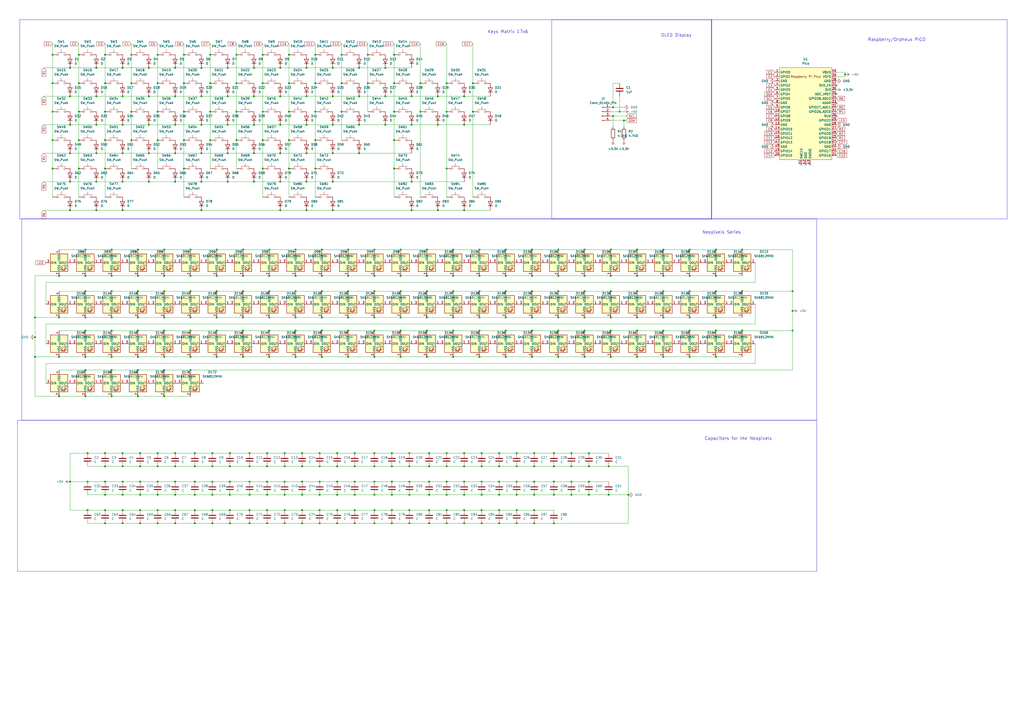
<source format=kicad_sch>
(kicad_sch (version 20250114) (generator "eeschema") (generator_version "9.0")
  (paper "A2")
  (lib_symbols
    (symbol "Connector:Conn_01x04_Pin" (pin_names (offset 1.016) (hide yes))
      (property "Reference" "J" (at 0 5.08 0))
      (property "Value" "Conn_01x04_Pin" (at 0 -7.62 0))
      (symbol "Conn_01x04_Pin_1_1"
        (pin passive line (at 5.08 2.54 180) (length 3.81) (name "Pin_1") (number "1"))
        (pin passive line (at 5.08 0 180) (length 3.81) (name "Pin_2") (number "2"))
        (pin passive line (at 5.08 -2.54 180) (length 3.81) (name "Pin_3") (number "3"))
        (pin passive line (at 5.08 -5.08 180) (length 3.81) (name "Pin_4") (number "4"))
      )
    )
    (symbol "Device:C" (pin_numbers (hide yes)) (pin_names (offset 0.254))
      (property "Reference" "C" (at 0.635 2.54 0))
      (property "Value" "C" (at 0.635 -2.54 0))
      (symbol "C_1_1"
        (pin passive line (at 0 3.81 270) (length 2.794) (name "~") (number "1"))
        (pin passive line (at 0 -3.81 90) (length 2.794) (name "~") (number "2"))
      )
    )
    (symbol "Device:D" (pin_numbers (hide yes)) (pin_names (offset 1.016) (hide yes))
      (property "Reference" "D" (at 0 2.54 0))
      (property "Value" "D" (at 0 -2.54 0))
      (symbol "D_1_1"
        (pin passive line (at -3.81 0 0) (length 2.54) (name "K") (number "1"))
        (pin passive line (at 3.81 0 180) (length 2.54) (name "A") (number "2"))
      )
    )
    (symbol "Device:R" (pin_numbers (hide yes)) (pin_names (offset 0))
      (property "Reference" "R" (at 2.032 0 90))
      (property "Value" "R" (at 0 0 90))
      (symbol "R_1_1"
        (pin passive line (at 0 3.81 270) (length 1.27) (name "~") (number "1"))
        (pin passive line (at 0 -3.81 90) (length 1.27) (name "~") (number "2"))
      )
    )
    (symbol "LED:SK6812MINI" (pin_names (offset 0.254))
      (property "Reference" "D" (at 5.08 5.715 0))
      (property "Value" "SK6812MINI" (at 1.27 -5.715 0))
      (symbol "SK6812MINI_0_0"
        (text "RGB" (at 2.286 -4.191 0) (effects (font (size 0.762 0.762))))
      )
      (symbol "SK6812MINI_1_1"
        (pin input line (at -7.62 0 0) (length 2.54) (name "DIN") (number "3"))
        (pin power_in line (at 0 7.62 270) (length 2.54) (name "VDD") (number "4"))
        (pin power_in line (at 0 -7.62 90) (length 2.54) (name "VSS") (number "2"))
        (pin output line (at 7.62 0 180) (length 2.54) (name "DOUT") (number "1"))
      )
    )
    (symbol "Pico:Pico"
      (property "Reference" "U" (at -13.97 27.94 0))
      (property "Value" "Pico" (at 0 19.05 0))
      (symbol "Pico_0_0"
        (text "Raspberry Pi Pico" (at 0 21.59 0) (effects (font (size 1.27 1.27))))
      )
      (symbol "Pico_1_1"
        (pin bidirectional line (at -17.78 24.13 0) (length 2.54) (name "GPIO0") (number "1"))
        (pin bidirectional line (at -17.78 21.59 0) (length 2.54) (name "GPIO1") (number "2"))
        (pin power_in line (at -17.78 19.05 0) (length 2.54) (name "GND") (number "3"))
        (pin bidirectional line (at -17.78 16.51 0) (length 2.54) (name "GPIO2") (number "4"))
        (pin bidirectional line (at -17.78 13.97 0) (length 2.54) (name "GPIO3") (number "5"))
        (pin bidirectional line (at -17.78 11.43 0) (length 2.54) (name "GPIO4") (number "6"))
        (pin bidirectional line (at -17.78 8.89 0) (length 2.54) (name "GPIO5") (number "7"))
        (pin power_in line (at -17.78 6.35 0) (length 2.54) (name "GND") (number "8"))
        (pin bidirectional line (at -17.78 3.81 0) (length 2.54) (name "GPIO6") (number "9"))
        (pin bidirectional line (at -17.78 1.27 0) (length 2.54) (name "GPIO7") (number "10"))
        (pin bidirectional line (at -17.78 -1.27 0) (length 2.54) (name "GPIO8") (number "11"))
        (pin bidirectional line (at -17.78 -3.81 0) (length 2.54) (name "GPIO9") (number "12"))
        (pin power_in line (at -17.78 -6.35 0) (length 2.54) (name "GND") (number "13"))
        (pin bidirectional line (at -17.78 -8.89 0) (length 2.54) (name "GPIO10") (number "14"))
        (pin bidirectional line (at -17.78 -11.43 0) (length 2.54) (name "GPIO11") (number "15"))
        (pin bidirectional line (at -17.78 -13.97 0) (length 2.54) (name "GPIO12") (number "16"))
        (pin bidirectional line (at -17.78 -16.51 0) (length 2.54) (name "GPIO13") (number "17"))
        (pin power_in line (at -17.78 -19.05 0) (length 2.54) (name "GND") (number "18"))
        (pin bidirectional line (at -17.78 -21.59 0) (length 2.54) (name "GPIO14") (number "19"))
        (pin bidirectional line (at -17.78 -24.13 0) (length 2.54) (name "GPIO15") (number "20"))
        (pin input line (at -2.54 -29.21 90) (length 2.54) (name "SWCLK") (number "41"))
        (pin power_in line (at 0 -29.21 90) (length 2.54) (name "GND") (number "42"))
        (pin bidirectional line (at 2.54 -29.21 90) (length 2.54) (name "SWDIO") (number "43"))
        (pin power_in line (at 17.78 24.13 180) (length 2.54) (name "VBUS") (number "40"))
        (pin power_in line (at 17.78 21.59 180) (length 2.54) (name "VSYS") (number "39"))
        (pin bidirectional line (at 17.78 19.05 180) (length 2.54) (name "GND") (number "38"))
        (pin input line (at 17.78 16.51 180) (length 2.54) (name "3V3_EN") (number "37"))
        (pin power_in line (at 17.78 13.97 180) (length 2.54) (name "3V3") (number "36"))
        (pin power_in line (at 17.78 11.43 180) (length 2.54) (name "ADC_VREF") (number "35"))
        (pin bidirectional line (at 17.78 8.89 180) (length 2.54) (name "GPIO28_ADC2") (number "34"))
        (pin power_in line (at 17.78 6.35 180) (length 2.54) (name "AGND") (number "33"))
        (pin bidirectional line (at 17.78 3.81 180) (length 2.54) (name "GPIO27_ADC1") (number "32"))
        (pin bidirectional line (at 17.78 1.27 180) (length 2.54) (name "GPIO26_ADC0") (number "31"))
        (pin input line (at 17.78 -1.27 180) (length 2.54) (name "RUN") (number "30"))
        (pin bidirectional line (at 17.78 -3.81 180) (length 2.54) (name "GPIO22") (number "29"))
        (pin power_in line (at 17.78 -6.35 180) (length 2.54) (name "GND") (number "28"))
        (pin bidirectional line (at 17.78 -8.89 180) (length 2.54) (name "GPIO21") (number "27"))
        (pin bidirectional line (at 17.78 -11.43 180) (length 2.54) (name "GPIO20") (number "26"))
        (pin bidirectional line (at 17.78 -13.97 180) (length 2.54) (name "GPIO19") (number "25"))
        (pin bidirectional line (at 17.78 -16.51 180) (length 2.54) (name "GPIO18") (number "24"))
        (pin power_in line (at 17.78 -19.05 180) (length 2.54) (name "GND") (number "23"))
        (pin bidirectional line (at 17.78 -21.59 180) (length 2.54) (name "GPIO17") (number "22"))
        (pin bidirectional line (at 17.78 -24.13 180) (length 2.54) (name "GPIO16") (number "21"))
      )
    )
    (symbol "Switch:SW_Push" (pin_numbers (hide yes)) (pin_names (offset 1.016) (hide yes))
      (property "Reference" "SW" (at 1.27 2.54 0))
      (property "Value" "SW_Push" (at 0 -1.524 0))
      (symbol "SW_Push_0_1"
        (pin passive line (at -5.08 0 0) (length 2.54) (name "1") (number "1"))
        (pin passive line (at 5.08 0 180) (length 2.54) (name "2") (number "2"))
      )
    )
    (symbol "power:+3.3V" (power) (pin_numbers (hide yes)) (pin_names (offset 0) (hide yes))
      (property "Value" "+3.3V" (at 0 3.556 0))
      (symbol "+3.3V_1_1"
        (pin power_in line (at 0 0 90) (length 0) (name "~") (number "1"))
      )
    )
    (symbol "power:+5V" (power) (pin_numbers (hide yes)) (pin_names (offset 0) (hide yes))
      (property "Value" "+5V" (at 0 3.556 0))
      (symbol "+5V_1_1"
        (pin power_in line (at 0 0 90) (length 0) (name "~") (number "1"))
      )
    )
    (symbol "power:GND" (power) (pin_numbers (hide yes)) (pin_names (offset 0) (hide yes))
      (property "Value" "GND" (at 0 -3.81 0))
      (symbol "GND_1_1"
        (pin power_in line (at 0 0 270) (length 0) (name "~") (number "1"))
      )
    )
  )
  (rectangle (start 12.7 127) (end 473.71 243.84))
  (rectangle (start 11.43 11.43) (end 412.75 127))
  (rectangle (start 10.16 243.84) (end 473.71 331.47))
  (rectangle (start 320.04 11.43) (end 412.75 127))
  (rectangle (start 412.75 11.43) (end 584.2 127))
  (text "Keys Matrix 17x6" (at 294.64 18.542 0) (effects (font (size 1.778 1.778))))
  (text "Capacitors for the Neopixels" (at 428.244 254.508 0) (effects (font (size 1.778 1.778))))
  (text "OLED Display	" (at 397.51 20.574 0) (effects (font (size 1.778 1.778))))
  (text "Neopixels Series" (at 418.592 134.874 0) (effects (font (size 1.778 1.778))))
  (text "Raspberry/Orpheus PICO" (at 520.192 23.114 0) (effects (font (size 1.778 1.778))))
  (junction (at 60.96 270.51))
  (junction (at 238.76 55.88))
  (junction (at 76.2 81.28))
  (junction (at 217.17 207.01))
  (junction (at 60.96 81.28))
  (junction (at 116.84 121.92))
  (junction (at 60.96 262.89))
  (junction (at 125.73 191.77))
  (junction (at 208.28 55.88))
  (junction (at 459.74 191.77))
  (junction (at 140.97 168.91))
  (junction (at 101.6 88.9))
  (junction (at 76.2 31.75))
  (junction (at 175.26 262.89))
  (junction (at 185.42 279.4))
  (junction (at 45.72 81.28))
  (junction (at 71.12 72.39))
  (junction (at 243.84 48.26))
  (junction (at 110.49 184.15))
  (junction (at 91.44 64.77))
  (junction (at 228.6 81.28))
  (junction (at 45.72 64.77))
  (junction (at 369.57 191.77))
  (junction (at 223.52 55.88))
  (junction (at 259.08 287.02))
  (junction (at 278.13 144.78))
  (junction (at 278.13 207.01))
  (junction (at 248.92 295.91))
  (junction (at 186.69 184.15))
  (junction (at 116.84 55.88))
  (junction (at 80.01 184.15))
  (junction (at 227.33 279.4))
  (junction (at 81.28 303.53))
  (junction (at 121.92 48.26))
  (junction (at 247.65 160.02))
  (junction (at 40.64 39.37))
  (junction (at 177.8 105.41))
  (junction (at 144.78 287.02))
  (junction (at 177.8 55.88))
  (junction (at 171.45 168.91))
  (junction (at 195.58 279.4))
  (junction (at 308.61 191.77))
  (junction (at 186.69 144.78))
  (junction (at 106.68 81.28))
  (junction (at 309.88 295.91))
  (junction (at 201.93 184.15))
  (junction (at 95.25 184.15))
  (junction (at 259.08 64.77))
  (junction (at 201.93 160.02))
  (junction (at 165.1 262.89))
  (junction (at 50.8 279.4))
  (junction (at 71.12 270.51))
  (junction (at 269.24 303.53))
  (junction (at 45.72 97.79))
  (junction (at 185.42 303.53))
  (junction (at 125.73 207.01))
  (junction (at 71.12 121.92))
  (junction (at 34.29 184.15))
  (junction (at 247.65 207.01))
  (junction (at 106.68 48.26))
  (junction (at 55.88 121.92))
  (junction (at 354.33 191.77))
  (junction (at 167.64 31.75))
  (junction (at 247.65 191.77))
  (junction (at 354.33 144.78))
  (junction (at 193.04 72.39))
  (junction (at 81.28 287.02))
  (junction (at 95.25 207.01))
  (junction (at 205.74 279.4))
  (junction (at 217.17 295.91))
  (junction (at 177.8 72.39))
  (junction (at 147.32 105.41))
  (junction (at 339.09 207.01))
  (junction (at 80.01 160.02))
  (junction (at 262.89 168.91))
  (junction (at 309.88 303.53))
  (junction (at 116.84 39.37))
  (junction (at 289.56 295.91))
  (junction (at 60.96 295.91))
  (junction (at 384.81 207.01))
  (junction (at 162.56 121.92))
  (junction (at 140.97 207.01))
  (junction (at 71.12 287.02))
  (junction (at 269.24 287.02))
  (junction (at 71.12 39.37))
  (junction (at 40.64 55.88))
  (junction (at 308.61 207.01))
  (junction (at 123.19 279.4))
  (junction (at 125.73 184.15))
  (junction (at 278.13 191.77))
  (junction (at 177.8 121.92))
  (junction (at 293.37 207.01))
  (junction (at 156.21 144.78))
  (junction (at 30.48 31.75))
  (junction (at 106.68 31.75))
  (junction (at 71.12 262.89))
  (junction (at 64.77 168.91))
  (junction (at 50.8 262.89))
  (junction (at 144.78 279.4))
  (junction (at 400.05 184.15))
  (junction (at 165.1 303.53))
  (junction (at 64.77 144.78))
  (junction (at 384.81 168.91))
  (junction (at 369.57 144.78))
  (junction (at 60.96 279.4))
  (junction (at 171.45 184.15))
  (junction (at 133.35 270.51))
  (junction (at 269.24 270.51))
  (junction (at 308.61 184.15))
  (junction (at 430.53 144.78))
  (junction (at 193.04 39.37))
  (junction (at 195.58 295.91))
  (junction (at 262.89 191.77))
  (junction (at 198.12 48.26))
  (junction (at 49.53 184.15))
  (junction (at 254 121.92))
  (junction (at 132.08 39.37))
  (junction (at 299.72 262.89))
  (junction (at 171.45 207.01))
  (junction (at 247.65 144.78))
  (junction (at 227.33 295.91))
  (junction (at 217.17 168.91))
  (junction (at 140.97 144.78))
  (junction (at 293.37 168.91))
  (junction (at 175.26 279.4))
  (junction (at 323.85 207.01))
  (junction (at 201.93 207.01))
  (junction (at 248.92 262.89))
  (junction (at 91.44 295.91))
  (junction (at 279.4 303.53))
  (junction (at 205.74 287.02))
  (junction (at 259.08 97.79))
  (junction (at 208.28 88.9))
  (junction (at 232.41 144.78))
  (junction (at 154.94 262.89))
  (junction (at 321.31 287.02))
  (junction (at 110.49 214.63))
  (junction (at 154.94 279.4))
  (junction (at 323.85 191.77))
  (junction (at 269.24 262.89))
  (junction (at 40.64 72.39))
  (junction (at 193.04 88.9))
  (junction (at 369.57 184.15))
  (junction (at 86.36 55.88))
  (junction (at 133.35 303.53))
  (junction (at 323.85 184.15))
  (junction (at 132.08 55.88))
  (junction (at 279.4 262.89))
  (junction (at 64.77 184.15))
  (junction (at 354.33 207.01))
  (junction (at 248.92 303.53))
  (junction (at 217.17 262.89))
  (junction (at 86.36 39.37))
  (junction (at 110.49 207.01))
  (junction (at 162.56 55.88))
  (junction (at 60.96 31.75))
  (junction (at 339.09 160.02))
  (junction (at 238.76 105.41))
  (junction (at 91.44 81.28))
  (junction (at 40.64 105.41))
  (junction (at 20.32 184.15))
  (junction (at 101.6 270.51))
  (junction (at 293.37 160.02))
  (junction (at 400.05 168.91))
  (junction (at 459.74 168.91))
  (junction (at 289.56 303.53))
  (junction (at 86.36 72.39))
  (junction (at 186.69 191.77))
  (junction (at 34.29 229.87))
  (junction (at 278.13 160.02))
  (junction (at 116.84 105.41))
  (junction (at 101.6 262.89))
  (junction (at 262.89 160.02))
  (junction (at 91.44 31.75))
  (junction (at 123.19 287.02))
  (junction (at 55.88 55.88))
  (junction (at 171.45 160.02))
  (junction (at 20.32 195.58))
  (junction (at 140.97 160.02))
  (junction (at 248.92 270.51))
  (junction (at 259.08 48.26))
  (junction (at 400.05 207.01))
  (junction (at 289.56 287.02))
  (junction (at 262.89 207.01))
  (junction (at 238.76 72.39))
  (junction (at 165.1 295.91))
  (junction (at 81.28 295.91))
  (junction (at 274.32 48.26))
  (junction (at 321.31 279.4))
  (junction (at 309.88 270.51))
  (junction (at 217.17 303.53))
  (junction (at 121.92 81.28))
  (junction (at 201.93 168.91))
  (junction (at 217.17 279.4))
  (junction (at 101.6 287.02))
  (junction (at 217.17 191.77))
  (junction (at 147.32 72.39))
  (junction (at 259.08 270.51))
  (junction (at 259.08 303.53))
  (junction (at 34.29 160.02))
  (junction (at 309.88 279.4))
  (junction (at 95.25 144.78))
  (junction (at 289.56 270.51))
  (junction (at 217.17 287.02))
  (junction (at 71.12 88.9))
  (junction (at 195.58 303.53))
  (junction (at 186.69 207.01))
  (junction (at 217.17 270.51))
  (junction (at 278.13 168.91))
  (junction (at 81.28 279.4))
  (junction (at 40.64 121.92))
  (junction (at 186.69 168.91))
  (junction (at 55.88 39.37))
  (junction (at 195.58 287.02))
  (junction (at 308.61 160.02))
  (junction (at 154.94 295.91))
  (junction (at 165.1 279.4))
  (junction (at 91.44 270.51))
  (junction (at 341.63 279.4))
  (junction (at 339.09 168.91))
  (junction (at 341.63 270.51))
  (junction (at 208.28 39.37))
  (junction (at 217.17 144.78))
  (junction (at 269.24 121.92))
  (junction (at 110.49 168.91))
  (junction (at 80.01 144.78))
  (junction (at 243.84 64.77))
  (junction (at 354.33 168.91))
  (junction (at 289.56 262.89))
  (junction (at 289.56 279.4))
  (junction (at 80.01 229.87))
  (junction (at 227.33 270.51))
  (junction (at 80.01 214.63))
  (junction (at 247.65 168.91))
  (junction (at 144.78 295.91))
  (junction (at 49.53 214.63))
  (junction (at 223.52 72.39))
  (junction (at 45.72 31.75))
  (junction (at 71.12 303.53))
  (junction (at 308.61 144.78))
  (junction (at 384.81 144.78))
  (junction (at 132.08 72.39))
  (junction (at 152.4 48.26))
  (junction (at 415.29 207.01))
  (junction (at 144.78 270.51))
  (junction (at 113.03 279.4))
  (junction (at 293.37 144.78))
  (junction (at 91.44 303.53))
  (junction (at 205.74 270.51))
  (junction (at 123.19 303.53))
  (junction (at 232.41 168.91))
  (junction (at 175.26 287.02))
  (junction (at 232.41 184.15))
  (junction (at 185.42 262.89))
  (junction (at 175.26 270.51))
  (junction (at 208.28 72.39))
  (junction (at 140.97 184.15))
  (junction (at 113.03 303.53))
  (junction (at 355.6 62.23))
  (junction (at 132.08 88.9))
  (junction (at 95.25 229.87))
  (junction (at 205.74 303.53))
  (junction (at 34.29 207.01))
  (junction (at 177.8 88.9))
  (junction (at 55.88 72.39))
  (junction (at 232.41 207.01))
  (junction (at 133.35 287.02))
  (junction (at 49.53 160.02))
  (junction (at 341.63 262.89))
  (junction (at 269.24 55.88))
  (junction (at 321.31 262.89))
  (junction (at 76.2 48.26))
  (junction (at 167.64 64.77))
  (junction (at 237.49 262.89))
  (junction (at 213.36 31.75))
  (junction (at 415.29 191.77))
  (junction (at 400.05 191.77))
  (junction (at 237.49 270.51))
  (junction (at 81.28 262.89))
  (junction (at 167.64 81.28))
  (junction (at 81.28 270.51))
  (junction (at 106.68 97.79))
  (junction (at 193.04 121.92))
  (junction (at 279.4 279.4))
  (junction (at 384.81 160.02))
  (junction (at 165.1 270.51))
  (junction (at 162.56 72.39))
  (junction (at 154.94 303.53))
  (junction (at 355.6 67.31))
  (junction (at 152.4 97.79))
  (junction (at 293.37 191.77))
  (junction (at 227.33 262.89))
  (junction (at 259.08 262.89))
  (junction (at 175.26 303.53))
  (junction (at 459.74 180.34))
  (junction (at 152.4 81.28))
  (junction (at 156.21 184.15))
  (junction (at 232.41 191.77))
  (junction (at 80.01 168.91))
  (junction (at 30.48 97.79))
  (junction (at 227.33 287.02))
  (junction (at 162.56 39.37))
  (junction (at 254 55.88))
  (junction (at 177.8 39.37))
  (junction (at 113.03 262.89))
  (junction (at 185.42 270.51))
  (junction (at 353.06 287.02))
  (junction (at 331.47 279.4))
  (junction (at 156.21 160.02))
  (junction (at 415.29 160.02))
  (junction (at 60.96 48.26))
  (junction (at 110.49 191.77))
  (junction (at 341.63 287.02))
  (junction (at 137.16 64.77))
  (junction (at 323.85 144.78))
  (junction (at 182.88 81.28))
  (junction (at 101.6 72.39))
  (junction (at 430.53 191.77))
  (junction (at 400.05 144.78))
  (junction (at 299.72 279.4))
  (junction (at 369.57 207.01))
  (junction (at 182.88 97.79))
  (junction (at 430.53 168.91))
  (junction (at 279.4 295.91))
  (junction (at 116.84 88.9))
  (junction (at 49.53 168.91))
  (junction (at 123.19 295.91))
  (junction (at 254 72.39))
  (junction (at 30.48 64.77))
  (junction (at 55.88 105.41))
  (junction (at 101.6 39.37))
  (junction (at 55.88 88.9))
  (junction (at 91.44 48.26))
  (junction (at 64.77 229.87))
  (junction (at 299.72 295.91))
  (junction (at 237.49 303.53))
  (junction (at 71.12 55.88))
  (junction (at 106.68 64.77))
  (junction (at 101.6 303.53))
  (junction (at 95.25 168.91))
  (junction (at 49.53 144.78))
  (junction (at 279.4 270.51))
  (junction (at 415.29 144.78))
  (junction (at 359.41 64.77))
  (junction (at 30.48 48.26))
  (junction (at 64.77 160.02))
  (junction (at 133.35 279.4))
  (junction (at 113.03 295.91))
  (junction (at 217.17 184.15))
  (junction (at 279.4 287.02))
  (junction (at 49.53 229.87))
  (junction (at 238.76 121.92))
  (junction (at 198.12 64.77))
  (junction (at 182.88 64.77))
  (junction (at 95.25 214.63))
  (junction (at 415.29 168.91))
  (junction (at 101.6 279.4))
  (junction (at 64.77 207.01))
  (junction (at 171.45 144.78))
  (junction (at 415.29 184.15))
  (junction (at 201.93 191.77))
  (junction (at 101.6 55.88))
  (junction (at 86.36 88.9))
  (junction (at 400.05 160.02))
  (junction (at 64.77 191.77))
  (junction (at 144.78 262.89))
  (junction (at 223.52 39.37))
  (junction (at 361.95 69.85))
  (junction (at 309.88 262.89))
  (junction (at 71.12 105.41))
  (junction (at 123.19 270.51))
  (junction (at 132.08 105.41))
  (junction (at 490.22 43.18))
  (junction (at 384.81 191.77))
  (junction (at 262.89 184.15))
  (junction (at 156.21 207.01))
  (junction (at 248.92 279.4))
  (junction (at 137.16 31.75))
  (junction (at 137.16 48.26))
  (junction (at 91.44 279.4))
  (junction (at 331.47 262.89))
  (junction (at 195.58 270.51))
  (junction (at 237.49 279.4))
  (junction (at 228.6 64.77))
  (junction (at 71.12 295.91))
  (junction (at 144.78 303.53))
  (junction (at 152.4 31.75))
  (junction (at 95.25 191.77))
  (junction (at 110.49 144.78))
  (junction (at 162.56 105.41))
  (junction (at 228.6 48.26))
  (junction (at 323.85 160.02))
  (junction (at 247.65 184.15))
  (junction (at 269.24 295.91))
  (junction (at 213.36 48.26))
  (junction (at 331.47 270.51))
  (junction (at 321.31 303.53))
  (junction (at 259.08 279.4))
  (junction (at 45.72 48.26))
  (junction (at 308.61 168.91))
  (junction (at 154.94 287.02))
  (junction (at 121.92 31.75))
  (junction (at 185.42 295.91))
  (junction (at 162.56 88.9))
  (junction (at 217.17 160.02))
  (junction (at 331.47 287.02))
  (junction (at 60.96 303.53))
  (junction (at 154.94 270.51))
  (junction (at 147.32 55.88))
  (junction (at 193.04 105.41))
  (junction (at 101.6 295.91))
  (junction (at 80.01 207.01))
  (junction (at 274.32 64.77))
  (junction (at 339.09 144.78))
  (junction (at 49.53 207.01))
  (junction (at 353.06 270.51))
  (junction (at 369.57 160.02))
  (junction (at 299.72 287.02))
  (junction (at 76.2 64.77))
  (junction (at 205.74 262.89))
  (junction (at 30.48 81.28))
  (junction (at 369.57 168.91))
  (junction (at 201.93 144.78))
  (junction (at 339.09 184.15))
  (junction (at 309.88 287.02))
  (junction (at 195.58 262.89))
  (junction (at 152.4 64.77))
  (junction (at 262.89 144.78))
  (junction (at 185.42 287.02))
  (junction (at 198.12 31.75))
  (junction (at 80.01 191.77))
  (junction (at 140.97 191.77))
  (junction (at 95.25 160.02))
  (junction (at 165.1 287.02))
  (junction (at 156.21 191.77))
  (junction (at 125.73 160.02))
  (junction (at 248.92 287.02))
  (junction (at 137.16 81.28))
  (junction (at 121.92 64.77))
  (junction (at 227.33 303.53))
  (junction (at 40.64 279.4))
  (junction (at 156.21 168.91))
  (junction (at 91.44 262.89))
  (junction (at 40.64 88.9))
  (junction (at 50.8 295.91))
  (junction (at 20.32 207.01))
  (junction (at 354.33 184.15))
  (junction (at 125.73 144.78))
  (junction (at 323.85 168.91))
  (junction (at 278.13 184.15))
  (junction (at 182.88 31.75))
  (junction (at 384.81 184.15))
  (junction (at 113.03 270.51))
  (junction (at 339.09 191.77))
  (junction (at 133.35 295.91))
  (junction (at 228.6 31.75))
  (junction (at 186.69 160.02))
  (junction (at 228.6 97.79))
  (junction (at 116.84 72.39))
  (junction (at 86.36 105.41))
  (junction (at 175.26 295.91))
  (junction (at 299.72 270.51))
  (junction (at 64.77 214.63))
  (junction (at 113.03 287.02))
  (junction (at 205.74 295.91))
  (junction (at 147.32 88.9))
  (junction (at 133.35 262.89))
  (junction (at 171.45 191.77))
  (junction (at 147.32 39.37))
  (junction (at 182.88 48.26))
  (junction (at 60.96 97.79))
  (junction (at 259.08 295.91))
  (junction (at 237.49 287.02))
  (junction (at 193.04 55.88))
  (junction (at 123.19 262.89))
  (junction (at 110.49 160.02))
  (junction (at 364.49 287.02))
  (junction (at 299.72 303.53))
  (junction (at 293.37 184.15))
  (junction (at 354.33 160.02))
  (junction (at 101.6 105.41))
  (junction (at 60.96 287.02))
  (junction (at 232.41 160.02))
  (junction (at 167.64 97.79))
  (junction (at 269.24 279.4))
  (junction (at 125.73 168.91))
  (junction (at 321.31 270.51))
  (junction (at 71.12 279.4))
  (junction (at 167.64 48.26))
  (junction (at 60.96 64.77))
  (junction (at 91.44 287.02))
  (junction (at 237.49 295.91))
  (junction (at 49.53 191.77))
  (junction (at 269.24 72.39))
  (no_connect (at 485.14 49.53))
  (no_connect (at 485.14 59.69))
  (no_connect (at 485.14 67.31))
  (no_connect (at 485.14 54.61))
  (no_connect (at 464.82 95.25))
  (no_connect (at 469.9 95.25))
  (no_connect (at 467.36 95.25))
  (wire (pts (xy 156.21 144.78) (xy 171.45 144.78)))
  (wire (pts (xy 331.47 270.51) (xy 341.63 270.51)))
  (wire (pts (xy 113.03 270.51) (xy 123.19 270.51)))
  (wire (pts (xy 132.08 55.88) (xy 147.32 55.88)))
  (wire (pts (xy 140.97 168.91) (xy 125.73 168.91)))
  (wire (pts (xy 165.1 262.89) (xy 175.26 262.89)))
  (wire (pts (xy 369.57 168.91) (xy 354.33 168.91)))
  (wire (pts (xy 217.17 270.51) (xy 227.33 270.51)))
  (wire (pts (xy 133.35 262.89) (xy 144.78 262.89)))
  (wire (pts (xy 269.24 279.4) (xy 279.4 279.4)))
  (wire (pts (xy 195.58 270.51) (xy 205.74 270.51)))
  (wire (pts (xy 147.32 72.39) (xy 162.56 72.39)))
  (wire (pts (xy 228.6 81.28) (xy 228.6 97.79)))
  (wire (pts (xy 438.15 187.96) (xy 26.67 187.96)))
  (wire (pts (xy 237.49 270.51) (xy 248.92 270.51)))
  (wire (pts (xy 361.95 62.23) (xy 355.6 62.23)))
  (wire (pts (xy 76.2 64.77) (xy 76.2 81.28)))
  (wire (pts (xy 116.84 55.88) (xy 132.08 55.88)))
  (wire (pts (xy 259.08 303.53) (xy 269.24 303.53)))
  (wire (pts (xy 40.64 279.4) (xy 50.8 279.4)))
  (wire (pts (xy 341.63 279.4) (xy 353.06 279.4)))
  (wire (pts (xy 217.17 295.91) (xy 227.33 295.91)))
  (wire (pts (xy 121.92 25.4) (xy 121.92 31.75)))
  (wire (pts (xy 259.08 287.02) (xy 269.24 287.02)))
  (wire (pts (xy 384.81 184.15) (xy 400.05 184.15)))
  (wire (pts (xy 154.94 270.51) (xy 165.1 270.51)))
  (wire (pts (xy 49.53 229.87) (xy 64.77 229.87)))
  (wire (pts (xy 269.24 295.91) (xy 279.4 295.91)))
  (wire (pts (xy 323.85 191.77) (xy 339.09 191.77)))
  (wire (pts (xy 20.32 184.15) (xy 34.29 184.15)))
  (wire (pts (xy 144.78 270.51) (xy 154.94 270.51)))
  (wire (pts (xy 26.67 187.96) (xy 26.67 199.39)))
  (wire (pts (xy 20.32 195.58) (xy 20.32 207.01)))
  (wire (pts (xy 269.24 287.02) (xy 279.4 287.02)))
  (wire (pts (xy 438.15 176.53) (xy 438.15 187.96)))
  (wire (pts (xy 113.03 303.53) (xy 123.19 303.53)))
  (wire (pts (xy 40.64 262.89) (xy 50.8 262.89)))
  (wire (pts (xy 438.15 163.83) (xy 26.67 163.83)))
  (wire (pts (xy 289.56 262.89) (xy 299.72 262.89)))
  (wire (pts (xy 309.88 303.53) (xy 321.31 303.53)))
  (wire (pts (xy 154.94 262.89) (xy 165.1 262.89)))
  (wire (pts (xy 299.72 279.4) (xy 309.88 279.4)))
  (wire (pts (xy 400.05 191.77) (xy 415.29 191.77)))
  (wire (pts (xy 49.53 168.91) (xy 34.29 168.91)))
  (wire (pts (xy 430.53 144.78) (xy 459.74 144.78)))
  (wire (pts (xy 55.88 72.39) (xy 71.12 72.39)))
  (wire (pts (xy 293.37 191.77) (xy 308.61 191.77)))
  (wire (pts (xy 354.33 144.78) (xy 369.57 144.78)))
  (wire (pts (xy 110.49 184.15) (xy 125.73 184.15)))
  (wire (pts (xy 101.6 262.89) (xy 113.03 262.89)))
  (wire (pts (xy 165.1 303.53) (xy 175.26 303.53)))
  (wire (pts (xy 95.25 207.01) (xy 80.01 207.01)))
  (wire (pts (xy 369.57 144.78) (xy 384.81 144.78)))
  (wire (pts (xy 34.29 184.15) (xy 49.53 184.15)))
  (wire (pts (xy 34.29 191.77) (xy 49.53 191.77)))
  (wire (pts (xy 171.45 160.02) (xy 156.21 160.02)))
  (wire (pts (xy 86.36 72.39) (xy 101.6 72.39)))
  (wire (pts (xy 177.8 39.37) (xy 193.04 39.37)))
  (wire (pts (xy 269.24 121.92) (xy 284.48 121.92)))
  (wire (pts (xy 227.33 287.02) (xy 237.49 287.02)))
  (wire (pts (xy 331.47 279.4) (xy 341.63 279.4)))
  (wire (pts (xy 152.4 64.77) (xy 152.4 81.28)))
  (wire (pts (xy 299.72 287.02) (xy 309.88 287.02)))
  (wire (pts (xy 213.36 48.26) (xy 213.36 64.77)))
  (wire (pts (xy 125.73 168.91) (xy 110.49 168.91)))
  (wire (pts (xy 228.6 48.26) (xy 228.6 64.77)))
  (wire (pts (xy 64.77 191.77) (xy 80.01 191.77)))
  (wire (pts (xy 248.92 295.91) (xy 259.08 295.91)))
  (wire (pts (xy 106.68 97.79) (xy 106.68 114.3)))
  (wire (pts (xy 133.35 287.02) (xy 144.78 287.02)))
  (wire (pts (xy 269.24 270.51) (xy 279.4 270.51)))
  (wire (pts (xy 415.29 184.15) (xy 430.53 184.15)))
  (wire (pts (xy 208.28 88.9) (xy 238.76 88.9)))
  (wire (pts (xy 95.25 229.87) (xy 110.49 229.87)))
  (wire (pts (xy 123.19 295.91) (xy 133.35 295.91)))
  (wire (pts (xy 308.61 160.02) (xy 293.37 160.02)))
  (wire (pts (xy 175.26 262.89) (xy 185.42 262.89)))
  (wire (pts (xy 238.76 121.92) (xy 254 121.92)))
  (wire (pts (xy 86.36 39.37) (xy 101.6 39.37)))
  (wire (pts (xy 232.41 144.78) (xy 247.65 144.78)))
  (wire (pts (xy 269.24 303.53) (xy 279.4 303.53)))
  (wire (pts (xy 121.92 31.75) (xy 121.92 48.26)))
  (wire (pts (xy 201.93 184.15) (xy 217.17 184.15)))
  (wire (pts (xy 278.13 144.78) (xy 293.37 144.78)))
  (wire (pts (xy 40.64 121.92) (xy 55.88 121.92)))
  (wire (pts (xy 355.6 67.31) (xy 354.33 67.31)))
  (wire (pts (xy 101.6 287.02) (xy 113.03 287.02)))
  (wire (pts (xy 237.49 303.53) (xy 248.92 303.53)))
  (wire (pts (xy 217.17 303.53) (xy 227.33 303.53)))
  (wire (pts (xy 353.06 270.51) (xy 364.49 270.51)))
  (wire (pts (xy 415.29 191.77) (xy 430.53 191.77)))
  (wire (pts (xy 339.09 184.15) (xy 354.33 184.15)))
  (wire (pts (xy 132.08 72.39) (xy 147.32 72.39)))
  (wire (pts (xy 274.32 48.26) (xy 274.32 64.77)))
  (wire (pts (xy 269.24 262.89) (xy 279.4 262.89)))
  (wire (pts (xy 64.77 214.63) (xy 49.53 214.63)))
  (wire (pts (xy 162.56 72.39) (xy 177.8 72.39)))
  (wire (pts (xy 185.42 303.53) (xy 195.58 303.53)))
  (wire (pts (xy 162.56 55.88) (xy 177.8 55.88)))
  (wire (pts (xy 25.4 55.88) (xy 40.64 55.88)))
  (wire (pts (xy 278.13 160.02) (xy 262.89 160.02)))
  (wire (pts (xy 110.49 207.01) (xy 95.25 207.01)))
  (wire (pts (xy 101.6 303.53) (xy 113.03 303.53)))
  (wire (pts (xy 238.76 72.39) (xy 254 72.39)))
  (wire (pts (xy 25.4 39.37) (xy 40.64 39.37)))
  (wire (pts (xy 248.92 287.02) (xy 259.08 287.02)))
  (wire (pts (xy 355.6 67.31) (xy 355.6 73.66)))
  (wire (pts (xy 116.84 88.9) (xy 132.08 88.9)))
  (wire (pts (xy 133.35 270.51) (xy 144.78 270.51)))
  (wire (pts (xy 156.21 207.01) (xy 140.97 207.01)))
  (wire (pts (xy 26.67 163.83) (xy 26.67 176.53)))
  (wire (pts (xy 186.69 168.91) (xy 171.45 168.91)))
  (wire (pts (xy 384.81 207.01) (xy 369.57 207.01)))
  (wire (pts (xy 171.45 191.77) (xy 186.69 191.77)))
  (wire (pts (xy 25.4 72.39) (xy 40.64 72.39)))
  (wire (pts (xy 415.29 207.01) (xy 400.05 207.01)))
  (wire (pts (xy 167.64 81.28) (xy 167.64 97.79)))
  (wire (pts (xy 80.01 144.78) (xy 95.25 144.78)))
  (wire (pts (xy 237.49 287.02) (xy 248.92 287.02)))
  (wire (pts (xy 217.17 191.77) (xy 232.41 191.77)))
  (wire (pts (xy 186.69 184.15) (xy 201.93 184.15)))
  (wire (pts (xy 91.44 48.26) (xy 91.44 64.77)))
  (wire (pts (xy 101.6 279.4) (xy 113.03 279.4)))
  (wire (pts (xy 331.47 287.02) (xy 341.63 287.02)))
  (wire (pts (xy 227.33 279.4) (xy 237.49 279.4)))
  (wire (pts (xy 49.53 160.02) (xy 34.29 160.02)))
  (wire (pts (xy 415.29 144.78) (xy 430.53 144.78)))
  (wire (pts (xy 81.28 262.89) (xy 91.44 262.89)))
  (wire (pts (xy 339.09 144.78) (xy 354.33 144.78)))
  (wire (pts (xy 110.49 191.77) (xy 125.73 191.77)))
  (wire (pts (xy 34.29 160.02) (xy 20.32 160.02)))
  (wire (pts (xy 293.37 160.02) (xy 278.13 160.02)))
  (wire (pts (xy 364.49 270.51) (xy 364.49 287.02)))
  (wire (pts (xy 205.74 287.02) (xy 217.17 287.02)))
  (wire (pts (xy 80.01 191.77) (xy 95.25 191.77)))
  (wire (pts (xy 175.26 303.53) (xy 185.42 303.53)))
  (wire (pts (xy 152.4 81.28) (xy 152.4 97.79)))
  (wire (pts (xy 91.44 279.4) (xy 101.6 279.4)))
  (wire (pts (xy 309.88 279.4) (xy 321.31 279.4)))
  (wire (pts (xy 309.88 262.89) (xy 321.31 262.89)))
  (wire (pts (xy 278.13 207.01) (xy 262.89 207.01)))
  (wire (pts (xy 152.4 48.26) (xy 152.4 64.77)))
  (wire (pts (xy 76.2 81.28) (xy 76.2 97.79)))
  (wire (pts (xy 400.05 184.15) (xy 415.29 184.15)))
  (wire (pts (xy 205.74 270.51) (xy 217.17 270.51)))
  (wire (pts (xy 354.33 160.02) (xy 339.09 160.02)))
  (wire (pts (xy 140.97 207.01) (xy 125.73 207.01)))
  (wire (pts (xy 369.57 191.77) (xy 384.81 191.77)))
  (wire (pts (xy 45.72 64.77) (xy 45.72 81.28)))
  (wire (pts (xy 237.49 262.89) (xy 248.92 262.89)))
  (wire (pts (xy 81.28 279.4) (xy 91.44 279.4)))
  (wire (pts (xy 76.2 25.4) (xy 76.2 31.75)))
  (wire (pts (xy 259.08 279.4) (xy 269.24 279.4)))
  (wire (pts (xy 299.72 303.53) (xy 309.88 303.53)))
  (wire (pts (xy 262.89 191.77) (xy 278.13 191.77)))
  (wire (pts (xy 193.04 55.88) (xy 208.28 55.88)))
  (wire (pts (xy 133.35 279.4) (xy 144.78 279.4)))
  (wire (pts (xy 185.42 279.4) (xy 195.58 279.4)))
  (wire (pts (xy 400.05 168.91) (xy 384.81 168.91)))
  (wire (pts (xy 186.69 191.77) (xy 201.93 191.77)))
  (wire (pts (xy 354.33 191.77) (xy 369.57 191.77)))
  (wire (pts (xy 81.28 287.02) (xy 91.44 287.02)))
  (wire (pts (xy 140.97 191.77) (xy 156.21 191.77)))
  (wire (pts (xy 49.53 191.77) (xy 64.77 191.77)))
  (wire (pts (xy 91.44 25.4) (xy 91.44 31.75)))
  (wire (pts (xy 274.32 25.4) (xy 274.32 48.26)))
  (wire (pts (xy 205.74 303.53) (xy 217.17 303.53)))
  (wire (pts (xy 64.77 144.78) (xy 80.01 144.78)))
  (wire (pts (xy 217.17 160.02) (xy 201.93 160.02)))
  (wire (pts (xy 182.88 48.26) (xy 182.88 64.77)))
  (wire (pts (xy 269.24 55.88) (xy 284.48 55.88)))
  (wire (pts (xy 299.72 270.51) (xy 309.88 270.51)))
  (wire (pts (xy 64.77 160.02) (xy 49.53 160.02)))
  (wire (pts (xy 71.12 270.51) (xy 81.28 270.51)))
  (wire (pts (xy 339.09 168.91) (xy 323.85 168.91)))
  (wire (pts (xy 106.68 64.77) (xy 106.68 81.28)))
  (wire (pts (xy 364.49 303.53) (xy 321.31 303.53)))
  (wire (pts (xy 217.17 279.4) (xy 227.33 279.4)))
  (wire (pts (xy 490.22 41.91) (xy 490.22 43.18)))
  (wire (pts (xy 247.65 207.01) (xy 232.41 207.01)))
  (wire (pts (xy 185.42 270.51) (xy 195.58 270.51)))
  (wire (pts (xy 299.72 262.89) (xy 309.88 262.89)))
  (wire (pts (xy 278.13 184.15) (xy 293.37 184.15)))
  (wire (pts (xy 30.48 81.28) (xy 30.48 97.79)))
  (wire (pts (xy 384.81 144.78) (xy 400.05 144.78)))
  (wire (pts (xy 165.1 287.02) (xy 175.26 287.02)))
  (wire (pts (xy 30.48 97.79) (xy 30.48 114.3)))
  (wire (pts (xy 132.08 39.37) (xy 147.32 39.37)))
  (wire (pts (xy 171.45 168.91) (xy 156.21 168.91)))
  (wire (pts (xy 186.69 144.78) (xy 201.93 144.78)))
  (wire (pts (xy 156.21 168.91) (xy 140.97 168.91)))
  (wire (pts (xy 430.53 207.01) (xy 415.29 207.01)))
  (wire (pts (xy 162.56 121.92) (xy 177.8 121.92)))
  (wire (pts (xy 278.13 191.77) (xy 293.37 191.77)))
  (wire (pts (xy 113.03 287.02) (xy 123.19 287.02)))
  (wire (pts (xy 175.26 270.51) (xy 185.42 270.51)))
  (wire (pts (xy 208.28 72.39) (xy 223.52 72.39)))
  (wire (pts (xy 40.64 55.88) (xy 55.88 55.88)))
  (wire (pts (xy 123.19 262.89) (xy 133.35 262.89)))
  (wire (pts (xy 86.36 55.88) (xy 101.6 55.88)))
  (wire (pts (xy 232.41 168.91) (xy 217.17 168.91)))
  (wire (pts (xy 34.29 144.78) (xy 49.53 144.78)))
  (wire (pts (xy 185.42 295.91) (xy 195.58 295.91)))
  (wire (pts (xy 121.92 48.26) (xy 121.92 64.77)))
  (wire (pts (xy 76.2 31.75) (xy 76.2 48.26)))
  (wire (pts (xy 177.8 55.88) (xy 193.04 55.88)))
  (wire (pts (xy 137.16 64.77) (xy 137.16 81.28)))
  (wire (pts (xy 116.84 105.41) (xy 132.08 105.41)))
  (wire (pts (xy 289.56 279.4) (xy 299.72 279.4)))
  (wire (pts (xy 147.32 105.41) (xy 162.56 105.41)))
  (wire (pts (xy 113.03 262.89) (xy 123.19 262.89)))
  (wire (pts (xy 384.81 168.91) (xy 369.57 168.91)))
  (wire (pts (xy 177.8 121.92) (xy 193.04 121.92)))
  (wire (pts (xy 354.33 69.85) (xy 361.95 69.85)))
  (wire (pts (xy 147.32 55.88) (xy 162.56 55.88)))
  (wire (pts (xy 279.4 287.02) (xy 289.56 287.02)))
  (wire (pts (xy 247.65 184.15) (xy 262.89 184.15)))
  (wire (pts (xy 113.03 295.91) (xy 123.19 295.91)))
  (wire (pts (xy 279.4 270.51) (xy 289.56 270.51)))
  (wire (pts (xy 101.6 55.88) (xy 116.84 55.88)))
  (wire (pts (xy 354.33 184.15) (xy 369.57 184.15)))
  (wire (pts (xy 243.84 64.77) (xy 243.84 114.3)))
  (wire (pts (xy 363.22 67.31) (xy 355.6 67.31)))
  (wire (pts (xy 50.8 303.53) (xy 60.96 303.53)))
  (wire (pts (xy 248.92 279.4) (xy 259.08 279.4)))
  (wire (pts (xy 110.49 144.78) (xy 125.73 144.78)))
  (wire (pts (xy 247.65 144.78) (xy 262.89 144.78)))
  (wire (pts (xy 177.8 72.39) (xy 193.04 72.39)))
  (wire (pts (xy 45.72 81.28) (xy 45.72 97.79)))
  (wire (pts (xy 91.44 287.02) (xy 101.6 287.02)))
  (wire (pts (xy 228.6 97.79) (xy 228.6 114.3)))
  (wire (pts (xy 341.63 262.89) (xy 353.06 262.89)))
  (wire (pts (xy 339.09 191.77) (xy 354.33 191.77)))
  (wire (pts (xy 400.05 144.78) (xy 415.29 144.78)))
  (wire (pts (xy 45.72 31.75) (xy 45.72 48.26)))
  (wire (pts (xy 113.03 279.4) (xy 123.19 279.4)))
  (wire (pts (xy 50.8 287.02) (xy 60.96 287.02)))
  (wire (pts (xy 165.1 279.4) (xy 175.26 279.4)))
  (wire (pts (xy 34.29 229.87) (xy 49.53 229.87)))
  (wire (pts (xy 125.73 191.77) (xy 140.97 191.77)))
  (wire (pts (xy 137.16 25.4) (xy 137.16 31.75)))
  (wire (pts (xy 91.44 303.53) (xy 101.6 303.53)))
  (wire (pts (xy 162.56 39.37) (xy 177.8 39.37)))
  (wire (pts (xy 400.05 160.02) (xy 384.81 160.02)))
  (wire (pts (xy 171.45 207.01) (xy 156.21 207.01)))
  (wire (pts (xy 132.08 88.9) (xy 147.32 88.9)))
  (wire (pts (xy 355.6 62.23) (xy 354.33 62.23)))
  (wire (pts (xy 355.6 48.26) (xy 355.6 62.23)))
  (wire (pts (xy 60.96 303.53) (xy 71.12 303.53)))
  (wire (pts (xy 254 121.92) (xy 269.24 121.92)))
  (wire (pts (xy 430.53 160.02) (xy 415.29 160.02)))
  (wire (pts (xy 80.01 168.91) (xy 64.77 168.91)))
  (wire (pts (xy 156.21 191.77) (xy 171.45 191.77)))
  (wire (pts (xy 144.78 303.53) (xy 154.94 303.53)))
  (wire (pts (xy 110.49 160.02) (xy 95.25 160.02)))
  (wire (pts (xy 50.8 270.51) (xy 60.96 270.51)))
  (wire (pts (xy 71.12 121.92) (xy 116.84 121.92)))
  (wire (pts (xy 133.35 295.91) (xy 144.78 295.91)))
  (wire (pts (xy 185.42 287.02) (xy 195.58 287.02)))
  (wire (pts (xy 80.01 207.01) (xy 64.77 207.01)))
  (wire (pts (xy 217.17 168.91) (xy 201.93 168.91)))
  (wire (pts (xy 323.85 168.91) (xy 308.61 168.91)))
  (wire (pts (xy 140.97 160.02) (xy 125.73 160.02)))
  (wire (pts (xy 293.37 207.01) (xy 278.13 207.01)))
  (wire (pts (xy 91.44 64.77) (xy 91.44 81.28)))
  (wire (pts (xy 459.74 180.34) (xy 459.74 191.77)))
  (wire (pts (xy 359.41 48.26) (xy 355.6 48.26)))
  (wire (pts (xy 195.58 287.02) (xy 205.74 287.02)))
  (wire (pts (xy 144.78 287.02) (xy 154.94 287.02)))
  (wire (pts (xy 438.15 152.4) (xy 438.15 163.83)))
  (wire (pts (xy 20.32 229.87) (xy 34.29 229.87)))
  (wire (pts (xy 384.81 160.02) (xy 369.57 160.02)))
  (wire (pts (xy 80.01 229.87) (xy 95.25 229.87)))
  (wire (pts (xy 361.95 64.77) (xy 359.41 64.77)))
  (wire (pts (xy 49.53 207.01) (xy 34.29 207.01)))
  (wire (pts (xy 369.57 184.15) (xy 384.81 184.15)))
  (wire (pts (xy 415.29 160.02) (xy 400.05 160.02)))
  (wire (pts (xy 248.92 303.53) (xy 259.08 303.53)))
  (wire (pts (xy 60.96 279.4) (xy 71.12 279.4)))
  (wire (pts (xy 71.12 105.41) (xy 86.36 105.41)))
  (wire (pts (xy 49.53 214.63) (xy 34.29 214.63)))
  (wire (pts (xy 64.77 168.91) (xy 49.53 168.91)))
  (wire (pts (xy 369.57 160.02) (xy 354.33 160.02)))
  (wire (pts (xy 60.96 81.28) (xy 60.96 97.79)))
  (wire (pts (xy 144.78 262.89) (xy 154.94 262.89)))
  (wire (pts (xy 299.72 295.91) (xy 309.88 295.91)))
  (wire (pts (xy 321.31 270.51) (xy 331.47 270.51)))
  (wire (pts (xy 110.49 168.91) (xy 95.25 168.91)))
  (wire (pts (xy 167.64 97.79) (xy 167.64 114.3)))
  (wire (pts (xy 30.48 48.26) (xy 30.48 64.77)))
  (wire (pts (xy 321.31 287.02) (xy 331.47 287.02)))
  (wire (pts (xy 101.6 105.41) (xy 116.84 105.41)))
  (wire (pts (xy 45.72 97.79) (xy 45.72 114.3)))
  (wire (pts (xy 45.72 25.4) (xy 45.72 31.75)))
  (wire (pts (xy 106.68 25.4) (xy 106.68 31.75)))
  (wire (pts (xy 279.4 279.4) (xy 289.56 279.4)))
  (wire (pts (xy 20.32 160.02) (xy 20.32 184.15)))
  (wire (pts (xy 125.73 207.01) (xy 110.49 207.01)))
  (wire (pts (xy 110.49 214.63) (xy 459.74 214.63)))
  (wire (pts (xy 20.32 184.15) (xy 20.32 195.58)))
  (wire (pts (xy 254 55.88) (xy 269.24 55.88)))
  (wire (pts (xy 323.85 207.01) (xy 308.61 207.01)))
  (wire (pts (xy 485.14 44.45) (xy 490.22 44.45)))
  (wire (pts (xy 76.2 48.26) (xy 76.2 64.77)))
  (wire (pts (xy 198.12 25.4) (xy 198.12 31.75)))
  (wire (pts (xy 106.68 31.75) (xy 106.68 48.26)))
  (wire (pts (xy 116.84 121.92) (xy 162.56 121.92)))
  (wire (pts (xy 30.48 25.4) (xy 30.48 31.75)))
  (wire (pts (xy 359.41 64.77) (xy 354.33 64.77)))
  (wire (pts (xy 289.56 270.51) (xy 299.72 270.51)))
  (wire (pts (xy 177.8 88.9) (xy 193.04 88.9)))
  (wire (pts (xy 201.93 160.02) (xy 186.69 160.02)))
  (wire (pts (xy 80.01 214.63) (xy 64.77 214.63)))
  (wire (pts (xy 91.44 81.28) (xy 91.44 97.79)))
  (wire (pts (xy 238.76 55.88) (xy 254 55.88)))
  (wire (pts (xy 81.28 270.51) (xy 91.44 270.51)))
  (wire (pts (xy 248.92 270.51) (xy 259.08 270.51)))
  (wire (pts (xy 205.74 262.89) (xy 217.17 262.89)))
  (wire (pts (xy 125.73 144.78) (xy 140.97 144.78)))
  (wire (pts (xy 25.4 88.9) (xy 40.64 88.9)))
  (wire (pts (xy 193.04 105.41) (xy 238.76 105.41)))
  (wire (pts (xy 71.12 39.37) (xy 86.36 39.37)))
  (wire (pts (xy 289.56 303.53) (xy 299.72 303.53)))
  (wire (pts (xy 279.4 295.91) (xy 289.56 295.91)))
  (wire (pts (xy 71.12 55.88) (xy 86.36 55.88)))
  (wire (pts (xy 339.09 207.01) (xy 323.85 207.01)))
  (wire (pts (xy 175.26 279.4) (xy 185.42 279.4)))
  (wire (pts (xy 384.81 191.77) (xy 400.05 191.77)))
  (wire (pts (xy 26.67 210.82) (xy 26.67 222.25)))
  (wire (pts (xy 154.94 287.02) (xy 165.1 287.02)))
  (wire (pts (xy 95.25 144.78) (xy 110.49 144.78)))
  (wire (pts (xy 147.32 39.37) (xy 162.56 39.37)))
  (wire (pts (xy 95.25 184.15) (xy 110.49 184.15)))
  (wire (pts (xy 185.42 262.89) (xy 195.58 262.89)))
  (wire (pts (xy 50.8 295.91) (xy 40.64 295.91)))
  (wire (pts (xy 137.16 31.75) (xy 137.16 48.26)))
  (wire (pts (xy 154.94 279.4) (xy 165.1 279.4)))
  (wire (pts (xy 86.36 88.9) (xy 101.6 88.9)))
  (wire (pts (xy 167.64 48.26) (xy 167.64 64.77)))
  (wire (pts (xy 132.08 105.41) (xy 147.32 105.41)))
  (wire (pts (xy 259.08 25.4) (xy 259.08 48.26)))
  (wire (pts (xy 121.92 64.77) (xy 121.92 81.28)))
  (wire (pts (xy 341.63 270.51) (xy 353.06 270.51)))
  (wire (pts (xy 364.49 287.02) (xy 353.06 287.02)))
  (wire (pts (xy 91.44 295.91) (xy 101.6 295.91)))
  (wire (pts (xy 91.44 31.75) (xy 91.44 48.26)))
  (wire (pts (xy 162.56 105.41) (xy 177.8 105.41)))
  (wire (pts (xy 156.21 160.02) (xy 140.97 160.02)))
  (wire (pts (xy 237.49 279.4) (xy 248.92 279.4)))
  (wire (pts (xy 101.6 72.39) (xy 116.84 72.39)))
  (wire (pts (xy 60.96 48.26) (xy 60.96 64.77)))
  (wire (pts (xy 60.96 25.4) (xy 60.96 31.75)))
  (wire (pts (xy 254 72.39) (xy 269.24 72.39)))
  (wire (pts (xy 80.01 184.15) (xy 95.25 184.15)))
  (wire (pts (xy 259.08 48.26) (xy 259.08 64.77)))
  (wire (pts (xy 40.64 279.4) (xy 40.64 262.89)))
  (wire (pts (xy 182.88 81.28) (xy 182.88 97.79)))
  (wire (pts (xy 269.24 72.39) (xy 284.48 72.39)))
  (wire (pts (xy 308.61 191.77) (xy 323.85 191.77)))
  (wire (pts (xy 81.28 303.53) (xy 91.44 303.53)))
  (wire (pts (xy 101.6 270.51) (xy 113.03 270.51)))
  (wire (pts (xy 50.8 295.91) (xy 60.96 295.91)))
  (wire (pts (xy 232.41 191.77) (xy 247.65 191.77)))
  (wire (pts (xy 110.49 214.63) (xy 95.25 214.63)))
  (wire (pts (xy 34.29 207.01) (xy 20.32 207.01)))
  (wire (pts (xy 223.52 55.88) (xy 238.76 55.88)))
  (wire (pts (xy 116.84 72.39) (xy 132.08 72.39)))
  (wire (pts (xy 459.74 168.91) (xy 430.53 168.91)))
  (wire (pts (xy 40.64 88.9) (xy 55.88 88.9)))
  (wire (pts (xy 123.19 287.02) (xy 133.35 287.02)))
  (wire (pts (xy 293.37 168.91) (xy 278.13 168.91)))
  (wire (pts (xy 201.93 191.77) (xy 217.17 191.77)))
  (wire (pts (xy 95.25 214.63) (xy 80.01 214.63)))
  (wire (pts (xy 182.88 25.4) (xy 182.88 31.75)))
  (wire (pts (xy 167.64 25.4) (xy 167.64 31.75)))
  (wire (pts (xy 400.05 207.01) (xy 384.81 207.01)))
  (wire (pts (xy 71.12 262.89) (xy 81.28 262.89)))
  (wire (pts (xy 50.8 279.4) (xy 60.96 279.4)))
  (wire (pts (xy 237.49 295.91) (xy 248.92 295.91)))
  (wire (pts (xy 198.12 64.77) (xy 198.12 81.28)))
  (wire (pts (xy 55.88 55.88) (xy 71.12 55.88)))
  (wire (pts (xy 71.12 295.91) (xy 81.28 295.91)))
  (wire (pts (xy 156.21 184.15) (xy 171.45 184.15)))
  (wire (pts (xy 140.97 184.15) (xy 156.21 184.15)))
  (wire (pts (xy 490.22 44.45) (xy 490.22 43.18)))
  (wire (pts (xy 227.33 262.89) (xy 237.49 262.89)))
  (wire (pts (xy 279.4 303.53) (xy 289.56 303.53)))
  (wire (pts (xy 60.96 64.77) (xy 60.96 81.28)))
  (wire (pts (xy 80.01 160.02) (xy 64.77 160.02)))
  (wire (pts (xy 354.33 207.01) (xy 339.09 207.01)))
  (wire (pts (xy 293.37 144.78) (xy 308.61 144.78)))
  (wire (pts (xy 232.41 184.15) (xy 247.65 184.15)))
  (wire (pts (xy 171.45 184.15) (xy 186.69 184.15)))
  (wire (pts (xy 101.6 39.37) (xy 116.84 39.37)))
  (wire (pts (xy 175.26 287.02) (xy 185.42 287.02)))
  (wire (pts (xy 182.88 31.75) (xy 182.88 48.26)))
  (wire (pts (xy 339.09 160.02) (xy 323.85 160.02)))
  (wire (pts (xy 123.19 270.51) (xy 133.35 270.51)))
  (wire (pts (xy 133.35 303.53) (xy 144.78 303.53)))
  (wire (pts (xy 25.4 105.41) (xy 40.64 105.41)))
  (wire (pts (xy 217.17 207.01) (xy 201.93 207.01)))
  (wire (pts (xy 167.64 64.77) (xy 167.64 81.28)))
  (wire (pts (xy 247.65 191.77) (xy 262.89 191.77)))
  (wire (pts (xy 91.44 262.89) (xy 101.6 262.89)))
  (wire (pts (xy 125.73 184.15) (xy 140.97 184.15)))
  (wire (pts (xy 60.96 262.89) (xy 71.12 262.89)))
  (wire (pts (xy 217.17 144.78) (xy 232.41 144.78)))
  (wire (pts (xy 20.32 207.01) (xy 20.32 229.87)))
  (wire (pts (xy 228.6 25.4) (xy 228.6 31.75)))
  (wire (pts (xy 485.14 41.91) (xy 490.22 41.91)))
  (wire (pts (xy 64.77 184.15) (xy 80.01 184.15)))
  (wire (pts (xy 213.36 31.75) (xy 213.36 48.26)))
  (wire (pts (xy 55.88 105.41) (xy 71.12 105.41)))
  (wire (pts (xy 248.92 262.89) (xy 259.08 262.89)))
  (wire (pts (xy 55.88 39.37) (xy 71.12 39.37)))
  (wire (pts (xy 459.74 191.77) (xy 459.74 214.63)))
  (wire (pts (xy 116.84 39.37) (xy 132.08 39.37)))
  (wire (pts (xy 279.4 262.89) (xy 289.56 262.89)))
  (wire (pts (xy 152.4 31.75) (xy 152.4 48.26)))
  (wire (pts (xy 361.95 69.85) (xy 363.22 69.85)))
  (wire (pts (xy 308.61 207.01) (xy 293.37 207.01)))
  (wire (pts (xy 165.1 270.51) (xy 175.26 270.51)))
  (wire (pts (xy 50.8 262.89) (xy 60.96 262.89)))
  (wire (pts (xy 60.96 270.51) (xy 71.12 270.51)))
  (wire (pts (xy 137.16 48.26) (xy 137.16 64.77)))
  (wire (pts (xy 232.41 160.02) (xy 217.17 160.02)))
  (wire (pts (xy 262.89 184.15) (xy 278.13 184.15)))
  (wire (pts (xy 193.04 72.39) (xy 208.28 72.39)))
  (wire (pts (xy 323.85 184.15) (xy 339.09 184.15)))
  (wire (pts (xy 152.4 97.79) (xy 152.4 114.3)))
  (wire (pts (xy 201.93 168.91) (xy 186.69 168.91)))
  (wire (pts (xy 430.53 191.77) (xy 459.74 191.77)))
  (wire (pts (xy 321.31 262.89) (xy 331.47 262.89)))
  (wire (pts (xy 165.1 295.91) (xy 175.26 295.91)))
  (wire (pts (xy 208.28 39.37) (xy 223.52 39.37)))
  (wire (pts (xy 201.93 144.78) (xy 217.17 144.78)))
  (wire (pts (xy 205.74 279.4) (xy 217.17 279.4)))
  (wire (pts (xy 198.12 48.26) (xy 198.12 64.77)))
  (wire (pts (xy 45.72 48.26) (xy 45.72 64.77)))
  (wire (pts (xy 232.41 207.01) (xy 217.17 207.01)))
  (wire (pts (xy 364.49 287.02) (xy 364.49 303.53)))
  (wire (pts (xy 55.88 121.92) (xy 71.12 121.92)))
  (wire (pts (xy 177.8 105.41) (xy 193.04 105.41)))
  (wire (pts (xy 123.19 303.53) (xy 133.35 303.53)))
  (wire (pts (xy 154.94 303.53) (xy 165.1 303.53)))
  (wire (pts (xy 262.89 207.01) (xy 247.65 207.01)))
  (wire (pts (xy 459.74 144.78) (xy 459.74 168.91)))
  (wire (pts (xy 238.76 105.41) (xy 269.24 105.41)))
  (wire (pts (xy 25.4 121.92) (xy 40.64 121.92)))
  (wire (pts (xy 459.74 168.91) (xy 459.74 180.34)))
  (wire (pts (xy 101.6 88.9) (xy 116.84 88.9)))
  (wire (pts (xy 64.77 207.01) (xy 49.53 207.01)))
  (wire (pts (xy 40.64 72.39) (xy 55.88 72.39)))
  (wire (pts (xy 227.33 270.51) (xy 237.49 270.51)))
  (wire (pts (xy 162.56 88.9) (xy 177.8 88.9)))
  (wire (pts (xy 361.95 69.85) (xy 361.95 73.66)))
  (wire (pts (xy 259.08 270.51) (xy 269.24 270.51)))
  (wire (pts (xy 359.41 55.88) (xy 359.41 64.77)))
  (wire (pts (xy 262.89 160.02) (xy 247.65 160.02)))
  (wire (pts (xy 60.96 295.91) (xy 71.12 295.91)))
  (wire (pts (xy 227.33 295.91) (xy 237.49 295.91)))
  (wire (pts (xy 228.6 64.77) (xy 228.6 81.28)))
  (wire (pts (xy 106.68 48.26) (xy 106.68 64.77)))
  (wire (pts (xy 95.25 160.02) (xy 80.01 160.02)))
  (wire (pts (xy 95.25 191.77) (xy 110.49 191.77)))
  (wire (pts (xy 60.96 97.79) (xy 60.96 114.3)))
  (wire (pts (xy 217.17 184.15) (xy 232.41 184.15)))
  (wire (pts (xy 186.69 207.01) (xy 171.45 207.01)))
  (wire (pts (xy 95.25 168.91) (xy 80.01 168.91)))
  (wire (pts (xy 71.12 287.02) (xy 81.28 287.02)))
  (wire (pts (xy 354.33 168.91) (xy 339.09 168.91)))
  (wire (pts (xy 195.58 295.91) (xy 205.74 295.91)))
  (wire (pts (xy 175.26 295.91) (xy 185.42 295.91)))
  (wire (pts (xy 182.88 64.77) (xy 182.88 81.28)))
  (wire (pts (xy 217.17 287.02) (xy 227.33 287.02)))
  (wire (pts (xy 40.64 39.37) (xy 55.88 39.37)))
  (wire (pts (xy 213.36 25.4) (xy 213.36 31.75)))
  (wire (pts (xy 331.47 262.89) (xy 341.63 262.89)))
  (wire (pts (xy 186.69 160.02) (xy 171.45 160.02)))
  (wire (pts (xy 308.61 184.15) (xy 323.85 184.15)))
  (wire (pts (xy 309.88 295.91) (xy 321.31 295.91)))
  (wire (pts (xy 144.78 295.91) (xy 154.94 295.91)))
  (wire (pts (xy 55.88 88.9) (xy 71.12 88.9)))
  (wire (pts (xy 243.84 48.26) (xy 243.84 64.77)))
  (wire (pts (xy 309.88 287.02) (xy 321.31 287.02)))
  (wire (pts (xy 369.57 207.01) (xy 354.33 207.01)))
  (wire (pts (xy 64.77 229.87) (xy 80.01 229.87)))
  (wire (pts (xy 171.45 144.78) (xy 186.69 144.78)))
  (wire (pts (xy 49.53 184.15) (xy 64.77 184.15)))
  (wire (pts (xy 274.32 64.77) (xy 274.32 114.3)))
  (wire (pts (xy 438.15 199.39) (xy 438.15 210.82)))
  (wire (pts (xy 49.53 144.78) (xy 64.77 144.78)))
  (wire (pts (xy 262.89 168.91) (xy 247.65 168.91)))
  (wire (pts (xy 167.64 31.75) (xy 167.64 48.26)))
  (wire (pts (xy 323.85 144.78) (xy 339.09 144.78)))
  (wire (pts (xy 308.61 168.91) (xy 293.37 168.91)))
  (wire (pts (xy 208.28 55.88) (xy 223.52 55.88)))
  (wire (pts (xy 430.53 168.91) (xy 415.29 168.91)))
  (wire (pts (xy 259.08 97.79) (xy 259.08 114.3)))
  (wire (pts (xy 247.65 168.91) (xy 232.41 168.91)))
  (wire (pts (xy 182.88 97.79) (xy 182.88 114.3)))
  (wire (pts (xy 223.52 39.37) (xy 238.76 39.37)))
  (wire (pts (xy 205.74 295.91) (xy 217.17 295.91)))
  (wire (pts (xy 193.04 39.37) (xy 208.28 39.37)))
  (wire (pts (xy 81.28 295.91) (xy 91.44 295.91)))
  (wire (pts (xy 147.32 88.9) (xy 162.56 88.9)))
  (wire (pts (xy 193.04 88.9) (xy 208.28 88.9)))
  (wire (pts (xy 137.16 81.28) (xy 137.16 97.79)))
  (wire (pts (xy 106.68 81.28) (xy 106.68 97.79)))
  (wire (pts (xy 71.12 303.53) (xy 81.28 303.53)))
  (wire (pts (xy 60.96 31.75) (xy 60.96 48.26)))
  (wire (pts (xy 144.78 279.4) (xy 154.94 279.4)))
  (wire (pts (xy 60.96 287.02) (xy 71.12 287.02)))
  (wire (pts (xy 195.58 303.53) (xy 205.74 303.53)))
  (wire (pts (xy 259.08 262.89) (xy 269.24 262.89)))
  (wire (pts (xy 308.61 144.78) (xy 323.85 144.78)))
  (wire (pts (xy 228.6 31.75) (xy 228.6 48.26)))
  (wire (pts (xy 125.73 160.02) (xy 110.49 160.02)))
  (wire (pts (xy 259.08 64.77) (xy 259.08 97.79)))
  (wire (pts (xy 223.52 72.39) (xy 238.76 72.39)))
  (wire (pts (xy 101.6 295.91) (xy 113.03 295.91)))
  (wire (pts (xy 243.84 25.4) (xy 243.84 48.26)))
  (wire (pts (xy 438.15 210.82) (xy 26.67 210.82)))
  (wire (pts (xy 278.13 168.91) (xy 262.89 168.91)))
  (wire (pts (xy 321.31 279.4) (xy 331.47 279.4)))
  (wire (pts (xy 71.12 279.4) (xy 81.28 279.4)))
  (wire (pts (xy 140.97 144.78) (xy 156.21 144.78)))
  (wire (pts (xy 154.94 295.91) (xy 165.1 295.91)))
  (wire (pts (xy 71.12 72.39) (xy 86.36 72.39)))
  (wire (pts (xy 201.93 207.01) (xy 186.69 207.01)))
  (wire (pts (xy 289.56 295.91) (xy 299.72 295.91)))
  (wire (pts (xy 309.88 270.51) (xy 321.31 270.51)))
  (wire (pts (xy 195.58 279.4) (xy 205.74 279.4)))
  (wire (pts (xy 323.85 160.02) (xy 308.61 160.02)))
  (wire (pts (xy 30.48 64.77) (xy 30.48 81.28)))
  (wire (pts (xy 341.63 287.02) (xy 353.06 287.02)))
  (wire (pts (xy 40.64 105.41) (xy 55.88 105.41)))
  (wire (pts (xy 247.65 160.02) (xy 232.41 160.02)))
  (wire (pts (xy 71.12 88.9) (xy 86.36 88.9)))
  (wire (pts (xy 289.56 287.02) (xy 299.72 287.02)))
  (wire (pts (xy 217.17 262.89) (xy 227.33 262.89)))
  (wire (pts (xy 227.33 303.53) (xy 237.49 303.53)))
  (wire (pts (xy 262.89 144.78) (xy 278.13 144.78)))
  (wire (pts (xy 193.04 121.92) (xy 238.76 121.92)))
  (wire (pts (xy 40.64 295.91) (xy 40.64 279.4)))
  (wire (pts (xy 415.29 168.91) (xy 400.05 168.91)))
  (wire (pts (xy 30.48 31.75) (xy 30.48 48.26)))
  (wire (pts (xy 198.12 31.75) (xy 198.12 48.26)))
  (wire (pts (xy 293.37 184.15) (xy 308.61 184.15)))
  (wire (pts (xy 152.4 25.4) (xy 152.4 31.75)))
  (wire (pts (xy 86.36 105.41) (xy 101.6 105.41)))
  (wire (pts (xy 123.19 279.4) (xy 133.35 279.4)))
  (wire (pts (xy 121.92 81.28) (xy 121.92 97.79)))
  (wire (pts (xy 259.08 295.91) (xy 269.24 295.91)))
  (wire (pts (xy 195.58 262.89) (xy 205.74 262.89)))
  (wire (pts (xy 91.44 270.51) (xy 101.6 270.51)))
  (global_label "R1" (shape input) (at 485.14 80.01 0) (property "Intersheetrefs" "${INTERSHEET_REFS}" (effects (hide yes))))
  (global_label "C1" (shape input) (at 449.58 41.91 180) (property "Intersheetrefs" "${INTERSHEET_REFS}" (effects (hide yes))))
  (global_label "R5" (shape input) (at 485.14 62.23 0) (property "Intersheetrefs" "${INTERSHEET_REFS}" (effects (hide yes))))
  (global_label "R5" (shape input) (at 25.4 105.41 270) (property "Intersheetrefs" "${INTERSHEET_REFS}" (effects (hide yes))))
  (global_label "SCL" (shape input) (at 449.58 57.15 180) (property "Intersheetrefs" "${INTERSHEET_REFS}" (effects (hide yes))))
  (global_label "R2" (shape input) (at 485.14 77.47 0) (property "Intersheetrefs" "${INTERSHEET_REFS}" (effects (hide yes))))
  (global_label "C10" (shape input) (at 449.58 77.47 180) (property "Intersheetrefs" "${INTERSHEET_REFS}" (effects (hide yes))))
  (global_label "C8" (shape input) (at 449.58 69.85 180) (property "Intersheetrefs" "${INTERSHEET_REFS}" (effects (hide yes))))
  (global_label "C7" (shape input) (at 449.58 67.31 180) (property "Intersheetrefs" "${INTERSHEET_REFS}" (effects (hide yes))))
  (global_label "C1" (shape input) (at 30.48 25.4 180) (property "Intersheetrefs" "${INTERSHEET_REFS}" (effects (hide yes))))
  (global_label "LED" (shape input) (at 485.14 69.85 0) (property "Intersheetrefs" "${INTERSHEET_REFS}" (effects (hide yes))))
  (global_label "C9" (shape input) (at 152.4 25.4 180) (property "Intersheetrefs" "${INTERSHEET_REFS}" (effects (hide yes))))
  (global_label "C4" (shape input) (at 449.58 52.07 180) (property "Intersheetrefs" "${INTERSHEET_REFS}" (effects (hide yes))))
  (global_label "C5" (shape input) (at 91.44 25.4 180) (property "Intersheetrefs" "${INTERSHEET_REFS}" (effects (hide yes))))
  (global_label "C7" (shape input) (at 121.92 25.4 180) (property "Intersheetrefs" "${INTERSHEET_REFS}" (effects (hide yes))))
  (global_label "R6" (shape input) (at 25.4 121.92 270) (property "Intersheetrefs" "${INTERSHEET_REFS}" (effects (hide yes))))
  (global_label "C9" (shape input) (at 449.58 74.93 180) (property "Intersheetrefs" "${INTERSHEET_REFS}" (effects (hide yes))))
  (global_label "C16" (shape input) (at 259.08 25.4 180) (property "Intersheetrefs" "${INTERSHEET_REFS}" (effects (hide yes))))
  (global_label "C3" (shape input) (at 449.58 49.53 180) (property "Intersheetrefs" "${INTERSHEET_REFS}" (effects (hide yes))))
  (global_label "C2" (shape input) (at 449.58 44.45 180) (property "Intersheetrefs" "${INTERSHEET_REFS}" (effects (hide yes))))
  (global_label "C15" (shape input) (at 243.84 25.4 180) (property "Intersheetrefs" "${INTERSHEET_REFS}" (effects (hide yes))))
  (global_label "C11" (shape input) (at 182.88 25.4 180) (property "Intersheetrefs" "${INTERSHEET_REFS}" (effects (hide yes))))
  (global_label "R3" (shape input) (at 485.14 74.93 0) (property "Intersheetrefs" "${INTERSHEET_REFS}" (effects (hide yes))))
  (global_label "R1" (shape input) (at 25.4 39.37 270) (property "Intersheetrefs" "${INTERSHEET_REFS}" (effects (hide yes))))
  (global_label "C4" (shape input) (at 76.2 25.4 180) (property "Intersheetrefs" "${INTERSHEET_REFS}" (effects (hide yes))))
  (global_label "C6" (shape input) (at 106.68 25.4 180) (property "Intersheetrefs" "${INTERSHEET_REFS}" (effects (hide yes))))
  (global_label "C15" (shape input) (at 485.14 90.17 0) (property "Intersheetrefs" "${INTERSHEET_REFS}" (effects (hide yes))))
  (global_label "C6" (shape input) (at 449.58 64.77 180) (property "Intersheetrefs" "${INTERSHEET_REFS}" (effects (hide yes))))
  (global_label "C13" (shape input) (at 213.36 25.4 180) (property "Intersheetrefs" "${INTERSHEET_REFS}" (effects (hide yes))))
  (global_label "SCL" (shape input) (at 363.22 67.31 0) (property "Intersheetrefs" "${INTERSHEET_REFS}" (effects (hide yes))))
  (global_label "C5" (shape input) (at 449.58 62.23 180) (property "Intersheetrefs" "${INTERSHEET_REFS}" (effects (hide yes))))
  (global_label "C13" (shape input) (at 449.58 87.63 180) (property "Intersheetrefs" "${INTERSHEET_REFS}" (effects (hide yes))))
  (global_label "C3" (shape input) (at 60.96 25.4 180) (property "Intersheetrefs" "${INTERSHEET_REFS}" (effects (hide yes))))
  (global_label "R4" (shape input) (at 25.4 88.9 270) (property "Intersheetrefs" "${INTERSHEET_REFS}" (effects (hide yes))))
  (global_label "C8" (shape input) (at 137.16 25.4 180) (property "Intersheetrefs" "${INTERSHEET_REFS}" (effects (hide yes))))
  (global_label "R2" (shape input) (at 25.4 55.88 270) (property "Intersheetrefs" "${INTERSHEET_REFS}" (effects (hide yes))))
  (global_label "C14" (shape input) (at 228.6 25.4 180) (property "Intersheetrefs" "${INTERSHEET_REFS}" (effects (hide yes))))
  (global_label "C14" (shape input) (at 449.58 90.17 180) (property "Intersheetrefs" "${INTERSHEET_REFS}" (effects (hide yes))))
  (global_label "R4" (shape input) (at 485.14 64.77 0) (property "Intersheetrefs" "${INTERSHEET_REFS}" (effects (hide yes))))
  (global_label "C12" (shape input) (at 449.58 82.55 180) (property "Intersheetrefs" "${INTERSHEET_REFS}" (effects (hide yes))))
  (global_label "SDA" (shape input) (at 449.58 54.61 180) (property "Intersheetrefs" "${INTERSHEET_REFS}" (effects (hide yes))))
  (global_label "C16" (shape input) (at 485.14 87.63 0) (property "Intersheetrefs" "${INTERSHEET_REFS}" (effects (hide yes))))
  (global_label "C2" (shape input) (at 45.72 25.4 180) (property "Intersheetrefs" "${INTERSHEET_REFS}" (effects (hide yes))))
  (global_label "C17" (shape input) (at 274.32 25.4 180) (property "Intersheetrefs" "${INTERSHEET_REFS}" (effects (hide yes))))
  (global_label "LED" (shape input) (at 26.67 152.4 180) (property "Intersheetrefs" "${INTERSHEET_REFS}" (effects (hide yes))))
  (global_label "C11" (shape input) (at 449.58 80.01 180) (property "Intersheetrefs" "${INTERSHEET_REFS}" (effects (hide yes))))
  (global_label "C17" (shape input) (at 485.14 82.55 0) (property "Intersheetrefs" "${INTERSHEET_REFS}" (effects (hide yes))))
  (global_label "C12" (shape input) (at 198.12 25.4 180) (property "Intersheetrefs" "${INTERSHEET_REFS}" (effects (hide yes))))
  (global_label "SDA" (shape input) (at 363.22 69.85 0) (property "Intersheetrefs" "${INTERSHEET_REFS}" (effects (hide yes))))
  (global_label "R3" (shape input) (at 25.4 72.39 270) (property "Intersheetrefs" "${INTERSHEET_REFS}" (effects (hide yes))))
  (global_label "R6" (shape input) (at 485.14 57.15 0) (property "Intersheetrefs" "${INTERSHEET_REFS}" (effects (hide yes))))
  (global_label "C10" (shape input) (at 167.64 25.4 180) (property "Intersheetrefs" "${INTERSHEET_REFS}" (effects (hide yes))))
  (symbol (lib_id "Switch:SW_Push") (at 157.48 64.77 0) (unit 1)
    (property "Reference" "SW40" (at 157.48 57.15 0))
    (property "Value" "SW_Push" (at 157.48 59.69 0))
    (property "Footprint" "PCM_Switch_Keyboard_Cherry_MX:SW_Cherry_MX_PCB_1.00u" (effects (hide yes)))
    (property "Description" "Push button switch, generic, two pins" (effects (hide yes)))
  )
  (symbol (lib_id "LED:SK6812MINI") (at 384.81 199.39 0) (unit 1)
    (property "Reference" "D163" (at 397.51 192.9698 0))
    (property "Value" "SK6812MINI" (at 397.51 195.5098 0))
    (property "Footprint" "Neopixels:SK6812MINI-E" (effects (hide yes)))
    (property "Datasheet" "https://cdn-shop.adafruit.com/product-files/2686/SK6812MINI_REV.01-1-2.pdf" (effects (hide yes)))
    (property "Description" "RGB LED with integrated controller" (effects (hide yes)))
  )
  (symbol (lib_id "Device:C") (at 299.72 299.72 0) (unit 1)
    (property "Reference" "C86" (at 303.53 298.4499 0) (effects (justify left)))
    (property "Value" "C" (at 303.53 300.9899 0) (effects (justify left)))
    (property "Footprint" "Capacitor_SMD:C_0805_2012Metric_Pad1.18x1.45mm_HandSolder" (effects (hide yes)))
    (property "Description" "Unpolarized capacitor" (effects (hide yes)))
  )
  (symbol (lib_id "LED:SK6812MINI") (at 49.53 152.4 0) (unit 1)
    (property "Reference" "D87" (at 62.23 145.9798 0))
    (property "Value" "SK6812MINI" (at 62.23 148.5198 0))
    (property "Footprint" "Neopixels:SK6812MINI-E" (effects (hide yes)))
    (property "Datasheet" "https://cdn-shop.adafruit.com/product-files/2686/SK6812MINI_REV.01-1-2.pdf" (effects (hide yes)))
    (property "Description" "RGB LED with integrated controller" (effects (hide yes)))
  )
  (symbol (lib_id "power:+3.3V") (at 355.6 81.28 180) (unit 1)
    (property "Reference" "#PWR04" (effects (hide yes)))
    (property "Value" "+3.3V" (at 355.6 86.36 0))
    (property "Description" "Power symbol creates a global label with name \"+3.3V\"" (effects (hide yes)))
  )
  (symbol (lib_id "Device:D") (at 71.12 52.07 90) (unit 1)
    (property "Reference" "D17" (at 73.66 50.7999 90) (effects (justify right)))
    (property "Value" "D" (at 73.66 53.3399 90) (effects (justify right)))
    (property "Footprint" "Diode_THT:D_DO-35_SOD27_P7.62mm_Horizontal" (effects (hide yes)))
    (property "Description" "Diode" (effects (hide yes)))
    (property "Sim.Device" "D" (effects (hide yes)))
    (property "Sim.Pins" "1=K 2=A" (effects (hide yes)))
  )
  (symbol (lib_id "Device:C") (at 227.33 266.7 0) (unit 1)
    (property "Reference" "C19" (at 231.14 265.4299 0) (effects (justify left)))
    (property "Value" "C" (at 231.14 267.9699 0) (effects (justify left)))
    (property "Footprint" "Capacitor_SMD:C_0805_2012Metric_Pad1.18x1.45mm_HandSolder" (effects (hide yes)))
    (property "Description" "Unpolarized capacitor" (effects (hide yes)))
  )
  (symbol (lib_id "Switch:SW_Push") (at 157.48 97.79 0) (unit 1)
    (property "Reference" "SW70" (at 157.48 90.17 0))
    (property "Value" "SW_Push" (at 157.48 92.71 0))
    (property "Footprint" "PCM_Switch_Keyboard_Cherry_MX:SW_Cherry_MX_PCB_1.00u" (effects (hide yes)))
    (property "Description" "Push button switch, generic, two pins" (effects (hide yes)))
  )
  (symbol (lib_id "LED:SK6812MINI") (at 125.73 199.39 0) (unit 1)
    (property "Reference" "D146" (at 138.43 192.9698 0))
    (property "Value" "SK6812MINI" (at 138.43 195.5098 0))
    (property "Footprint" "Neopixels:SK6812MINI-E" (effects (hide yes)))
    (property "Datasheet" "https://cdn-shop.adafruit.com/product-files/2686/SK6812MINI_REV.01-1-2.pdf" (effects (hide yes)))
    (property "Description" "RGB LED with integrated controller" (effects (hide yes)))
  )
  (symbol (lib_id "Device:D") (at 101.6 52.07 90) (unit 1)
    (property "Reference" "D19" (at 104.14 50.7999 90) (effects (justify right)))
    (property "Value" "D" (at 104.14 53.3399 90) (effects (justify right)))
    (property "Footprint" "Diode_THT:D_DO-35_SOD27_P7.62mm_Horizontal" (effects (hide yes)))
    (property "Description" "Diode" (effects (hide yes)))
    (property "Sim.Device" "D" (effects (hide yes)))
    (property "Sim.Pins" "1=K 2=A" (effects (hide yes)))
  )
  (symbol (lib_id "Device:D") (at 177.8 85.09 90) (unit 1)
    (property "Reference" "D58" (at 180.34 83.8199 90) (effects (justify right)))
    (property "Value" "D" (at 180.34 86.3599 90) (effects (justify right)))
    (property "Footprint" "Diode_THT:D_DO-35_SOD27_P7.62mm_Horizontal" (effects (hide yes)))
    (property "Description" "Diode" (effects (hide yes)))
    (property "Sim.Device" "D" (effects (hide yes)))
    (property "Sim.Pins" "1=K 2=A" (effects (hide yes)))
  )
  (symbol (lib_id "Switch:SW_Push") (at 264.16 48.26 0) (unit 1)
    (property "Reference" "SW30" (at 264.16 40.64 0))
    (property "Value" "SW_Push" (at 264.16 43.18 0))
    (property "Footprint" "PCM_Switch_Keyboard_Cherry_MX:SW_Cherry_MX_PCB_1.00u" (effects (hide yes)))
    (property "Description" "Push button switch, generic, two pins" (effects (hide yes)))
  )
  (symbol (lib_id "Device:C") (at 195.58 266.7 0) (unit 1)
    (property "Reference" "C16" (at 199.39 265.4299 0) (effects (justify left)))
    (property "Value" "C" (at 199.39 267.9699 0) (effects (justify left)))
    (property "Footprint" "Capacitor_SMD:C_0805_2012Metric_Pad1.18x1.45mm_HandSolder" (effects (hide yes)))
    (property "Description" "Unpolarized capacitor" (effects (hide yes)))
  )
  (symbol (lib_id "LED:SK6812MINI") (at 34.29 222.25 0) (unit 1)
    (property "Reference" "D167" (at 46.99 215.8298 0))
    (property "Value" "SK6812MINI" (at 46.99 218.3698 0))
    (property "Footprint" "Neopixels:SK6812MINI-E" (effects (hide yes)))
    (property "Datasheet" "https://cdn-shop.adafruit.com/product-files/2686/SK6812MINI_REV.01-1-2.pdf" (effects (hide yes)))
    (property "Description" "RGB LED with integrated controller" (effects (hide yes)))
  )
  (symbol (lib_id "Device:D") (at 132.08 68.58 90) (unit 1)
    (property "Reference" "D38" (at 134.62 67.3099 90) (effects (justify right)))
    (property "Value" "D" (at 134.62 69.8499 90) (effects (justify right)))
    (property "Footprint" "Diode_THT:D_DO-35_SOD27_P7.62mm_Horizontal" (effects (hide yes)))
    (property "Description" "Diode" (effects (hide yes)))
    (property "Sim.Device" "D" (effects (hide yes)))
    (property "Sim.Pins" "1=K 2=A" (effects (hide yes)))
  )
  (symbol (lib_id "Device:D") (at 162.56 85.09 90) (unit 1)
    (property "Reference" "D57" (at 165.1 83.8199 90) (effects (justify right)))
    (property "Value" "D" (at 165.1 86.3599 90) (effects (justify right)))
    (property "Footprint" "Diode_THT:D_DO-35_SOD27_P7.62mm_Horizontal" (effects (hide yes)))
    (property "Description" "Diode" (effects (hide yes)))
    (property "Sim.Device" "D" (effects (hide yes)))
    (property "Sim.Pins" "1=K 2=A" (effects (hide yes)))
  )
  (symbol (lib_id "power:GND") (at 485.14 85.09 90) (unit 1)
    (property "Reference" "#PWR08" (effects (hide yes)))
    (property "Value" "GND" (at 488.95 85.0899 90) (effects (justify right)))
    (property "Description" "Power symbol creates a global label with name \"GND\" , ground" (effects (hide yes)))
  )
  (symbol (lib_id "Device:C") (at 175.26 299.72 0) (unit 1)
    (property "Reference" "C74" (at 179.07 298.4499 0) (effects (justify left)))
    (property "Value" "C" (at 179.07 300.9899 0) (effects (justify left)))
    (property "Footprint" "Capacitor_SMD:C_0805_2012Metric_Pad1.18x1.45mm_HandSolder" (effects (hide yes)))
    (property "Description" "Unpolarized capacitor" (effects (hide yes)))
  )
  (symbol (lib_id "LED:SK6812MINI") (at 95.25 222.25 0) (unit 1)
    (property "Reference" "D171" (at 107.95 215.8298 0))
    (property "Value" "SK6812MINI" (at 107.95 218.3698 0))
    (property "Footprint" "Neopixels:SK6812MINI-E" (effects (hide yes)))
    (property "Datasheet" "https://cdn-shop.adafruit.com/product-files/2686/SK6812MINI_REV.01-1-2.pdf" (effects (hide yes)))
    (property "Description" "RGB LED with integrated controller" (effects (hide yes)))
  )
  (symbol (lib_id "Device:D") (at 116.84 68.58 90) (unit 1)
    (property "Reference" "D37" (at 119.38 67.3099 90) (effects (justify right)))
    (property "Value" "D" (at 119.38 69.8499 90) (effects (justify right)))
    (property "Footprint" "Diode_THT:D_DO-35_SOD27_P7.62mm_Horizontal" (effects (hide yes)))
    (property "Description" "Diode" (effects (hide yes)))
    (property "Sim.Device" "D" (effects (hide yes)))
    (property "Sim.Pins" "1=K 2=A" (effects (hide yes)))
  )
  (symbol (lib_id "Device:C") (at 309.88 283.21 0) (unit 1)
    (property "Reference" "C57" (at 313.69 281.9399 0) (effects (justify left)))
    (property "Value" "C" (at 313.69 284.4799 0) (effects (justify left)))
    (property "Footprint" "Capacitor_SMD:C_0805_2012Metric_Pad1.18x1.45mm_HandSolder" (effects (hide yes)))
    (property "Description" "Unpolarized capacitor" (effects (hide yes)))
  )
  (symbol (lib_id "Switch:SW_Push") (at 218.44 64.77 0) (unit 1)
    (property "Reference" "SW44" (at 218.44 57.15 0))
    (property "Value" "SW_Push" (at 218.44 59.69 0))
    (property "Footprint" "PCM_Switch_Keyboard_Cherry_MX:SW_Cherry_MX_PCB_1.00u" (effects (hide yes)))
    (property "Description" "Push button switch, generic, two pins" (effects (hide yes)))
  )
  (symbol (lib_id "Switch:SW_Push") (at 96.52 64.77 0) (unit 1)
    (property "Reference" "SW36" (at 96.52 57.15 0))
    (property "Value" "SW_Push" (at 96.52 59.69 0))
    (property "Footprint" "PCM_Switch_Keyboard_Cherry_MX:SW_Cherry_MX_PCB_1.00u" (effects (hide yes)))
    (property "Description" "Push button switch, generic, two pins" (effects (hide yes)))
  )
  (symbol (lib_id "LED:SK6812MINI") (at 201.93 176.53 0) (unit 1)
    (property "Reference" "D124" (at 214.63 170.1098 0))
    (property "Value" "SK6812MINI" (at 214.63 172.6498 0))
    (property "Footprint" "Neopixels:SK6812MINI-E" (effects (hide yes)))
    (property "Datasheet" "https://cdn-shop.adafruit.com/product-files/2686/SK6812MINI_REV.01-1-2.pdf" (effects (hide yes)))
    (property "Description" "RGB LED with integrated controller" (effects (hide yes)))
  )
  (symbol (lib_id "Device:C") (at 205.74 266.7 0) (unit 1)
    (property "Reference" "C17" (at 209.55 265.4299 0) (effects (justify left)))
    (property "Value" "C" (at 209.55 267.9699 0) (effects (justify left)))
    (property "Footprint" "Capacitor_SMD:C_0805_2012Metric_Pad1.18x1.45mm_HandSolder" (effects (hide yes)))
    (property "Description" "Unpolarized capacitor" (effects (hide yes)))
  )
  (symbol (lib_id "Device:C") (at 248.92 299.72 0) (unit 1)
    (property "Reference" "C81" (at 252.73 298.4499 0) (effects (justify left)))
    (property "Value" "C" (at 252.73 300.9899 0) (effects (justify left)))
    (property "Footprint" "Capacitor_SMD:C_0805_2012Metric_Pad1.18x1.45mm_HandSolder" (effects (hide yes)))
    (property "Description" "Unpolarized capacitor" (effects (hide yes)))
  )
  (symbol (lib_id "power:GND") (at 485.14 46.99 90) (unit 1)
    (property "Reference" "#PWR09" (effects (hide yes)))
    (property "Value" "GND" (at 488.95 46.9899 90) (effects (justify right)))
    (property "Description" "Power symbol creates a global label with name \"GND\" , ground" (effects (hide yes)))
  )
  (symbol (lib_id "Device:C") (at 144.78 266.7 0) (unit 1)
    (property "Reference" "C11" (at 148.59 265.4299 0) (effects (justify left)))
    (property "Value" "C" (at 148.59 267.9699 0) (effects (justify left)))
    (property "Footprint" "Capacitor_SMD:C_0805_2012Metric_Pad1.18x1.45mm_HandSolder" (effects (hide yes)))
    (property "Description" "Unpolarized capacitor" (effects (hide yes)))
  )
  (symbol (lib_id "Switch:SW_Push") (at 233.68 114.3 0) (unit 1)
    (property "Reference" "SW82" (at 233.68 106.68 0))
    (property "Value" "SW_Push" (at 233.68 109.22 0))
    (property "Footprint" "PCM_Switch_Keyboard_Cherry_MX:SW_Cherry_MX_PCB_1.25u" (effects (hide yes)))
    (property "Description" "Push button switch, generic, two pins" (effects (hide yes)))
  )
  (symbol (lib_id "Device:D") (at 193.04 101.6 90) (unit 1)
    (property "Reference" "D72" (at 195.58 100.3299 90) (effects (justify right)))
    (property "Value" "D" (at 195.58 102.8699 90) (effects (justify right)))
    (property "Footprint" "Diode_THT:D_DO-35_SOD27_P7.62mm_Horizontal" (effects (hide yes)))
    (property "Description" "Diode" (effects (hide yes)))
    (property "Sim.Device" "D" (effects (hide yes)))
    (property "Sim.Pins" "1=K 2=A" (effects (hide yes)))
  )
  (symbol (lib_id "LED:SK6812MINI") (at 95.25 152.4 0) (unit 1)
    (property "Reference" "D90" (at 107.95 145.9798 0))
    (property "Value" "SK6812MINI" (at 107.95 148.5198 0))
    (property "Footprint" "Neopixels:SK6812MINI-E" (effects (hide yes)))
    (property "Datasheet" "https://cdn-shop.adafruit.com/product-files/2686/SK6812MINI_REV.01-1-2.pdf" (effects (hide yes)))
    (property "Description" "RGB LED with integrated controller" (effects (hide yes)))
  )
  (symbol (lib_id "Switch:SW_Push") (at 50.8 81.28 0) (unit 1)
    (property "Reference" "SW50" (at 50.8 73.66 0))
    (property "Value" "SW_Push" (at 50.8 76.2 0))
    (property "Footprint" "PCM_Switch_Keyboard_Cherry_MX:SW_Cherry_MX_PCB_1.00u" (effects (hide yes)))
    (property "Description" "Push button switch, generic, two pins" (effects (hide yes)))
  )
  (symbol (lib_id "Device:C") (at 81.28 283.21 0) (unit 1)
    (property "Reference" "C35" (at 85.09 281.9399 0) (effects (justify left)))
    (property "Value" "C" (at 85.09 284.4799 0) (effects (justify left)))
    (property "Footprint" "Capacitor_SMD:C_0805_2012Metric_Pad1.18x1.45mm_HandSolder" (effects (hide yes)))
    (property "Description" "Unpolarized capacitor" (effects (hide yes)))
  )
  (symbol (lib_id "Device:D") (at 116.84 85.09 90) (unit 1)
    (property "Reference" "D54" (at 119.38 83.8199 90) (effects (justify right)))
    (property "Value" "D" (at 119.38 86.3599 90) (effects (justify right)))
    (property "Footprint" "Diode_THT:D_DO-35_SOD27_P7.62mm_Horizontal" (effects (hide yes)))
    (property "Description" "Diode" (effects (hide yes)))
    (property "Sim.Device" "D" (effects (hide yes)))
    (property "Sim.Pins" "1=K 2=A" (effects (hide yes)))
  )
  (symbol (lib_id "Device:C") (at 91.44 283.21 0) (unit 1)
    (property "Reference" "C36" (at 95.25 281.9399 0) (effects (justify left)))
    (property "Value" "C" (at 95.25 284.4799 0) (effects (justify left)))
    (property "Footprint" "Capacitor_SMD:C_0805_2012Metric_Pad1.18x1.45mm_HandSolder" (effects (hide yes)))
    (property "Description" "Unpolarized capacitor" (effects (hide yes)))
  )
  (symbol (lib_id "Device:C") (at 279.4 283.21 0) (unit 1)
    (property "Reference" "C54" (at 283.21 281.9399 0) (effects (justify left)))
    (property "Value" "C" (at 283.21 284.4799 0) (effects (justify left)))
    (property "Footprint" "Capacitor_SMD:C_0805_2012Metric_Pad1.18x1.45mm_HandSolder" (effects (hide yes)))
    (property "Description" "Unpolarized capacitor" (effects (hide yes)))
  )
  (symbol (lib_id "Switch:SW_Push") (at 157.48 81.28 0) (unit 1)
    (property "Reference" "SW57" (at 157.48 73.66 0))
    (property "Value" "SW_Push" (at 157.48 76.2 0))
    (property "Footprint" "PCM_Switch_Keyboard_Cherry_MX:SW_Cherry_MX_PCB_1.00u" (effects (hide yes)))
    (property "Description" "Push button switch, generic, two pins" (effects (hide yes)))
  )
  (symbol (lib_id "Device:D") (at 86.36 35.56 90) (unit 1)
    (property "Reference" "D4" (at 88.9 34.2899 90) (effects (justify right)))
    (property "Value" "D" (at 88.9 36.8299 90) (effects (justify right)))
    (property "Footprint" "Diode_THT:D_DO-35_SOD27_P7.62mm_Horizontal" (effects (hide yes)))
    (property "Description" "Diode" (effects (hide yes)))
    (property "Sim.Device" "D" (effects (hide yes)))
    (property "Sim.Pins" "1=K 2=A" (effects (hide yes)))
  )
  (symbol (lib_id "Device:R") (at 361.95 77.47 0) (unit 1)
    (property "Reference" "R2" (at 364.49 76.1999 0) (effects (justify left)))
    (property "Value" "4.7kΩ" (at 364.49 78.7399 0) (effects (justify left)))
    (property "Footprint" "Resistor_SMD:R_0805_2012Metric_Pad1.20x1.40mm_HandSolder" (effects (hide yes)))
    (property "Description" "Resistor" (effects (hide yes)))
  )
  (symbol (lib_id "LED:SK6812MINI") (at 308.61 199.39 0) (unit 1)
    (property "Reference" "D158" (at 321.31 192.9698 0))
    (property "Value" "SK6812MINI" (at 321.31 195.5098 0))
    (property "Footprint" "Neopixels:SK6812MINI-E" (effects (hide yes)))
    (property "Datasheet" "https://cdn-shop.adafruit.com/product-files/2686/SK6812MINI_REV.01-1-2.pdf" (effects (hide yes)))
    (property "Description" "RGB LED with integrated controller" (effects (hide yes)))
  )
  (symbol (lib_id "Device:C") (at 113.03 299.72 0) (unit 1)
    (property "Reference" "C68" (at 116.84 298.4499 0) (effects (justify left)))
    (property "Value" "C" (at 116.84 300.9899 0) (effects (justify left)))
    (property "Footprint" "Capacitor_SMD:C_0805_2012Metric_Pad1.18x1.45mm_HandSolder" (effects (hide yes)))
    (property "Description" "Unpolarized capacitor" (effects (hide yes)))
  )
  (symbol (lib_id "Device:D") (at 40.64 101.6 90) (unit 1)
    (property "Reference" "D62" (at 43.18 100.3299 90) (effects (justify right)))
    (property "Value" "D" (at 43.18 102.8699 90) (effects (justify right)))
    (property "Footprint" "Diode_THT:D_DO-35_SOD27_P7.62mm_Horizontal" (effects (hide yes)))
    (property "Description" "Diode" (effects (hide yes)))
    (property "Sim.Device" "D" (effects (hide yes)))
    (property "Sim.Pins" "1=K 2=A" (effects (hide yes)))
  )
  (symbol (lib_id "Switch:SW_Push") (at 264.16 64.77 0) (unit 1)
    (property "Reference" "SW47" (at 264.16 57.15 0))
    (property "Value" "SW_Push" (at 264.16 59.69 0))
    (property "Footprint" "PCM_Switch_Keyboard_Cherry_MX:SW_Cherry_MX_PCB_1.00u" (effects (hide yes)))
    (property "Description" "Push button switch, generic, two pins" (effects (hide yes)))
  )
  (symbol (lib_id "LED:SK6812MINI") (at 186.69 176.53 0) (unit 1)
    (property "Reference" "D123" (at 199.39 170.1098 0))
    (property "Value" "SK6812MINI" (at 199.39 172.6498 0))
    (property "Footprint" "Neopixels:SK6812MINI-E" (effects (hide yes)))
    (property "Datasheet" "https://cdn-shop.adafruit.com/product-files/2686/SK6812MINI_REV.01-1-2.pdf" (effects (hide yes)))
    (property "Description" "RGB LED with integrated controller" (effects (hide yes)))
  )
  (symbol (lib_id "LED:SK6812MINI") (at 201.93 199.39 0) (unit 1)
    (property "Reference" "D151" (at 214.63 192.9698 0))
    (property "Value" "SK6812MINI" (at 214.63 195.5098 0))
    (property "Footprint" "Neopixels:SK6812MINI-E" (effects (hide yes)))
    (property "Datasheet" "https://cdn-shop.adafruit.com/product-files/2686/SK6812MINI_REV.01-1-2.pdf" (effects (hide yes)))
    (property "Description" "RGB LED with integrated controller" (effects (hide yes)))
  )
  (symbol (lib_id "Device:C") (at 185.42 299.72 0) (unit 1)
    (property "Reference" "C75" (at 189.23 298.4499 0) (effects (justify left)))
    (property "Value" "C" (at 189.23 300.9899 0) (effects (justify left)))
    (property "Footprint" "Capacitor_SMD:C_0805_2012Metric_Pad1.18x1.45mm_HandSolder" (effects (hide yes)))
    (property "Description" "Unpolarized capacitor" (effects (hide yes)))
  )
  (symbol (lib_id "Switch:SW_Push") (at 279.4 48.26 0) (unit 1)
    (property "Reference" "SW31" (at 279.4 40.64 0))
    (property "Value" "SW_Push" (at 279.4 43.18 0))
    (property "Footprint" "PCM_Switch_Keyboard_Cherry_MX:SW_Cherry_MX_PCB_1.00u" (effects (hide yes)))
    (property "Description" "Push button switch, generic, two pins" (effects (hide yes)))
  )
  (symbol (lib_id "Device:C") (at 195.58 283.21 0) (unit 1)
    (property "Reference" "C46" (at 199.39 281.9399 0) (effects (justify left)))
    (property "Value" "C" (at 199.39 284.4799 0) (effects (justify left)))
    (property "Footprint" "Capacitor_SMD:C_0805_2012Metric_Pad1.18x1.45mm_HandSolder" (effects (hide yes)))
    (property "Description" "Unpolarized capacitor" (effects (hide yes)))
  )
  (symbol (lib_id "Device:D") (at 55.88 35.56 90) (unit 1)
    (property "Reference" "D2" (at 58.42 34.2899 90) (effects (justify right)))
    (property "Value" "D" (at 58.42 36.8299 90) (effects (justify right)))
    (property "Footprint" "Diode_THT:D_DO-35_SOD27_P7.62mm_Horizontal" (effects (hide yes)))
    (property "Description" "Diode" (effects (hide yes)))
    (property "Sim.Device" "D" (effects (hide yes)))
    (property "Sim.Pins" "1=K 2=A" (effects (hide yes)))
  )
  (symbol (lib_id "Switch:SW_Push") (at 233.68 48.26 0) (unit 1)
    (property "Reference" "SW28" (at 233.68 40.64 0))
    (property "Value" "SW_Push" (at 233.68 43.18 0))
    (property "Footprint" "PCM_Switch_Keyboard_Cherry_MX:SW_Cherry_MX_PCB_2.00u" (effects (hide yes)))
    (property "Description" "Push button switch, generic, two pins" (effects (hide yes)))
  )
  (symbol (lib_id "Device:C") (at 133.35 283.21 0) (unit 1)
    (property "Reference" "C40" (at 137.16 281.9399 0) (effects (justify left)))
    (property "Value" "C" (at 137.16 284.4799 0) (effects (justify left)))
    (property "Footprint" "Capacitor_SMD:C_0805_2012Metric_Pad1.18x1.45mm_HandSolder" (effects (hide yes)))
    (property "Description" "Unpolarized capacitor" (effects (hide yes)))
  )
  (symbol (lib_id "Switch:SW_Push") (at 218.44 31.75 0) (unit 1)
    (property "Reference" "SW13" (at 218.44 24.13 0))
    (property "Value" "SW_Push" (at 218.44 26.67 0))
    (property "Footprint" "PCM_Switch_Keyboard_Cherry_MX:SW_Cherry_MX_PCB_1.00u" (effects (hide yes)))
    (property "Description" "Push button switch, generic, two pins" (effects (hide yes)))
  )
  (symbol (lib_id "Device:D") (at 132.08 35.56 90) (unit 1)
    (property "Reference" "D7" (at 134.62 34.2899 90) (effects (justify right)))
    (property "Value" "D" (at 134.62 36.8299 90) (effects (justify right)))
    (property "Footprint" "Diode_THT:D_DO-35_SOD27_P7.62mm_Horizontal" (effects (hide yes)))
    (property "Description" "Diode" (effects (hide yes)))
    (property "Sim.Device" "D" (effects (hide yes)))
    (property "Sim.Pins" "1=K 2=A" (effects (hide yes)))
  )
  (symbol (lib_id "LED:SK6812MINI") (at 430.53 199.39 0) (unit 1)
    (property "Reference" "D166" (at 443.23 192.9698 0))
    (property "Value" "SK6812MINI" (at 443.23 195.5098 0))
    (property "Footprint" "Neopixels:SK6812MINI-E" (effects (hide yes)))
    (property "Datasheet" "https://cdn-shop.adafruit.com/product-files/2686/SK6812MINI_REV.01-1-2.pdf" (effects (hide yes)))
    (property "Description" "RGB LED with integrated controller" (effects (hide yes)))
  )
  (symbol (lib_id "Switch:SW_Push") (at 248.92 64.77 0) (unit 1)
    (property "Reference" "SW46" (at 248.92 57.15 0))
    (property "Value" "SW_Push" (at 248.92 59.69 0))
    (property "Footprint" "PCM_Switch_Keyboard_Cherry_MX:SW_Cherry_MX_PCB_1.00u" (effects (hide yes)))
    (property "Description" "Push button switch, generic, two pins" (effects (hide yes)))
  )
  (symbol (lib_id "Device:C") (at 248.92 266.7 0) (unit 1)
    (property "Reference" "C21" (at 252.73 265.4299 0) (effects (justify left)))
    (property "Value" "C" (at 252.73 267.9699 0) (effects (justify left)))
    (property "Footprint" "Capacitor_SMD:C_0805_2012Metric_Pad1.18x1.45mm_HandSolder" (effects (hide yes)))
    (property "Description" "Unpolarized capacitor" (effects (hide yes)))
  )
  (symbol (lib_id "Device:D") (at 284.48 68.58 90) (unit 1)
    (property "Reference" "D48" (at 287.02 67.3099 90) (effects (justify right)))
    (property "Value" "D" (at 287.02 69.8499 90) (effects (justify right)))
    (property "Footprint" "Diode_THT:D_DO-35_SOD27_P7.62mm_Horizontal" (effects (hide yes)))
    (property "Description" "Diode" (effects (hide yes)))
    (property "Sim.Device" "D" (effects (hide yes)))
    (property "Sim.Pins" "1=K 2=A" (effects (hide yes)))
  )
  (symbol (lib_id "Switch:SW_Push") (at 35.56 64.77 0) (unit 1)
    (property "Reference" "SW32" (at 35.56 57.15 0))
    (property "Value" "SW_Push" (at 35.56 59.69 0))
    (property "Footprint" "PCM_Switch_Keyboard_Cherry_MX:SW_Cherry_MX_PCB_1.50u" (effects (hide yes)))
    (property "Description" "Push button switch, generic, two pins" (effects (hide yes)))
  )
  (symbol (lib_id "Switch:SW_Push") (at 142.24 64.77 0) (unit 1)
    (property "Reference" "SW39" (at 142.24 57.15 0))
    (property "Value" "SW_Push" (at 142.24 59.69 0))
    (property "Footprint" "PCM_Switch_Keyboard_Cherry_MX:SW_Cherry_MX_PCB_1.00u" (effects (hide yes)))
    (property "Description" "Push button switch, generic, two pins" (effects (hide yes)))
  )
  (symbol (lib_id "Device:C") (at 217.17 283.21 0) (unit 1)
    (property "Reference" "C48" (at 220.98 281.9399 0) (effects (justify left)))
    (property "Value" "C" (at 220.98 284.4799 0) (effects (justify left)))
    (property "Footprint" "Capacitor_SMD:C_0805_2012Metric_Pad1.18x1.45mm_HandSolder" (effects (hide yes)))
    (property "Description" "Unpolarized capacitor" (effects (hide yes)))
  )
  (symbol (lib_id "LED:SK6812MINI") (at 400.05 152.4 0) (unit 1)
    (property "Reference" "D110" (at 412.75 145.9798 0))
    (property "Value" "SK6812MINI" (at 412.75 148.5198 0))
    (property "Footprint" "Neopixels:SK6812MINI-E" (effects (hide yes)))
    (property "Datasheet" "https://cdn-shop.adafruit.com/product-files/2686/SK6812MINI_REV.01-1-2.pdf" (effects (hide yes)))
    (property "Description" "RGB LED with integrated controller" (effects (hide yes)))
  )
  (symbol (lib_id "Device:C") (at 259.08 299.72 0) (unit 1)
    (property "Reference" "C82" (at 262.89 298.4499 0) (effects (justify left)))
    (property "Value" "C" (at 262.89 300.9899 0) (effects (justify left)))
    (property "Footprint" "Capacitor_SMD:C_0805_2012Metric_Pad1.18x1.45mm_HandSolder" (effects (hide yes)))
    (property "Description" "Unpolarized capacitor" (effects (hide yes)))
  )
  (symbol (lib_id "Device:C") (at 185.42 266.7 0) (unit 1)
    (property "Reference" "C15" (at 189.23 265.4299 0) (effects (justify left)))
    (property "Value" "C" (at 189.23 267.9699 0) (effects (justify left)))
    (property "Footprint" "Capacitor_SMD:C_0805_2012Metric_Pad1.18x1.45mm_HandSolder" (effects (hide yes)))
    (property "Description" "Unpolarized capacitor" (effects (hide yes)))
  )
  (symbol (lib_id "Switch:SW_Push") (at 248.92 48.26 0) (unit 1)
    (property "Reference" "SW29" (at 248.92 40.64 0))
    (property "Value" "SW_Push" (at 248.92 43.18 0))
    (property "Footprint" "PCM_Switch_Keyboard_Cherry_MX:SW_Cherry_MX_PCB_1.00u" (effects (hide yes)))
    (property "Description" "Push button switch, generic, two pins" (effects (hide yes)))
  )
  (symbol (lib_id "Device:C") (at 289.56 299.72 0) (unit 1)
    (property "Reference" "C85" (at 293.37 298.4499 0) (effects (justify left)))
    (property "Value" "C" (at 293.37 300.9899 0) (effects (justify left)))
    (property "Footprint" "Capacitor_SMD:C_0805_2012Metric_Pad1.18x1.45mm_HandSolder" (effects (hide yes)))
    (property "Description" "Unpolarized capacitor" (effects (hide yes)))
  )
  (symbol (lib_id "Switch:SW_Push") (at 111.76 81.28 0) (unit 1)
    (property "Reference" "SW54" (at 111.76 73.66 0))
    (property "Value" "SW_Push" (at 111.76 76.2 0))
    (property "Footprint" "PCM_Switch_Keyboard_Cherry_MX:SW_Cherry_MX_PCB_1.00u" (effects (hide yes)))
    (property "Description" "Push button switch, generic, two pins" (effects (hide yes)))
  )
  (symbol (lib_id "Device:C") (at 123.19 266.7 0) (unit 1)
    (property "Reference" "C9" (at 127 265.4299 0) (effects (justify left)))
    (property "Value" "C" (at 127 267.9699 0) (effects (justify left)))
    (property "Footprint" "Capacitor_SMD:C_0805_2012Metric_Pad1.18x1.45mm_HandSolder" (effects (hide yes)))
    (property "Description" "Unpolarized capacitor" (effects (hide yes)))
  )
  (symbol (lib_id "LED:SK6812MINI") (at 217.17 199.39 0) (unit 1)
    (property "Reference" "D152" (at 229.87 192.9698 0))
    (property "Value" "SK6812MINI" (at 229.87 195.5098 0))
    (property "Footprint" "Neopixels:SK6812MINI-E" (effects (hide yes)))
    (property "Datasheet" "https://cdn-shop.adafruit.com/product-files/2686/SK6812MINI_REV.01-1-2.pdf" (effects (hide yes)))
    (property "Description" "RGB LED with integrated controller" (effects (hide yes)))
  )
  (symbol (lib_id "Switch:SW_Push") (at 233.68 64.77 0) (unit 1)
    (property "Reference" "SW45" (at 233.68 57.15 0))
    (property "Value" "SW_Push" (at 233.68 59.69 0))
    (property "Footprint" "PCM_Switch_Keyboard_Cherry_MX:SW_Cherry_MX_PCB_1.50u" (effects (hide yes)))
    (property "Description" "Push button switch, generic, two pins" (effects (hide yes)))
  )
  (symbol (lib_id "LED:SK6812MINI") (at 232.41 152.4 0) (unit 1)
    (property "Reference" "D99" (at 245.11 145.9798 0))
    (property "Value" "SK6812MINI" (at 245.11 148.5198 0))
    (property "Footprint" "Neopixels:SK6812MINI-E" (effects (hide yes)))
    (property "Datasheet" "https://cdn-shop.adafruit.com/product-files/2686/SK6812MINI_REV.01-1-2.pdf" (effects (hide yes)))
    (property "Description" "RGB LED with integrated controller" (effects (hide yes)))
  )
  (symbol (lib_id "Switch:SW_Push") (at 35.56 97.79 0) (unit 1)
    (property "Reference" "SW62" (at 35.56 90.17 0))
    (property "Value" "SW_Push" (at 35.56 92.71 0))
    (property "Footprint" "PCM_Switch_Keyboard_Cherry_MX:SW_Cherry_MX_PCB_2.25u" (effects (hide yes)))
    (property "Description" "Push button switch, generic, two pins" (effects (hide yes)))
  )
  (symbol (lib_id "Device:D") (at 116.84 52.07 90) (unit 1)
    (property "Reference" "D20" (at 119.38 50.7999 90) (effects (justify right)))
    (property "Value" "D" (at 119.38 53.3399 90) (effects (justify right)))
    (property "Footprint" "Diode_THT:D_DO-35_SOD27_P7.62mm_Horizontal" (effects (hide yes)))
    (property "Description" "Diode" (effects (hide yes)))
    (property "Sim.Device" "D" (effects (hide yes)))
    (property "Sim.Pins" "1=K 2=A" (effects (hide yes)))
  )
  (symbol (lib_id "Device:C") (at 123.19 283.21 0) (unit 1)
    (property "Reference" "C39" (at 127 281.9399 0) (effects (justify left)))
    (property "Value" "C" (at 127 284.4799 0) (effects (justify left)))
    (property "Footprint" "Capacitor_SMD:C_0805_2012Metric_Pad1.18x1.45mm_HandSolder" (effects (hide yes)))
    (property "Description" "Unpolarized capacitor" (effects (hide yes)))
  )
  (symbol (lib_id "LED:SK6812MINI") (at 95.25 199.39 0) (unit 1)
    (property "Reference" "D144" (at 107.95 192.9698 0))
    (property "Value" "SK6812MINI" (at 107.95 195.5098 0))
    (property "Footprint" "Neopixels:SK6812MINI-E" (effects (hide yes)))
    (property "Datasheet" "https://cdn-shop.adafruit.com/product-files/2686/SK6812MINI_REV.01-1-2.pdf" (effects (hide yes)))
    (property "Description" "RGB LED with integrated controller" (effects (hide yes)))
  )
  (symbol (lib_id "Device:C") (at 60.96 283.21 0) (unit 1)
    (property "Reference" "C33" (at 64.77 281.9399 0) (effects (justify left)))
    (property "Value" "C" (at 64.77 284.4799 0) (effects (justify left)))
    (property "Footprint" "Capacitor_SMD:C_0805_2012Metric_Pad1.18x1.45mm_HandSolder" (effects (hide yes)))
    (property "Description" "Unpolarized capacitor" (effects (hide yes)))
  )
  (symbol (lib_id "Device:D") (at 177.8 101.6 90) (unit 1)
    (property "Reference" "D71" (at 180.34 100.3299 90) (effects (justify right)))
    (property "Value" "D" (at 180.34 102.8699 90) (effects (justify right)))
    (property "Footprint" "Diode_THT:D_DO-35_SOD27_P7.62mm_Horizontal" (effects (hide yes)))
    (property "Description" "Diode" (effects (hide yes)))
    (property "Sim.Device" "D" (effects (hide yes)))
    (property "Sim.Pins" "1=K 2=A" (effects (hide yes)))
  )
  (symbol (lib_id "LED:SK6812MINI") (at 323.85 199.39 0) (unit 1)
    (property "Reference" "D159" (at 336.55 192.9698 0))
    (property "Value" "SK6812MINI" (at 336.55 195.5098 0))
    (property "Footprint" "Neopixels:SK6812MINI-E" (effects (hide yes)))
    (property "Datasheet" "https://cdn-shop.adafruit.com/product-files/2686/SK6812MINI_REV.01-1-2.pdf" (effects (hide yes)))
    (property "Description" "RGB LED with integrated controller" (effects (hide yes)))
  )
  (symbol (lib_id "Switch:SW_Push") (at 35.56 31.75 0) (unit 1)
    (property "Reference" "SW1" (at 35.56 24.13 0))
    (property "Value" "SW_Push" (at 35.56 26.67 0))
    (property "Footprint" "PCM_Switch_Keyboard_Cherry_MX:SW_Cherry_MX_PCB_1.00u" (effects (hide yes)))
    (property "Description" "Push button switch, generic, two pins" (effects (hide yes)))
  )
  (symbol (lib_id "LED:SK6812MINI") (at 49.53 199.39 0) (unit 1)
    (property "Reference" "D141" (at 62.23 192.9698 0))
    (property "Value" "SK6812MINI" (at 62.23 195.5098 0))
    (property "Footprint" "Neopixels:SK6812MINI-E" (effects (hide yes)))
    (property "Datasheet" "https://cdn-shop.adafruit.com/product-files/2686/SK6812MINI_REV.01-1-2.pdf" (effects (hide yes)))
    (property "Description" "RGB LED with integrated controller" (effects (hide yes)))
  )
  (symbol (lib_id "LED:SK6812MINI") (at 369.57 199.39 0) (unit 1)
    (property "Reference" "D162" (at 382.27 192.9698 0))
    (property "Value" "SK6812MINI" (at 382.27 195.5098 0))
    (property "Footprint" "Neopixels:SK6812MINI-E" (effects (hide yes)))
    (property "Datasheet" "https://cdn-shop.adafruit.com/product-files/2686/SK6812MINI_REV.01-1-2.pdf" (effects (hide yes)))
    (property "Description" "RGB LED with integrated controller" (effects (hide yes)))
  )
  (symbol (lib_id "power:GND") (at 20.32 195.58 270) (unit 1)
    (property "Reference" "#PWR014" (effects (hide yes)))
    (property "Value" "GND" (at 16.51 195.5799 90) (effects (justify right)))
    (property "Description" "Power symbol creates a global label with name \"GND\" , ground" (effects (hide yes)))
  )
  (symbol (lib_id "Switch:SW_Push") (at 142.24 48.26 0) (unit 1)
    (property "Reference" "SW22" (at 142.24 40.64 0))
    (property "Value" "SW_Push" (at 142.24 43.18 0))
    (property "Footprint" "PCM_Switch_Keyboard_Cherry_MX:SW_Cherry_MX_PCB_1.00u" (effects (hide yes)))
    (property "Description" "Push button switch, generic, two pins" (effects (hide yes)))
  )
  (symbol (lib_id "Device:D") (at 40.64 118.11 90) (unit 1)
    (property "Reference" "D75" (at 43.18 116.8399 90) (effects (justify right)))
    (property "Value" "D" (at 43.18 119.3799 90) (effects (justify right)))
    (property "Footprint" "Diode_THT:D_DO-35_SOD27_P7.62mm_Horizontal" (effects (hide yes)))
    (property "Description" "Diode" (effects (hide yes)))
    (property "Sim.Device" "D" (effects (hide yes)))
    (property "Sim.Pins" "1=K 2=A" (effects (hide yes)))
  )
  (symbol (lib_id "Switch:SW_Push") (at 279.4 114.3 0) (unit 1)
    (property "Reference" "SW85" (at 279.4 106.68 0))
    (property "Value" "SW_Push" (at 279.4 109.22 0))
    (property "Footprint" "PCM_Switch_Keyboard_Cherry_MX:SW_Cherry_MX_PCB_1.00u" (effects (hide yes)))
    (property "Description" "Push button switch, generic, two pins" (effects (hide yes)))
  )
  (symbol (lib_id "LED:SK6812MINI") (at 308.61 152.4 0) (unit 1)
    (property "Reference" "D104" (at 321.31 145.9798 0))
    (property "Value" "SK6812MINI" (at 321.31 148.5198 0))
    (property "Footprint" "Neopixels:SK6812MINI-E" (effects (hide yes)))
    (property "Datasheet" "https://cdn-shop.adafruit.com/product-files/2686/SK6812MINI_REV.01-1-2.pdf" (effects (hide yes)))
    (property "Description" "RGB LED with integrated controller" (effects (hide yes)))
  )
  (symbol (lib_id "power:+5V") (at 361.95 64.77 270) (unit 1)
    (property "Reference" "#PWR02" (effects (hide yes)))
    (property "Value" "+5V" (at 365.76 64.7699 90) (effects (justify left)))
    (property "Description" "Power symbol creates a global label with name \"+5V\"" (effects (hide yes)))
  )
  (symbol (lib_id "LED:SK6812MINI") (at 293.37 176.53 0) (unit 1)
    (property "Reference" "D130" (at 306.07 170.1098 0))
    (property "Value" "SK6812MINI" (at 306.07 172.6498 0))
    (property "Footprint" "Neopixels:SK6812MINI-E" (effects (hide yes)))
    (property "Datasheet" "https://cdn-shop.adafruit.com/product-files/2686/SK6812MINI_REV.01-1-2.pdf" (effects (hide yes)))
    (property "Description" "RGB LED with integrated controller" (effects (hide yes)))
  )
  (symbol (lib_id "Device:C") (at 91.44 266.7 0) (unit 1)
    (property "Reference" "C6" (at 95.25 265.4299 0) (effects (justify left)))
    (property "Value" "C" (at 95.25 267.9699 0) (effects (justify left)))
    (property "Footprint" "Capacitor_SMD:C_0805_2012Metric_Pad1.18x1.45mm_HandSolder" (effects (hide yes)))
    (property "Description" "Unpolarized capacitor" (effects (hide yes)))
  )
  (symbol (lib_id "Device:D") (at 147.32 101.6 90) (unit 1)
    (property "Reference" "D69" (at 149.86 100.3299 90) (effects (justify right)))
    (property "Value" "D" (at 149.86 102.8699 90) (effects (justify right)))
    (property "Footprint" "Diode_THT:D_DO-35_SOD27_P7.62mm_Horizontal" (effects (hide yes)))
    (property "Description" "Diode" (effects (hide yes)))
    (property "Sim.Device" "D" (effects (hide yes)))
    (property "Sim.Pins" "1=K 2=A" (effects (hide yes)))
  )
  (symbol (lib_id "LED:SK6812MINI") (at 278.13 176.53 0) (unit 1)
    (property "Reference" "D129" (at 290.83 170.1098 0))
    (property "Value" "SK6812MINI" (at 290.83 172.6498 0))
    (property "Footprint" "Neopixels:SK6812MINI-E" (effects (hide yes)))
    (property "Datasheet" "https://cdn-shop.adafruit.com/product-files/2686/SK6812MINI_REV.01-1-2.pdf" (effects (hide yes)))
    (property "Description" "RGB LED with integrated controller" (effects (hide yes)))
  )
  (symbol (lib_id "power:GND") (at 449.58 85.09 270) (unit 1)
    (property "Reference" "#PWR013" (effects (hide yes)))
    (property "Value" "GND" (at 445.77 85.0899 90) (effects (justify right)))
    (property "Description" "Power symbol creates a global label with name \"GND\" , ground" (effects (hide yes)))
  )
  (symbol (lib_id "Switch:SW_Push") (at 157.48 114.3 0) (unit 1)
    (property "Reference" "SW79" (at 157.48 106.68 0))
    (property "Value" "SW_Push" (at 157.48 109.22 0))
    (property "Footprint" "PCM_Switch_Keyboard_Cherry_MX:SW_Cherry_MX_PCB_1.25u" (effects (hide yes)))
    (property "Description" "Push button switch, generic, two pins" (effects (hide yes)))
  )
  (symbol (lib_id "LED:SK6812MINI") (at 140.97 176.53 0) (unit 1)
    (property "Reference" "D120" (at 153.67 170.1098 0))
    (property "Value" "SK6812MINI" (at 153.67 172.6498 0))
    (property "Footprint" "Neopixels:SK6812MINI-E" (effects (hide yes)))
    (property "Datasheet" "https://cdn-shop.adafruit.com/product-files/2686/SK6812MINI_REV.01-1-2.pdf" (effects (hide yes)))
    (property "Description" "RGB LED with integrated controller" (effects (hide yes)))
  )
  (symbol (lib_id "Switch:SW_Push") (at 96.52 81.28 0) (unit 1)
    (property "Reference" "SW53" (at 96.52 73.66 0))
    (property "Value" "SW_Push" (at 96.52 76.2 0))
    (property "Footprint" "PCM_Switch_Keyboard_Cherry_MX:SW_Cherry_MX_PCB_1.00u" (effects (hide yes)))
    (property "Description" "Push button switch, generic, two pins" (effects (hide yes)))
  )
  (symbol (lib_id "Device:D") (at 147.32 68.58 90) (unit 1)
    (property "Reference" "D39" (at 149.86 67.3099 90) (effects (justify right)))
    (property "Value" "D" (at 149.86 69.8499 90) (effects (justify right)))
    (property "Footprint" "Diode_THT:D_DO-35_SOD27_P7.62mm_Horizontal" (effects (hide yes)))
    (property "Description" "Diode" (effects (hide yes)))
    (property "Sim.Device" "D" (effects (hide yes)))
    (property "Sim.Pins" "1=K 2=A" (effects (hide yes)))
  )
  (symbol (lib_id "Device:D") (at 147.32 85.09 90) (unit 1)
    (property "Reference" "D56" (at 149.86 83.8199 90) (effects (justify right)))
    (property "Value" "D" (at 149.86 86.3599 90) (effects (justify right)))
    (property "Footprint" "Diode_THT:D_DO-35_SOD27_P7.62mm_Horizontal" (effects (hide yes)))
    (property "Description" "Diode" (effects (hide yes)))
    (property "Sim.Device" "D" (effects (hide yes)))
    (property "Sim.Pins" "1=K 2=A" (effects (hide yes)))
  )
  (symbol (lib_id "LED:SK6812MINI") (at 110.49 176.53 0) (unit 1)
    (property "Reference" "D118" (at 123.19 170.1098 0))
    (property "Value" "SK6812MINI" (at 123.19 172.6498 0))
    (property "Footprint" "Neopixels:SK6812MINI-E" (effects (hide yes)))
    (property "Datasheet" "https://cdn-shop.adafruit.com/product-files/2686/SK6812MINI_REV.01-1-2.pdf" (effects (hide yes)))
    (property "Description" "RGB LED with integrated controller" (effects (hide yes)))
  )
  (symbol (lib_id "LED:SK6812MINI") (at 186.69 152.4 0) (unit 1)
    (property "Reference" "D96" (at 199.39 145.9798 0))
    (property "Value" "SK6812MINI" (at 199.39 148.5198 0))
    (property "Footprint" "Neopixels:SK6812MINI-E" (effects (hide yes)))
    (property "Datasheet" "https://cdn-shop.adafruit.com/product-files/2686/SK6812MINI_REV.01-1-2.pdf" (effects (hide yes)))
    (property "Description" "RGB LED with integrated controller" (effects (hide yes)))
  )
  (symbol (lib_id "Switch:SW_Push") (at 233.68 81.28 0) (unit 1)
    (property "Reference" "SW61" (at 233.68 73.66 0))
    (property "Value" "SW_Push" (at 233.68 76.2 0))
    (property "Footprint" "PCM_Switch_Keyboard_Cherry_MX:SW_Cherry_MX_PCB_2.25u" (effects (hide yes)))
    (property "Description" "Push button switch, generic, two pins" (effects (hide yes)))
  )
  (symbol (lib_id "Switch:SW_Push") (at 142.24 31.75 0) (unit 1)
    (property "Reference" "SW8" (at 142.24 24.13 0))
    (property "Value" "SW_Push" (at 142.24 26.67 0))
    (property "Footprint" "PCM_Switch_Keyboard_Cherry_MX:SW_Cherry_MX_PCB_1.00u" (effects (hide yes)))
    (property "Description" "Push button switch, generic, two pins" (effects (hide yes)))
  )
  (symbol (lib_id "Device:C") (at 205.74 283.21 0) (unit 1)
    (property "Reference" "C47" (at 209.55 281.9399 0) (effects (justify left)))
    (property "Value" "C" (at 209.55 284.4799 0) (effects (justify left)))
    (property "Footprint" "Capacitor_SMD:C_0805_2012Metric_Pad1.18x1.45mm_HandSolder" (effects (hide yes)))
    (property "Description" "Unpolarized capacitor" (effects (hide yes)))
  )
  (symbol (lib_id "Switch:SW_Push") (at 50.8 114.3 0) (unit 1)
    (property "Reference" "SW76" (at 50.8 106.68 0))
    (property "Value" "SW_Push" (at 50.8 109.22 0))
    (property "Footprint" "PCM_Switch_Keyboard_Cherry_MX:SW_Cherry_MX_PCB_1.25u" (effects (hide yes)))
    (property "Description" "Push button switch, generic, two pins" (effects (hide yes)))
  )
  (symbol (lib_id "power:+5V") (at 459.74 180.34 270) (unit 1)
    (property "Reference" "#PWR015" (effects (hide yes)))
    (property "Value" "+5V" (at 463.55 180.3399 90) (effects (justify left)))
    (property "Description" "Power symbol creates a global label with name \"+5V\"" (effects (hide yes)))
  )
  (symbol (lib_id "Switch:SW_Push") (at 127 48.26 0) (unit 1)
    (property "Reference" "SW21" (at 127 40.64 0))
    (property "Value" "SW_Push" (at 127 43.18 0))
    (property "Footprint" "PCM_Switch_Keyboard_Cherry_MX:SW_Cherry_MX_PCB_1.00u" (effects (hide yes)))
    (property "Description" "Push button switch, generic, two pins" (effects (hide yes)))
  )
  (symbol (lib_id "Device:D") (at 254 118.11 90) (unit 1)
    (property "Reference" "D83" (at 256.54 116.8399 90) (effects (justify right)))
    (property "Value" "D" (at 256.54 119.3799 90) (effects (justify right)))
    (property "Footprint" "Diode_THT:D_DO-35_SOD27_P7.62mm_Horizontal" (effects (hide yes)))
    (property "Description" "Diode" (effects (hide yes)))
    (property "Sim.Device" "D" (effects (hide yes)))
    (property "Sim.Pins" "1=K 2=A" (effects (hide yes)))
  )
  (symbol (lib_id "Device:C") (at 185.42 283.21 0) (unit 1)
    (property "Reference" "C45" (at 189.23 281.9399 0) (effects (justify left)))
    (property "Value" "C" (at 189.23 284.4799 0) (effects (justify left)))
    (property "Footprint" "Capacitor_SMD:C_0805_2012Metric_Pad1.18x1.45mm_HandSolder" (effects (hide yes)))
    (property "Description" "Unpolarized capacitor" (effects (hide yes)))
  )
  (symbol (lib_id "Device:C") (at 359.41 52.07 0) (unit 1)
    (property "Reference" "C1" (at 363.22 50.7999 0) (effects (justify left)))
    (property "Value" "1uf" (at 363.22 53.3399 0) (effects (justify left)))
    (property "Footprint" "Capacitor_SMD:C_0805_2012Metric_Pad1.18x1.45mm_HandSolder" (effects (hide yes)))
    (property "Description" "Unpolarized capacitor" (effects (hide yes)))
  )
  (symbol (lib_id "Device:C") (at 133.35 266.7 0) (unit 1)
    (property "Reference" "C10" (at 137.16 265.4299 0) (effects (justify left)))
    (property "Value" "C" (at 137.16 267.9699 0) (effects (justify left)))
    (property "Footprint" "Capacitor_SMD:C_0805_2012Metric_Pad1.18x1.45mm_HandSolder" (effects (hide yes)))
    (property "Description" "Unpolarized capacitor" (effects (hide yes)))
  )
  (symbol (lib_id "Device:C") (at 165.1 299.72 0) (unit 1)
    (property "Reference" "C73" (at 168.91 298.4499 0) (effects (justify left)))
    (property "Value" "C" (at 168.91 300.9899 0) (effects (justify left)))
    (property "Footprint" "Capacitor_SMD:C_0805_2012Metric_Pad1.18x1.45mm_HandSolder" (effects (hide yes)))
    (property "Description" "Unpolarized capacitor" (effects (hide yes)))
  )
  (symbol (lib_id "Switch:SW_Push") (at 172.72 64.77 0) (unit 1)
    (property "Reference" "SW41" (at 172.72 57.15 0))
    (property "Value" "SW_Push" (at 172.72 59.69 0))
    (property "Footprint" "PCM_Switch_Keyboard_Cherry_MX:SW_Cherry_MX_PCB_1.00u" (effects (hide yes)))
    (property "Description" "Push button switch, generic, two pins" (effects (hide yes)))
  )
  (symbol (lib_id "LED:SK6812MINI") (at 354.33 176.53 0) (unit 1)
    (property "Reference" "D134" (at 367.03 170.1098 0))
    (property "Value" "SK6812MINI" (at 367.03 172.6498 0))
    (property "Footprint" "Neopixels:SK6812MINI-E" (effects (hide yes)))
    (property "Datasheet" "https://cdn-shop.adafruit.com/product-files/2686/SK6812MINI_REV.01-1-2.pdf" (effects (hide yes)))
    (property "Description" "RGB LED with integrated controller" (effects (hide yes)))
  )
  (symbol (lib_id "Device:C") (at 309.88 299.72 0) (unit 1)
    (property "Reference" "C87" (at 313.69 298.4499 0) (effects (justify left)))
    (property "Value" "C" (at 313.69 300.9899 0) (effects (justify left)))
    (property "Footprint" "Capacitor_SMD:C_0805_2012Metric_Pad1.18x1.45mm_HandSolder" (effects (hide yes)))
    (property "Description" "Unpolarized capacitor" (effects (hide yes)))
  )
  (symbol (lib_id "Connector:Conn_01x04_Pin") (at 349.25 64.77 0) (unit 1)
    (property "Reference" "J1" (at 349.885 57.15 0))
    (property "Value" "Conn_01x04_Pin" (at 349.885 59.69 0))
    (property "Footprint" "OLED:SSD1306-0.91-OLED-4pin-128x32" (effects (hide yes)))
    (property "Description" "Generic connector, single row, 01x04, script generated" (effects (hide yes)))
  )
  (symbol (lib_id "Device:C") (at 71.12 266.7 0) (unit 1)
    (property "Reference" "C4" (at 74.93 265.4299 0) (effects (justify left)))
    (property "Value" "C" (at 74.93 267.9699 0) (effects (justify left)))
    (property "Footprint" "Capacitor_SMD:C_0805_2012Metric_Pad1.18x1.45mm_HandSolder" (effects (hide yes)))
    (property "Description" "Unpolarized capacitor" (effects (hide yes)))
  )
  (symbol (lib_id "Switch:SW_Push") (at 35.56 81.28 0) (unit 1)
    (property "Reference" "SW49" (at 35.56 73.66 0))
    (property "Value" "SW_Push" (at 35.56 76.2 0))
    (property "Footprint" "PCM_Switch_Keyboard_Cherry_MX:SW_Cherry_MX_PCB_1.75u" (effects (hide yes)))
    (property "Description" "Push button switch, generic, two pins" (effects (hide yes)))
  )
  (symbol (lib_id "Switch:SW_Push") (at 233.68 97.79 0) (unit 1)
    (property "Reference" "SW73" (at 233.68 90.17 0))
    (property "Value" "SW_Push" (at 233.68 92.71 0))
    (property "Footprint" "PCM_Switch_Keyboard_Cherry_MX:SW_Cherry_MX_PCB_2.75u" (effects (hide yes)))
    (property "Description" "Push button switch, generic, two pins" (effects (hide yes)))
  )
  (symbol (lib_id "Device:C") (at 205.74 299.72 0) (unit 1)
    (property "Reference" "C77" (at 209.55 298.4499 0) (effects (justify left)))
    (property "Value" "C" (at 209.55 300.9899 0) (effects (justify left)))
    (property "Footprint" "Capacitor_SMD:C_0805_2012Metric_Pad1.18x1.45mm_HandSolder" (effects (hide yes)))
    (property "Description" "Unpolarized capacitor" (effects (hide yes)))
  )
  (symbol (lib_id "Device:C") (at 237.49 299.72 0) (unit 1)
    (property "Reference" "C80" (at 241.3 298.4499 0) (effects (justify left)))
    (property "Value" "C" (at 241.3 300.9899 0) (effects (justify left)))
    (property "Footprint" "Capacitor_SMD:C_0805_2012Metric_Pad1.18x1.45mm_HandSolder" (effects (hide yes)))
    (property "Description" "Unpolarized capacitor" (effects (hide yes)))
  )
  (symbol (lib_id "LED:SK6812MINI") (at 247.65 199.39 0) (unit 1)
    (property "Reference" "D154" (at 260.35 192.9698 0))
    (property "Value" "SK6812MINI" (at 260.35 195.5098 0))
    (property "Footprint" "Neopixels:SK6812MINI-E" (effects (hide yes)))
    (property "Datasheet" "https://cdn-shop.adafruit.com/product-files/2686/SK6812MINI_REV.01-1-2.pdf" (effects (hide yes)))
    (property "Description" "RGB LED with integrated controller" (effects (hide yes)))
  )
  (symbol (lib_id "Device:D") (at 238.76 68.58 90) (unit 1)
    (property "Reference" "D45" (at 241.3 67.3099 90) (effects (justify right)))
    (property "Value" "D" (at 241.3 69.8499 90) (effects (justify right)))
    (property "Footprint" "Diode_THT:D_DO-35_SOD27_P7.62mm_Horizontal" (effects (hide yes)))
    (property "Description" "Diode" (effects (hide yes)))
    (property "Sim.Device" "D" (effects (hide yes)))
    (property "Sim.Pins" "1=K 2=A" (effects (hide yes)))
  )
  (symbol (lib_id "Switch:SW_Push") (at 50.8 97.79 0) (unit 1)
    (property "Reference" "SW63" (at 50.8 90.17 0))
    (property "Value" "SW_Push" (at 50.8 92.71 0))
    (property "Footprint" "PCM_Switch_Keyboard_Cherry_MX:SW_Cherry_MX_PCB_1.00u" (effects (hide yes)))
    (property "Description" "Push button switch, generic, two pins" (effects (hide yes)))
  )
  (symbol (lib_id "Switch:SW_Push") (at 81.28 48.26 0) (unit 1)
    (property "Reference" "SW18" (at 81.28 40.64 0))
    (property "Value" "SW_Push" (at 81.28 43.18 0))
    (property "Footprint" "PCM_Switch_Keyboard_Cherry_MX:SW_Cherry_MX_PCB_1.00u" (effects (hide yes)))
    (property "Description" "Push button switch, generic, two pins" (effects (hide yes)))
  )
  (symbol (lib_id "Device:D") (at 254 52.07 90) (unit 1)
    (property "Reference" "D29" (at 256.54 50.7999 90) (effects (justify right)))
    (property "Value" "D" (at 256.54 53.3399 90) (effects (justify right)))
    (property "Footprint" "Diode_THT:D_DO-35_SOD27_P7.62mm_Horizontal" (effects (hide yes)))
    (property "Description" "Diode" (effects (hide yes)))
    (property "Sim.Device" "D" (effects (hide yes)))
    (property "Sim.Pins" "1=K 2=A" (effects (hide yes)))
  )
  (symbol (lib_id "Device:D") (at 132.08 85.09 90) (unit 1)
    (property "Reference" "D55" (at 134.62 83.8199 90) (effects (justify right)))
    (property "Value" "D" (at 134.62 86.3599 90) (effects (justify right)))
    (property "Footprint" "Diode_THT:D_DO-35_SOD27_P7.62mm_Horizontal" (effects (hide yes)))
    (property "Description" "Diode" (effects (hide yes)))
    (property "Sim.Device" "D" (effects (hide yes)))
    (property "Sim.Pins" "1=K 2=A" (effects (hide yes)))
  )
  (symbol (lib_id "Switch:SW_Push") (at 187.96 64.77 0) (unit 1)
    (property "Reference" "SW42" (at 187.96 57.15 0))
    (property "Value" "SW_Push" (at 187.96 59.69 0))
    (property "Footprint" "PCM_Switch_Keyboard_Cherry_MX:SW_Cherry_MX_PCB_1.00u" (effects (hide yes)))
    (property "Description" "Push button switch, generic, two pins" (effects (hide yes)))
  )
  (symbol (lib_id "Device:D") (at 177.8 118.11 90) (unit 1)
    (property "Reference" "D80" (at 180.34 116.8399 90) (effects (justify right)))
    (property "Value" "D" (at 180.34 119.3799 90) (effects (justify right)))
    (property "Footprint" "Diode_THT:D_DO-35_SOD27_P7.62mm_Horizontal" (effects (hide yes)))
    (property "Description" "Diode" (effects (hide yes)))
    (property "Sim.Device" "D" (effects (hide yes)))
    (property "Sim.Pins" "1=K 2=A" (effects (hide yes)))
  )
  (symbol (lib_id "Device:D") (at 208.28 68.58 90) (unit 1)
    (property "Reference" "D43" (at 210.82 67.3099 90) (effects (justify right)))
    (property "Value" "D" (at 210.82 69.8499 90) (effects (justify right)))
    (property "Footprint" "Diode_THT:D_DO-35_SOD27_P7.62mm_Horizontal" (effects (hide yes)))
    (property "Description" "Diode" (effects (hide yes)))
    (property "Sim.Device" "D" (effects (hide yes)))
    (property "Sim.Pins" "1=K 2=A" (effects (hide yes)))
  )
  (symbol (lib_id "LED:SK6812MINI") (at 156.21 176.53 0) (unit 1)
    (property "Reference" "D121" (at 168.91 170.1098 0))
    (property "Value" "SK6812MINI" (at 168.91 172.6498 0))
    (property "Footprint" "Neopixels:SK6812MINI-E" (effects (hide yes)))
    (property "Datasheet" "https://cdn-shop.adafruit.com/product-files/2686/SK6812MINI_REV.01-1-2.pdf" (effects (hide yes)))
    (property "Description" "RGB LED with integrated controller" (effects (hide yes)))
  )
  (symbol (lib_id "LED:SK6812MINI") (at 64.77 176.53 0) (unit 1)
    (property "Reference" "D115" (at 77.47 170.1098 0))
    (property "Value" "SK6812MINI" (at 77.47 172.6498 0))
    (property "Footprint" "Neopixels:SK6812MINI-E" (effects (hide yes)))
    (property "Datasheet" "https://cdn-shop.adafruit.com/product-files/2686/SK6812MINI_REV.01-1-2.pdf" (effects (hide yes)))
    (property "Description" "RGB LED with integrated controller" (effects (hide yes)))
  )
  (symbol (lib_id "Device:D") (at 116.84 35.56 90) (unit 1)
    (property "Reference" "D6" (at 119.38 34.2899 90) (effects (justify right)))
    (property "Value" "D" (at 119.38 36.8299 90) (effects (justify right)))
    (property "Footprint" "Diode_THT:D_DO-35_SOD27_P7.62mm_Horizontal" (effects (hide yes)))
    (property "Description" "Diode" (effects (hide yes)))
    (property "Sim.Device" "D" (effects (hide yes)))
    (property "Sim.Pins" "1=K 2=A" (effects (hide yes)))
  )
  (symbol (lib_id "Device:D") (at 223.52 52.07 90) (unit 1)
    (property "Reference" "D27" (at 226.06 50.7999 90) (effects (justify right)))
    (property "Value" "D" (at 226.06 53.3399 90) (effects (justify right)))
    (property "Footprint" "Diode_THT:D_DO-35_SOD27_P7.62mm_Horizontal" (effects (hide yes)))
    (property "Description" "Diode" (effects (hide yes)))
    (property "Sim.Device" "D" (effects (hide yes)))
    (property "Sim.Pins" "1=K 2=A" (effects (hide yes)))
  )
  (symbol (lib_id "Device:D") (at 101.6 101.6 90) (unit 1)
    (property "Reference" "D66" (at 104.14 100.3299 90) (effects (justify right)))
    (property "Value" "D" (at 104.14 102.8699 90) (effects (justify right)))
    (property "Footprint" "Diode_THT:D_DO-35_SOD27_P7.62mm_Horizontal" (effects (hide yes)))
    (property "Description" "Diode" (effects (hide yes)))
    (property "Sim.Device" "D" (effects (hide yes)))
    (property "Sim.Pins" "1=K 2=A" (effects (hide yes)))
  )
  (symbol (lib_id "Switch:SW_Push") (at 81.28 97.79 0) (unit 1)
    (property "Reference" "SW65" (at 81.28 90.17 0))
    (property "Value" "SW_Push" (at 81.28 92.71 0))
    (property "Footprint" "PCM_Switch_Keyboard_Cherry_MX:SW_Cherry_MX_PCB_1.00u" (effects (hide yes)))
    (property "Description" "Push button switch, generic, two pins" (effects (hide yes)))
  )
  (symbol (lib_id "Switch:SW_Push") (at 127 97.79 0) (unit 1)
    (property "Reference" "SW68" (at 127 90.17 0))
    (property "Value" "SW_Push" (at 127 92.71 0))
    (property "Footprint" "PCM_Switch_Keyboard_Cherry_MX:SW_Cherry_MX_PCB_1.00u" (effects (hide yes)))
    (property "Description" "Push button switch, generic, two pins" (effects (hide yes)))
  )
  (symbol (lib_id "Switch:SW_Push") (at 96.52 97.79 0) (unit 1)
    (property "Reference" "SW66" (at 96.52 90.17 0))
    (property "Value" "SW_Push" (at 96.52 92.71 0))
    (property "Footprint" "PCM_Switch_Keyboard_Cherry_MX:SW_Cherry_MX_PCB_1.00u" (effects (hide yes)))
    (property "Description" "Push button switch, generic, two pins" (effects (hide yes)))
  )
  (symbol (lib_id "Device:C") (at 331.47 283.21 0) (unit 1)
    (property "Reference" "C59" (at 335.28 281.9399 0) (effects (justify left)))
    (property "Value" "C" (at 335.28 284.4799 0) (effects (justify left)))
    (property "Footprint" "Capacitor_SMD:C_0805_2012Metric_Pad1.18x1.45mm_HandSolder" (effects (hide yes)))
    (property "Description" "Unpolarized capacitor" (effects (hide yes)))
  )
  (symbol (lib_id "LED:SK6812MINI") (at 262.89 199.39 0) (unit 1)
    (property "Reference" "D155" (at 275.59 192.9698 0))
    (property "Value" "SK6812MINI" (at 275.59 195.5098 0))
    (property "Footprint" "Neopixels:SK6812MINI-E" (effects (hide yes)))
    (property "Datasheet" "https://cdn-shop.adafruit.com/product-files/2686/SK6812MINI_REV.01-1-2.pdf" (effects (hide yes)))
    (property "Description" "RGB LED with integrated controller" (effects (hide yes)))
  )
  (symbol (lib_id "Device:C") (at 279.4 266.7 0) (unit 1)
    (property "Reference" "C24" (at 283.21 265.4299 0) (effects (justify left)))
    (property "Value" "C" (at 283.21 267.9699 0) (effects (justify left)))
    (property "Footprint" "Capacitor_SMD:C_0805_2012Metric_Pad1.18x1.45mm_HandSolder" (effects (hide yes)))
    (property "Description" "Unpolarized capacitor" (effects (hide yes)))
  )
  (symbol (lib_id "LED:SK6812MINI") (at 80.01 152.4 0) (unit 1)
    (property "Reference" "D89" (at 92.71 145.9798 0))
    (property "Value" "SK6812MINI" (at 92.71 148.5198 0))
    (property "Footprint" "Neopixels:SK6812MINI-E" (effects (hide yes)))
    (property "Datasheet" "https://cdn-shop.adafruit.com/product-files/2686/SK6812MINI_REV.01-1-2.pdf" (effects (hide yes)))
    (property "Description" "RGB LED with integrated controller" (effects (hide yes)))
  )
  (symbol (lib_id "Switch:SW_Push") (at 127 81.28 0) (unit 1)
    (property "Reference" "SW55" (at 127 73.66 0))
    (property "Value" "SW_Push" (at 127 76.2 0))
    (property "Footprint" "PCM_Switch_Keyboard_Cherry_MX:SW_Cherry_MX_PCB_1.00u" (effects (hide yes)))
    (property "Description" "Push button switch, generic, two pins" (effects (hide yes)))
  )
  (symbol (lib_id "LED:SK6812MINI") (at 278.13 152.4 0) (unit 1)
    (property "Reference" "D102" (at 290.83 145.9798 0))
    (property "Value" "SK6812MINI" (at 290.83 148.5198 0))
    (property "Footprint" "Neopixels:SK6812MINI-E" (effects (hide yes)))
    (property "Datasheet" "https://cdn-shop.adafruit.com/product-files/2686/SK6812MINI_REV.01-1-2.pdf" (effects (hide yes)))
    (property "Description" "RGB LED with integrated controller" (effects (hide yes)))
  )
  (symbol (lib_id "Device:D") (at 55.88 68.58 90) (unit 1)
    (property "Reference" "D33" (at 58.42 67.3099 90) (effects (justify right)))
    (property "Value" "D" (at 58.42 69.8499 90) (effects (justify right)))
    (property "Footprint" "Diode_THT:D_DO-35_SOD27_P7.62mm_Horizontal" (effects (hide yes)))
    (property "Description" "Diode" (effects (hide yes)))
    (property "Sim.Device" "D" (effects (hide yes)))
    (property "Sim.Pins" "1=K 2=A" (effects (hide yes)))
  )
  (symbol (lib_id "LED:SK6812MINI") (at 400.05 199.39 0) (unit 1)
    (property "Reference" "D164" (at 412.75 192.9698 0))
    (property "Value" "SK6812MINI" (at 412.75 195.5098 0))
    (property "Footprint" "Neopixels:SK6812MINI-E" (effects (hide yes)))
    (property "Datasheet" "https://cdn-shop.adafruit.com/product-files/2686/SK6812MINI_REV.01-1-2.pdf" (effects (hide yes)))
    (property "Description" "RGB LED with integrated controller" (effects (hide yes)))
  )
  (symbol (lib_id "Switch:SW_Push") (at 187.96 97.79 0) (unit 1)
    (property "Reference" "SW72" (at 187.96 90.17 0))
    (property "Value" "SW_Push" (at 187.96 92.71 0))
    (property "Footprint" "PCM_Switch_Keyboard_Cherry_MX:SW_Cherry_MX_PCB_1.00u" (effects (hide yes)))
    (property "Description" "Push button switch, generic, two pins" (effects (hide yes)))
  )
  (symbol (lib_id "Device:D") (at 254 68.58 90) (unit 1)
    (property "Reference" "D46" (at 256.54 67.3099 90) (effects (justify right)))
    (property "Value" "D" (at 256.54 69.8499 90) (effects (justify right)))
    (property "Footprint" "Diode_THT:D_DO-35_SOD27_P7.62mm_Horizontal" (effects (hide yes)))
    (property "Description" "Diode" (effects (hide yes)))
    (property "Sim.Device" "D" (effects (hide yes)))
    (property "Sim.Pins" "1=K 2=A" (effects (hide yes)))
  )
  (symbol (lib_id "Switch:SW_Push") (at 187.96 81.28 0) (unit 1)
    (property "Reference" "SW59" (at 187.96 73.66 0))
    (property "Value" "SW_Push" (at 187.96 76.2 0))
    (property "Footprint" "PCM_Switch_Keyboard_Cherry_MX:SW_Cherry_MX_PCB_1.00u" (effects (hide yes)))
    (property "Description" "Push button switch, generic, two pins" (effects (hide yes)))
  )
  (symbol (lib_id "Device:C") (at 227.33 299.72 0) (unit 1)
    (property "Reference" "C79" (at 231.14 298.4499 0) (effects (justify left)))
    (property "Value" "C" (at 231.14 300.9899 0) (effects (justify left)))
    (property "Footprint" "Capacitor_SMD:C_0805_2012Metric_Pad1.18x1.45mm_HandSolder" (effects (hide yes)))
    (property "Description" "Unpolarized capacitor" (effects (hide yes)))
  )
  (symbol (lib_id "Device:D") (at 238.76 101.6 90) (unit 1)
    (property "Reference" "D73" (at 241.3 100.3299 90) (effects (justify right)))
    (property "Value" "D" (at 241.3 102.8699 90) (effects (justify right)))
    (property "Footprint" "Diode_THT:D_DO-35_SOD27_P7.62mm_Horizontal" (effects (hide yes)))
    (property "Description" "Diode" (effects (hide yes)))
    (property "Sim.Device" "D" (effects (hide yes)))
    (property "Sim.Pins" "1=K 2=A" (effects (hide yes)))
  )
  (symbol (lib_id "LED:SK6812MINI") (at 415.29 199.39 0) (unit 1)
    (property "Reference" "D165" (at 427.99 192.9698 0))
    (property "Value" "SK6812MINI" (at 427.99 195.5098 0))
    (property "Footprint" "Neopixels:SK6812MINI-E" (effects (hide yes)))
    (property "Datasheet" "https://cdn-shop.adafruit.com/product-files/2686/SK6812MINI_REV.01-1-2.pdf" (effects (hide yes)))
    (property "Description" "RGB LED with integrated controller" (effects (hide yes)))
  )
  (symbol (lib_id "Device:C") (at 154.94 299.72 0) (unit 1)
    (property "Reference" "C72" (at 158.75 298.4499 0) (effects (justify left)))
    (property "Value" "C" (at 158.75 300.9899 0) (effects (justify left)))
    (property "Footprint" "Capacitor_SMD:C_0805_2012Metric_Pad1.18x1.45mm_HandSolder" (effects (hide yes)))
    (property "Description" "Unpolarized capacitor" (effects (hide yes)))
  )
  (symbol (lib_id "Switch:SW_Push") (at 142.24 97.79 0) (unit 1)
    (property "Reference" "SW69" (at 142.24 90.17 0))
    (property "Value" "SW_Push" (at 142.24 92.71 0))
    (property "Footprint" "PCM_Switch_Keyboard_Cherry_MX:SW_Cherry_MX_PCB_1.00u" (effects (hide yes)))
    (property "Description" "Push button switch, generic, two pins" (effects (hide yes)))
  )
  (symbol (lib_id "Switch:SW_Push") (at 264.16 114.3 0) (unit 1)
    (property "Reference" "SW84" (at 264.16 106.68 0))
    (property "Value" "SW_Push" (at 264.16 109.22 0))
    (property "Footprint" "PCM_Switch_Keyboard_Cherry_MX:SW_Cherry_MX_PCB_1.00u" (effects (hide yes)))
    (property "Description" "Push button switch, generic, two pins" (effects (hide yes)))
  )
  (symbol (lib_id "LED:SK6812MINI") (at 125.73 152.4 0) (unit 1)
    (property "Reference" "D92" (at 138.43 145.9798 0))
    (property "Value" "SK6812MINI" (at 138.43 148.5198 0))
    (property "Footprint" "Neopixels:SK6812MINI-E" (effects (hide yes)))
    (property "Datasheet" "https://cdn-shop.adafruit.com/product-files/2686/SK6812MINI_REV.01-1-2.pdf" (effects (hide yes)))
    (property "Description" "RGB LED with integrated controller" (effects (hide yes)))
  )
  (symbol (lib_id "LED:SK6812MINI") (at 369.57 176.53 0) (unit 1)
    (property "Reference" "D135" (at 382.27 170.1098 0))
    (property "Value" "SK6812MINI" (at 382.27 172.6498 0))
    (property "Footprint" "Neopixels:SK6812MINI-E" (effects (hide yes)))
    (property "Datasheet" "https://cdn-shop.adafruit.com/product-files/2686/SK6812MINI_REV.01-1-2.pdf" (effects (hide yes)))
    (property "Description" "RGB LED with integrated controller" (effects (hide yes)))
  )
  (symbol (lib_id "Device:D") (at 55.88 101.6 90) (unit 1)
    (property "Reference" "D63" (at 58.42 100.3299 90) (effects (justify right)))
    (property "Value" "D" (at 58.42 102.8699 90) (effects (justify right)))
    (property "Footprint" "Diode_THT:D_DO-35_SOD27_P7.62mm_Horizontal" (effects (hide yes)))
    (property "Description" "Diode" (effects (hide yes)))
    (property "Sim.Device" "D" (effects (hide yes)))
    (property "Sim.Pins" "1=K 2=A" (effects (hide yes)))
  )
  (symbol (lib_id "Device:C") (at 353.06 283.21 0) (unit 1)
    (property "Reference" "C61" (at 356.87 281.9399 0) (effects (justify left)))
    (property "Value" "C" (at 356.87 284.4799 0) (effects (justify left)))
    (property "Footprint" "Capacitor_SMD:C_0805_2012Metric_Pad1.18x1.45mm_HandSolder" (effects (hide yes)))
    (property "Description" "Unpolarized capacitor" (effects (hide yes)))
  )
  (symbol (lib_id "Switch:SW_Push") (at 187.96 114.3 0) (unit 1)
    (property "Reference" "SW81" (at 187.96 106.68 0))
    (property "Value" "SW_Push" (at 187.96 109.22 0))
    (property "Footprint" "PCM_Switch_Keyboard_Cherry_MX:SW_Cherry_MX_PCB_1.25u" (effects (hide yes)))
    (property "Description" "Push button switch, generic, two pins" (effects (hide yes)))
  )
  (symbol (lib_id "Switch:SW_Push") (at 66.04 81.28 0) (unit 1)
    (property "Reference" "SW51" (at 66.04 73.66 0))
    (property "Value" "SW_Push" (at 66.04 76.2 0))
    (property "Footprint" "PCM_Switch_Keyboard_Cherry_MX:SW_Cherry_MX_PCB_1.00u" (effects (hide yes)))
    (property "Description" "Push button switch, generic, two pins" (effects (hide yes)))
  )
  (symbol (lib_id "Device:D") (at 86.36 85.09 90) (unit 1)
    (property "Reference" "D52" (at 88.9 83.8199 90) (effects (justify right)))
    (property "Value" "D" (at 88.9 86.3599 90) (effects (justify right)))
    (property "Footprint" "Diode_THT:D_DO-35_SOD27_P7.62mm_Horizontal" (effects (hide yes)))
    (property "Description" "Diode" (effects (hide yes)))
    (property "Sim.Device" "D" (effects (hide yes)))
    (property "Sim.Pins" "1=K 2=A" (effects (hide yes)))
  )
  (symbol (lib_id "LED:SK6812MINI") (at 49.53 176.53 0) (unit 1)
    (property "Reference" "D114" (at 62.23 170.1098 0))
    (property "Value" "SK6812MINI" (at 62.23 172.6498 0))
    (property "Footprint" "Neopixels:SK6812MINI-E" (effects (hide yes)))
    (property "Datasheet" "https://cdn-shop.adafruit.com/product-files/2686/SK6812MINI_REV.01-1-2.pdf" (effects (hide yes)))
    (property "Description" "RGB LED with integrated controller" (effects (hide yes)))
  )
  (symbol (lib_id "power:+3.3V") (at 361.95 81.28 180) (unit 1)
    (property "Reference" "#PWR05" (effects (hide yes)))
    (property "Value" "+3.3V" (at 361.95 86.36 0))
    (property "Description" "Power symbol creates a global label with name \"+3.3V\"" (effects (hide yes)))
  )
  (symbol (lib_id "LED:SK6812MINI") (at 217.17 152.4 0) (unit 1)
    (property "Reference" "D98" (at 229.87 145.9798 0))
    (property "Value" "SK6812MINI" (at 229.87 148.5198 0))
    (property "Footprint" "Neopixels:SK6812MINI-E" (effects (hide yes)))
    (property "Datasheet" "https://cdn-shop.adafruit.com/product-files/2686/SK6812MINI_REV.01-1-2.pdf" (effects (hide yes)))
    (property "Description" "RGB LED with integrated controller" (effects (hide yes)))
  )
  (symbol (lib_id "Device:D") (at 177.8 68.58 90) (unit 1)
    (property "Reference" "D41" (at 180.34 67.3099 90) (effects (justify right)))
    (property "Value" "D" (at 180.34 69.8499 90) (effects (justify right)))
    (property "Footprint" "Diode_THT:D_DO-35_SOD27_P7.62mm_Horizontal" (effects (hide yes)))
    (property "Description" "Diode" (effects (hide yes)))
    (property "Sim.Device" "D" (effects (hide yes)))
    (property "Sim.Pins" "1=K 2=A" (effects (hide yes)))
  )
  (symbol (lib_id "Switch:SW_Push") (at 66.04 114.3 0) (unit 1)
    (property "Reference" "SW77" (at 66.04 106.68 0))
    (property "Value" "SW_Push" (at 66.04 109.22 0))
    (property "Footprint" "PCM_Switch_Keyboard_Cherry_MX:SW_Cherry_MX_PCB_1.25u" (effects (hide yes)))
    (property "Description" "Push button switch, generic, two pins" (effects (hide yes)))
  )
  (symbol (lib_id "Device:C") (at 195.58 299.72 0) (unit 1)
    (property "Reference" "C76" (at 199.39 298.4499 0) (effects (justify left)))
    (property "Value" "C" (at 199.39 300.9899 0) (effects (justify left)))
    (property "Footprint" "Capacitor_SMD:C_0805_2012Metric_Pad1.18x1.45mm_HandSolder" (effects (hide yes)))
    (property "Description" "Unpolarized capacitor" (effects (hide yes)))
  )
  (symbol (lib_id "LED:SK6812MINI") (at 171.45 176.53 0) (unit 1)
    (property "Reference" "D122" (at 184.15 170.1098 0))
    (property "Value" "SK6812MINI" (at 184.15 172.6498 0))
    (property "Footprint" "Neopixels:SK6812MINI-E" (effects (hide yes)))
    (property "Datasheet" "https://cdn-shop.adafruit.com/product-files/2686/SK6812MINI_REV.01-1-2.pdf" (effects (hide yes)))
    (property "Description" "RGB LED with integrated controller" (effects (hide yes)))
  )
  (symbol (lib_id "Device:D") (at 162.56 68.58 90) (unit 1)
    (property "Reference" "D40" (at 165.1 67.3099 90) (effects (justify right)))
    (property "Value" "D" (at 165.1 69.8499 90) (effects (justify right)))
    (property "Footprint" "Diode_THT:D_DO-35_SOD27_P7.62mm_Horizontal" (effects (hide yes)))
    (property "Description" "Diode" (effects (hide yes)))
    (property "Sim.Device" "D" (effects (hide yes)))
    (property "Sim.Pins" "1=K 2=A" (effects (hide yes)))
  )
  (symbol (lib_id "LED:SK6812MINI") (at 95.25 176.53 0) (unit 1)
    (property "Reference" "D117" (at 107.95 170.1098 0))
    (property "Value" "SK6812MINI" (at 107.95 172.6498 0))
    (property "Footprint" "Neopixels:SK6812MINI-E" (effects (hide yes)))
    (property "Datasheet" "https://cdn-shop.adafruit.com/product-files/2686/SK6812MINI_REV.01-1-2.pdf" (effects (hide yes)))
    (property "Description" "RGB LED with integrated controller" (effects (hide yes)))
  )
  (symbol (lib_id "LED:SK6812MINI") (at 247.65 152.4 0) (unit 1)
    (property "Reference" "D100" (at 260.35 145.9798 0))
    (property "Value" "SK6812MINI" (at 260.35 148.5198 0))
    (property "Footprint" "Neopixels:SK6812MINI-E" (effects (hide yes)))
    (property "Datasheet" "https://cdn-shop.adafruit.com/product-files/2686/SK6812MINI_REV.01-1-2.pdf" (effects (hide yes)))
    (property "Description" "RGB LED with integrated controller" (effects (hide yes)))
  )
  (symbol (lib_id "LED:SK6812MINI") (at 80.01 199.39 0) (unit 1)
    (property "Reference" "D143" (at 92.71 192.9698 0))
    (property "Value" "SK6812MINI" (at 92.71 195.5098 0))
    (property "Footprint" "Neopixels:SK6812MINI-E" (effects (hide yes)))
    (property "Datasheet" "https://cdn-shop.adafruit.com/product-files/2686/SK6812MINI_REV.01-1-2.pdf" (effects (hide yes)))
    (property "Description" "RGB LED with integrated controller" (effects (hide yes)))
  )
  (symbol (lib_id "Switch:SW_Push") (at 264.16 97.79 0) (unit 1)
    (property "Reference" "SW74" (at 264.16 90.17 0))
    (property "Value" "SW_Push" (at 264.16 92.71 0))
    (property "Footprint" "PCM_Switch_Keyboard_Cherry_MX:SW_Cherry_MX_PCB_1.00u" (effects (hide yes)))
    (property "Description" "Push button switch, generic, two pins" (effects (hide yes)))
  )
  (symbol (lib_id "Device:D") (at 40.64 85.09 90) (unit 1)
    (property "Reference" "D49" (at 43.18 83.8199 90) (effects (justify right)))
    (property "Value" "D" (at 43.18 86.3599 90) (effects (justify right)))
    (property "Footprint" "Diode_THT:D_DO-35_SOD27_P7.62mm_Horizontal" (effects (hide yes)))
    (property "Description" "Diode" (effects (hide yes)))
    (property "Sim.Device" "D" (effects (hide yes)))
    (property "Sim.Pins" "1=K 2=A" (effects (hide yes)))
  )
  (symbol (lib_id "Switch:SW_Push") (at 111.76 31.75 0) (unit 1)
    (property "Reference" "SW6" (at 111.76 24.13 0))
    (property "Value" "SW_Push" (at 111.76 26.67 0))
    (property "Footprint" "PCM_Switch_Keyboard_Cherry_MX:SW_Cherry_MX_PCB_1.00u" (effects (hide yes)))
    (property "Description" "Push button switch, generic, two pins" (effects (hide yes)))
  )
  (symbol (lib_id "Device:C") (at 259.08 266.7 0) (unit 1)
    (property "Reference" "C22" (at 262.89 265.4299 0) (effects (justify left)))
    (property "Value" "C" (at 262.89 267.9699 0) (effects (justify left)))
    (property "Footprint" "Capacitor_SMD:C_0805_2012Metric_Pad1.18x1.45mm_HandSolder" (effects (hide yes)))
    (property "Description" "Unpolarized capacitor" (effects (hide yes)))
  )
  (symbol (lib_id "Device:D") (at 193.04 52.07 90) (unit 1)
    (property "Reference" "D25" (at 195.58 50.7999 90) (effects (justify right)))
    (property "Value" "D" (at 195.58 53.3399 90) (effects (justify right)))
    (property "Footprint" "Diode_THT:D_DO-35_SOD27_P7.62mm_Horizontal" (effects (hide yes)))
    (property "Description" "Diode" (effects (hide yes)))
    (property "Sim.Device" "D" (effects (hide yes)))
    (property "Sim.Pins" "1=K 2=A" (effects (hide yes)))
  )
  (symbol (lib_id "Device:D") (at 193.04 35.56 90) (unit 1)
    (property "Reference" "D11" (at 195.58 34.2899 90) (effects (justify right)))
    (property "Value" "D" (at 195.58 36.8299 90) (effects (justify right)))
    (property "Footprint" "Diode_THT:D_DO-35_SOD27_P7.62mm_Horizontal" (effects (hide yes)))
    (property "Description" "Diode" (effects (hide yes)))
    (property "Sim.Device" "D" (effects (hide yes)))
    (property "Sim.Pins" "1=K 2=A" (effects (hide yes)))
  )
  (symbol (lib_id "LED:SK6812MINI") (at 64.77 222.25 0) (unit 1)
    (property "Reference" "D169" (at 77.47 215.8298 0))
    (property "Value" "SK6812MINI" (at 77.47 218.3698 0))
    (property "Footprint" "Neopixels:SK6812MINI-E" (effects (hide yes)))
    (property "Datasheet" "https://cdn-shop.adafruit.com/product-files/2686/SK6812MINI_REV.01-1-2.pdf" (effects (hide yes)))
    (property "Description" "RGB LED with integrated controller" (effects (hide yes)))
  )
  (symbol (lib_id "Device:D") (at 71.12 101.6 90) (unit 1)
    (property "Reference" "D64" (at 73.66 100.3299 90) (effects (justify right)))
    (property "Value" "D" (at 73.66 102.8699 90) (effects (justify right)))
    (property "Footprint" "Diode_THT:D_DO-35_SOD27_P7.62mm_Horizontal" (effects (hide yes)))
    (property "Description" "Diode" (effects (hide yes)))
    (property "Sim.Device" "D" (effects (hide yes)))
    (property "Sim.Pins" "1=K 2=A" (effects (hide yes)))
  )
  (symbol (lib_id "Device:C") (at 259.08 283.21 0) (unit 1)
    (property "Reference" "C52" (at 262.89 281.9399 0) (effects (justify left)))
    (property "Value" "C" (at 262.89 284.4799 0) (effects (justify left)))
    (property "Footprint" "Capacitor_SMD:C_0805_2012Metric_Pad1.18x1.45mm_HandSolder" (effects (hide yes)))
    (property "Description" "Unpolarized capacitor" (effects (hide yes)))
  )
  (symbol (lib_id "Device:C") (at 175.26 283.21 0) (unit 1)
    (property "Reference" "C44" (at 179.07 281.9399 0) (effects (justify left)))
    (property "Value" "C" (at 179.07 284.4799 0) (effects (justify left)))
    (property "Footprint" "Capacitor_SMD:C_0805_2012Metric_Pad1.18x1.45mm_HandSolder" (effects (hide yes)))
    (property "Description" "Unpolarized capacitor" (effects (hide yes)))
  )
  (symbol (lib_id "Switch:SW_Push") (at 248.92 114.3 0) (unit 1)
    (property "Reference" "SW83" (at 248.92 106.68 0))
    (property "Value" "SW_Push" (at 248.92 109.22 0))
    (property "Footprint" "PCM_Switch_Keyboard_Cherry_MX:SW_Cherry_MX_PCB_1.00u" (effects (hide yes)))
    (property "Description" "Push button switch, generic, two pins" (effects (hide yes)))
  )
  (symbol (lib_id "Device:D") (at 269.24 118.11 90) (unit 1)
    (property "Reference" "D84" (at 271.78 116.8399 90) (effects (justify right)))
    (property "Value" "D" (at 271.78 119.3799 90) (effects (justify right)))
    (property "Footprint" "Diode_THT:D_DO-35_SOD27_P7.62mm_Horizontal" (effects (hide yes)))
    (property "Description" "Diode" (effects (hide yes)))
    (property "Sim.Device" "D" (effects (hide yes)))
    (property "Sim.Pins" "1=K 2=A" (effects (hide yes)))
  )
  (symbol (lib_id "Device:C") (at 289.56 266.7 0) (unit 1)
    (property "Reference" "C25" (at 293.37 265.4299 0) (effects (justify left)))
    (property "Value" "C" (at 293.37 267.9699 0) (effects (justify left)))
    (property "Footprint" "Capacitor_SMD:C_0805_2012Metric_Pad1.18x1.45mm_HandSolder" (effects (hide yes)))
    (property "Description" "Unpolarized capacitor" (effects (hide yes)))
  )
  (symbol (lib_id "LED:SK6812MINI") (at 64.77 152.4 0) (unit 1)
    (property "Reference" "D88" (at 77.47 145.9798 0))
    (property "Value" "SK6812MINI" (at 77.47 148.5198 0))
    (property "Footprint" "Neopixels:SK6812MINI-E" (effects (hide yes)))
    (property "Datasheet" "https://cdn-shop.adafruit.com/product-files/2686/SK6812MINI_REV.01-1-2.pdf" (effects (hide yes)))
    (property "Description" "RGB LED with integrated controller" (effects (hide yes)))
  )
  (symbol (lib_id "Device:C") (at 144.78 299.72 0) (unit 1)
    (property "Reference" "C71" (at 148.59 298.4499 0) (effects (justify left)))
    (property "Value" "C" (at 148.59 300.9899 0) (effects (justify left)))
    (property "Footprint" "Capacitor_SMD:C_0805_2012Metric_Pad1.18x1.45mm_HandSolder" (effects (hide yes)))
    (property "Description" "Unpolarized capacitor" (effects (hide yes)))
  )
  (symbol (lib_id "Device:D") (at 86.36 68.58 90) (unit 1)
    (property "Reference" "D35" (at 88.9 67.3099 90) (effects (justify right)))
    (property "Value" "D" (at 88.9 69.8499 90) (effects (justify right)))
    (property "Footprint" "Diode_THT:D_DO-35_SOD27_P7.62mm_Horizontal" (effects (hide yes)))
    (property "Description" "Diode" (effects (hide yes)))
    (property "Sim.Device" "D" (effects (hide yes)))
    (property "Sim.Pins" "1=K 2=A" (effects (hide yes)))
  )
  (symbol (lib_id "LED:SK6812MINI") (at 430.53 176.53 0) (unit 1)
    (property "Reference" "D139" (at 443.23 170.1098 0))
    (property "Value" "SK6812MINI" (at 443.23 172.6498 0))
    (property "Footprint" "Neopixels:SK6812MINI-E" (effects (hide yes)))
    (property "Datasheet" "https://cdn-shop.adafruit.com/product-files/2686/SK6812MINI_REV.01-1-2.pdf" (effects (hide yes)))
    (property "Description" "RGB LED with integrated controller" (effects (hide yes)))
  )
  (symbol (lib_id "Device:D") (at 177.8 52.07 90) (unit 1)
    (property "Reference" "D24" (at 180.34 50.7999 90) (effects (justify right)))
    (property "Value" "D" (at 180.34 53.3399 90) (effects (justify right)))
    (property "Footprint" "Diode_THT:D_DO-35_SOD27_P7.62mm_Horizontal" (effects (hide yes)))
    (property "Description" "Diode" (effects (hide yes)))
    (property "Sim.Device" "D" (effects (hide yes)))
    (property "Sim.Pins" "1=K 2=A" (effects (hide yes)))
  )
  (symbol (lib_id "Switch:SW_Push") (at 279.4 64.77 0) (unit 1)
    (property "Reference" "SW48" (at 279.4 57.15 0))
    (property "Value" "SW_Push" (at 279.4 59.69 0))
    (property "Footprint" "PCM_Switch_Keyboard_Cherry_MX:SW_Cherry_MX_PCB_1.00u" (effects (hide yes)))
    (property "Description" "Push button switch, generic, two pins" (effects (hide yes)))
  )
  (symbol (lib_id "LED:SK6812MINI") (at 34.29 199.39 0) (unit 1)
    (property "Reference" "D140" (at 46.99 192.9698 0))
    (property "Value" "SK6812MINI" (at 46.99 195.5098 0))
    (property "Footprint" "Neopixels:SK6812MINI-E" (effects (hide yes)))
    (property "Datasheet" "https://cdn-shop.adafruit.com/product-files/2686/SK6812MINI_REV.01-1-2.pdf" (effects (hide yes)))
    (property "Description" "RGB LED with integrated controller" (effects (hide yes)))
  )
  (symbol (lib_id "Device:C") (at 60.96 299.72 0) (unit 1)
    (property "Reference" "C63" (at 64.77 298.4499 0) (effects (justify left)))
    (property "Value" "C" (at 64.77 300.9899 0) (effects (justify left)))
    (property "Footprint" "Capacitor_SMD:C_0805_2012Metric_Pad1.18x1.45mm_HandSolder" (effects (hide yes)))
    (property "Description" "Unpolarized capacitor" (effects (hide yes)))
  )
  (symbol (lib_id "LED:SK6812MINI") (at 34.29 152.4 0) (unit 1)
    (property "Reference" "D86" (at 46.99 145.9798 0))
    (property "Value" "SK6812MINI" (at 46.99 148.5198 0))
    (property "Footprint" "Neopixels:SK6812MINI-E" (effects (hide yes)))
    (property "Datasheet" "https://cdn-shop.adafruit.com/product-files/2686/SK6812MINI_REV.01-1-2.pdf" (effects (hide yes)))
    (property "Description" "RGB LED with integrated controller" (effects (hide yes)))
  )
  (symbol (lib_id "Device:C") (at 279.4 299.72 0) (unit 1)
    (property "Reference" "C84" (at 283.21 298.4499 0) (effects (justify left)))
    (property "Value" "C" (at 283.21 300.9899 0) (effects (justify left)))
    (property "Footprint" "Capacitor_SMD:C_0805_2012Metric_Pad1.18x1.45mm_HandSolder" (effects (hide yes)))
    (property "Description" "Unpolarized capacitor" (effects (hide yes)))
  )
  (symbol (lib_id "Device:D") (at 147.32 35.56 90) (unit 1)
    (property "Reference" "D8" (at 149.86 34.2899 90) (effects (justify right)))
    (property "Value" "D" (at 149.86 36.8299 90) (effects (justify right)))
    (property "Footprint" "Diode_THT:D_DO-35_SOD27_P7.62mm_Horizontal" (effects (hide yes)))
    (property "Description" "Diode" (effects (hide yes)))
    (property "Sim.Device" "D" (effects (hide yes)))
    (property "Sim.Pins" "1=K 2=A" (effects (hide yes)))
  )
  (symbol (lib_id "Switch:SW_Push") (at 127 31.75 0) (unit 1)
    (property "Reference" "SW7" (at 127 24.13 0))
    (property "Value" "SW_Push" (at 127 26.67 0))
    (property "Footprint" "PCM_Switch_Keyboard_Cherry_MX:SW_Cherry_MX_PCB_1.00u" (effects (hide yes)))
    (property "Description" "Push button switch, generic, two pins" (effects (hide yes)))
  )
  (symbol (lib_id "LED:SK6812MINI") (at 430.53 152.4 0) (unit 1)
    (property "Reference" "D112" (at 443.23 145.9798 0))
    (property "Value" "SK6812MINI" (at 443.23 148.5198 0))
    (property "Footprint" "Neopixels:SK6812MINI-E" (effects (hide yes)))
    (property "Datasheet" "https://cdn-shop.adafruit.com/product-files/2686/SK6812MINI_REV.01-1-2.pdf" (effects (hide yes)))
    (property "Description" "RGB LED with integrated controller" (effects (hide yes)))
  )
  (symbol (lib_id "Device:D") (at 162.56 52.07 90) (unit 1)
    (property "Reference" "D23" (at 165.1 50.7999 90) (effects (justify right)))
    (property "Value" "D" (at 165.1 53.3399 90) (effects (justify right)))
    (property "Footprint" "Diode_THT:D_DO-35_SOD27_P7.62mm_Horizontal" (effects (hide yes)))
    (property "Description" "Diode" (effects (hide yes)))
    (property "Sim.Device" "D" (effects (hide yes)))
    (property "Sim.Pins" "1=K 2=A" (effects (hide yes)))
  )
  (symbol (lib_id "LED:SK6812MINI") (at 49.53 222.25 0) (unit 1)
    (property "Reference" "D168" (at 62.23 215.8298 0))
    (property "Value" "SK6812MINI" (at 62.23 218.3698 0))
    (property "Footprint" "Neopixels:SK6812MINI-E" (effects (hide yes)))
    (property "Datasheet" "https://cdn-shop.adafruit.com/product-files/2686/SK6812MINI_REV.01-1-2.pdf" (effects (hide yes)))
    (property "Description" "RGB LED with integrated controller" (effects (hide yes)))
  )
  (symbol (lib_id "Switch:SW_Push") (at 96.52 31.75 0) (unit 1)
    (property "Reference" "SW5" (at 96.52 24.13 0))
    (property "Value" "SW_Push" (at 96.52 26.67 0))
    (property "Footprint" "PCM_Switch_Keyboard_Cherry_MX:SW_Cherry_MX_PCB_1.00u" (effects (hide yes)))
    (property "Description" "Push button switch, generic, two pins" (effects (hide yes)))
  )
  (symbol (lib_id "power:GND") (at 449.58 46.99 270) (unit 1)
    (property "Reference" "#PWR010" (effects (hide yes)))
    (property "Value" "GND" (at 445.77 46.9899 90) (effects (justify right)))
    (property "Description" "Power symbol creates a global label with name \"GND\" , ground" (effects (hide yes)))
  )
  (symbol (lib_id "Device:C") (at 217.17 266.7 0) (unit 1)
    (property "Reference" "C18" (at 220.98 265.4299 0) (effects (justify left)))
    (property "Value" "C" (at 220.98 267.9699 0) (effects (justify left)))
    (property "Footprint" "Capacitor_SMD:C_0805_2012Metric_Pad1.18x1.45mm_HandSolder" (effects (hide yes)))
    (property "Description" "Unpolarized capacitor" (effects (hide yes)))
  )
  (symbol (lib_id "LED:SK6812MINI") (at 125.73 176.53 0) (unit 1)
    (property "Reference" "D119" (at 138.43 170.1098 0))
    (property "Value" "SK6812MINI" (at 138.43 172.6498 0))
    (property "Footprint" "Neopixels:SK6812MINI-E" (effects (hide yes)))
    (property "Datasheet" "https://cdn-shop.adafruit.com/product-files/2686/SK6812MINI_REV.01-1-2.pdf" (effects (hide yes)))
    (property "Description" "RGB LED with integrated controller" (effects (hide yes)))
  )
  (symbol (lib_id "Device:D") (at 284.48 52.07 90) (unit 1)
    (property "Reference" "D31" (at 287.02 50.7999 90) (effects (justify right)))
    (property "Value" "D" (at 287.02 53.3399 90) (effects (justify right)))
    (property "Footprint" "Diode_THT:D_DO-35_SOD27_P7.62mm_Horizontal" (effects (hide yes)))
    (property "Description" "Diode" (effects (hide yes)))
    (property "Sim.Device" "D" (effects (hide yes)))
    (property "Sim.Pins" "1=K 2=A" (effects (hide yes)))
  )
  (symbol (lib_id "Switch:SW_Push") (at 111.76 114.3 0) (unit 1)
    (property "Reference" "SW78" (at 111.76 106.68 0))
    (property "Value" "SW_Push" (at 111.76 109.22 0))
    (property "Footprint" "PCM_Switch_Keyboard_Cherry_MX:SW_Cherry_MX_PCB_6.25u" (effects (hide yes)))
    (property "Description" "Push button switch, generic, two pins" (effects (hide yes)))
  )
  (symbol (lib_id "LED:SK6812MINI") (at 247.65 176.53 0) (unit 1)
    (property "Reference" "D127" (at 260.35 170.1098 0))
    (property "Value" "SK6812MINI" (at 260.35 172.6498 0))
    (property "Footprint" "Neopixels:SK6812MINI-E" (effects (hide yes)))
    (property "Datasheet" "https://cdn-shop.adafruit.com/product-files/2686/SK6812MINI_REV.01-1-2.pdf" (effects (hide yes)))
    (property "Description" "RGB LED with integrated controller" (effects (hide yes)))
  )
  (symbol (lib_id "Device:C") (at 71.12 299.72 0) (unit 1)
    (property "Reference" "C64" (at 74.93 298.4499 0) (effects (justify left)))
    (property "Value" "C" (at 74.93 300.9899 0) (effects (justify left)))
    (property "Footprint" "Capacitor_SMD:C_0805_2012Metric_Pad1.18x1.45mm_HandSolder" (effects (hide yes)))
    (property "Description" "Unpolarized capacitor" (effects (hide yes)))
  )
  (symbol (lib_id "LED:SK6812MINI") (at 110.49 152.4 0) (unit 1)
    (property "Reference" "D91" (at 123.19 145.9798 0))
    (property "Value" "SK6812MINI" (at 123.19 148.5198 0))
    (property "Footprint" "Neopixels:SK6812MINI-E" (effects (hide yes)))
    (property "Datasheet" "https://cdn-shop.adafruit.com/product-files/2686/SK6812MINI_REV.01-1-2.pdf" (effects (hide yes)))
    (property "Description" "RGB LED with integrated controller" (effects (hide yes)))
  )
  (symbol (lib_id "Device:D") (at 101.6 35.56 90) (unit 1)
    (property "Reference" "D5" (at 104.14 34.2899 90) (effects (justify right)))
    (property "Value" "D" (at 104.14 36.8299 90) (effects (justify right)))
    (property "Footprint" "Diode_THT:D_DO-35_SOD27_P7.62mm_Horizontal" (effects (hide yes)))
    (property "Description" "Diode" (effects (hide yes)))
    (property "Sim.Device" "D" (effects (hide yes)))
    (property "Sim.Pins" "1=K 2=A" (effects (hide yes)))
  )
  (symbol (lib_id "LED:SK6812MINI") (at 140.97 199.39 0) (unit 1)
    (property "Reference" "D147" (at 153.67 192.9698 0))
    (property "Value" "SK6812MINI" (at 153.67 195.5098 0))
    (property "Footprint" "Neopixels:SK6812MINI-E" (effects (hide yes)))
    (property "Datasheet" "https://cdn-shop.adafruit.com/product-files/2686/SK6812MINI_REV.01-1-2.pdf" (effects (hide yes)))
    (property "Description" "RGB LED with integrated controller" (effects (hide yes)))
  )
  (symbol (lib_id "LED:SK6812MINI") (at 217.17 176.53 0) (unit 1)
    (property "Reference" "D125" (at 229.87 170.1098 0))
    (property "Value" "SK6812MINI" (at 229.87 172.6498 0))
    (property "Footprint" "Neopixels:SK6812MINI-E" (effects (hide yes)))
    (property "Datasheet" "https://cdn-shop.adafruit.com/product-files/2686/SK6812MINI_REV.01-1-2.pdf" (effects (hide yes)))
    (property "Description" "RGB LED with integrated controller" (effects (hide yes)))
  )
  (symbol (lib_id "LED:SK6812MINI") (at 369.57 152.4 0) (unit 1)
    (property "Reference" "D108" (at 382.27 145.9798 0))
    (property "Value" "SK6812MINI" (at 382.27 148.5198 0))
    (property "Footprint" "Neopixels:SK6812MINI-E" (effects (hide yes)))
    (property "Datasheet" "https://cdn-shop.adafruit.com/product-files/2686/SK6812MINI_REV.01-1-2.pdf" (effects (hide yes)))
    (property "Description" "RGB LED with integrated controller" (effects (hide yes)))
  )
  (symbol (lib_id "Device:C") (at 341.63 266.7 0) (unit 1)
    (property "Reference" "C30" (at 345.44 265.4299 0) (effects (justify left)))
    (property "Value" "C" (at 345.44 267.9699 0) (effects (justify left)))
    (property "Footprint" "Capacitor_SMD:C_0805_2012Metric_Pad1.18x1.45mm_HandSolder" (effects (hide yes)))
    (property "Description" "Unpolarized capacitor" (effects (hide yes)))
  )
  (symbol (lib_id "Device:C") (at 50.8 266.7 0) (unit 1)
    (property "Reference" "C2" (at 54.61 265.4299 0) (effects (justify left)))
    (property "Value" "C" (at 54.61 267.9699 0) (effects (justify left)))
    (property "Footprint" "Capacitor_SMD:C_0805_2012Metric_Pad1.18x1.45mm_HandSolder" (effects (hide yes)))
    (property "Description" "Unpolarized capacitor" (effects (hide yes)))
  )
  (symbol (lib_id "LED:SK6812MINI") (at 232.41 199.39 0) (unit 1)
    (property "Reference" "D153" (at 245.11 192.9698 0))
    (property "Value" "SK6812MINI" (at 245.11 195.5098 0))
    (property "Footprint" "Neopixels:SK6812MINI-E" (effects (hide yes)))
    (property "Datasheet" "https://cdn-shop.adafruit.com/product-files/2686/SK6812MINI_REV.01-1-2.pdf" (effects (hide yes)))
    (property "Description" "RGB LED with integrated controller" (effects (hide yes)))
  )
  (symbol (lib_id "Device:C") (at 248.92 283.21 0) (unit 1)
    (property "Reference" "C51" (at 252.73 281.9399 0) (effects (justify left)))
    (property "Value" "C" (at 252.73 284.4799 0) (effects (justify left)))
    (property "Footprint" "Capacitor_SMD:C_0805_2012Metric_Pad1.18x1.45mm_HandSolder" (effects (hide yes)))
    (property "Description" "Unpolarized capacitor" (effects (hide yes)))
  )
  (symbol (lib_id "Device:C") (at 133.35 299.72 0) (unit 1)
    (property "Reference" "C70" (at 137.16 298.4499 0) (effects (justify left)))
    (property "Value" "C" (at 137.16 300.9899 0) (effects (justify left)))
    (property "Footprint" "Capacitor_SMD:C_0805_2012Metric_Pad1.18x1.45mm_HandSolder" (effects (hide yes)))
    (property "Description" "Unpolarized capacitor" (effects (hide yes)))
  )
  (symbol (lib_id "Device:C") (at 154.94 266.7 0) (unit 1)
    (property "Reference" "C12" (at 158.75 265.4299 0) (effects (justify left)))
    (property "Value" "C" (at 158.75 267.9699 0) (effects (justify left)))
    (property "Footprint" "Capacitor_SMD:C_0805_2012Metric_Pad1.18x1.45mm_HandSolder" (effects (hide yes)))
    (property "Description" "Unpolarized capacitor" (effects (hide yes)))
  )
  (symbol (lib_id "Device:C") (at 71.12 283.21 0) (unit 1)
    (property "Reference" "C34" (at 74.93 281.9399 0) (effects (justify left)))
    (property "Value" "C" (at 74.93 284.4799 0) (effects (justify left)))
    (property "Footprint" "Capacitor_SMD:C_0805_2012Metric_Pad1.18x1.45mm_HandSolder" (effects (hide yes)))
    (property "Description" "Unpolarized capacitor" (effects (hide yes)))
  )
  (symbol (lib_id "Device:D") (at 269.24 101.6 90) (unit 1)
    (property "Reference" "D74" (at 271.78 100.3299 90) (effects (justify right)))
    (property "Value" "D" (at 271.78 102.8699 90) (effects (justify right)))
    (property "Footprint" "Diode_THT:D_DO-35_SOD27_P7.62mm_Horizontal" (effects (hide yes)))
    (property "Description" "Diode" (effects (hide yes)))
    (property "Sim.Device" "D" (effects (hide yes)))
    (property "Sim.Pins" "1=K 2=A" (effects (hide yes)))
  )
  (symbol (lib_id "Device:D") (at 223.52 68.58 90) (unit 1)
    (property "Reference" "D44" (at 226.06 67.3099 90) (effects (justify right)))
    (property "Value" "D" (at 226.06 69.8499 90) (effects (justify right)))
    (property "Footprint" "Diode_THT:D_DO-35_SOD27_P7.62mm_Horizontal" (effects (hide yes)))
    (property "Description" "Diode" (effects (hide yes)))
    (property "Sim.Device" "D" (effects (hide yes)))
    (property "Sim.Pins" "1=K 2=A" (effects (hide yes)))
  )
  (symbol (lib_id "Device:C") (at 144.78 283.21 0) (unit 1)
    (property "Reference" "C41" (at 148.59 281.9399 0) (effects (justify left)))
    (property "Value" "C" (at 148.59 284.4799 0) (effects (justify left)))
    (property "Footprint" "Capacitor_SMD:C_0805_2012Metric_Pad1.18x1.45mm_HandSolder" (effects (hide yes)))
    (property "Description" "Unpolarized capacitor" (effects (hide yes)))
  )
  (symbol (lib_id "Switch:SW_Push") (at 50.8 64.77 0) (unit 1)
    (property "Reference" "SW33" (at 50.8 57.15 0))
    (property "Value" "SW_Push" (at 50.8 59.69 0))
    (property "Footprint" "PCM_Switch_Keyboard_Cherry_MX:SW_Cherry_MX_PCB_1.00u" (effects (hide yes)))
    (property "Description" "Push button switch, generic, two pins" (effects (hide yes)))
  )
  (symbol (lib_id "LED:SK6812MINI") (at 140.97 152.4 0) (unit 1)
    (property "Reference" "D93" (at 153.67 145.9798 0))
    (property "Value" "SK6812MINI" (at 153.67 148.5198 0))
    (property "Footprint" "Neopixels:SK6812MINI-E" (effects (hide yes)))
    (property "Datasheet" "https://cdn-shop.adafruit.com/product-files/2686/SK6812MINI_REV.01-1-2.pdf" (effects (hide yes)))
    (property "Description" "RGB LED with integrated controller" (effects (hide yes)))
  )
  (symbol (lib_id "Device:D") (at 132.08 101.6 90) (unit 1)
    (property "Reference" "D68" (at 134.62 100.3299 90) (effects (justify right)))
    (property "Value" "D" (at 134.62 102.8699 90) (effects (justify right)))
    (property "Footprint" "Diode_THT:D_DO-35_SOD27_P7.62mm_Horizontal" (effects (hide yes)))
    (property "Description" "Diode" (effects (hide yes)))
    (property "Sim.Device" "D" (effects (hide yes)))
    (property "Sim.Pins" "1=K 2=A" (effects (hide yes)))
  )
  (symbol (lib_id "Switch:SW_Push") (at 111.76 97.79 0) (unit 1)
    (property "Reference" "SW67" (at 111.76 90.17 0))
    (property "Value" "SW_Push" (at 111.76 92.71 0))
    (property "Footprint" "PCM_Switch_Keyboard_Cherry_MX:SW_Cherry_MX_PCB_1.00u" (effects (hide yes)))
    (property "Description" "Push button switch, generic, two pins" (effects (hide yes)))
  )
  (symbol (lib_id "Switch:SW_Push") (at 203.2 48.26 0) (unit 1)
    (property "Reference" "SW26" (at 203.2 40.64 0))
    (property "Value" "SW_Push" (at 203.2 43.18 0))
    (property "Footprint" "PCM_Switch_Keyboard_Cherry_MX:SW_Cherry_MX_PCB_1.00u" (effects (hide yes)))
    (property "Description" "Push button switch, generic, two pins" (effects (hide yes)))
  )
  (symbol (lib_id "Pico:Pico") (at 467.36 66.04 0) (unit 1)
    (property "Reference" "U1" (at 467.36 34.29 0))
    (property "Value" "Pico" (at 467.36 36.83 0))
    (property "Footprint" "Pico:RPi_Pico_SMD_TH" (effects (hide yes)))
  )
  (symbol (lib_id "Device:C") (at 154.94 283.21 0) (unit 1)
    (property "Reference" "C42" (at 158.75 281.9399 0) (effects (justify left)))
    (property "Value" "C" (at 158.75 284.4799 0) (effects (justify left)))
    (property "Footprint" "Capacitor_SMD:C_0805_2012Metric_Pad1.18x1.45mm_HandSolder" (effects (hide yes)))
    (property "Description" "Unpolarized capacitor" (effects (hide yes)))
  )
  (symbol (lib_id "Device:C") (at 91.44 299.72 0) (unit 1)
    (property "Reference" "C66" (at 95.25 298.4499 0) (effects (justify left)))
    (property "Value" "C" (at 95.25 300.9899 0) (effects (justify left)))
    (property "Footprint" "Capacitor_SMD:C_0805_2012Metric_Pad1.18x1.45mm_HandSolder" (effects (hide yes)))
    (property "Description" "Unpolarized capacitor" (effects (hide yes)))
  )
  (symbol (lib_id "LED:SK6812MINI") (at 80.01 176.53 0) (unit 1)
    (property "Reference" "D116" (at 92.71 170.1098 0))
    (property "Value" "SK6812MINI" (at 92.71 172.6498 0))
    (property "Footprint" "Neopixels:SK6812MINI-E" (effects (hide yes)))
    (property "Datasheet" "https://cdn-shop.adafruit.com/product-files/2686/SK6812MINI_REV.01-1-2.pdf" (effects (hide yes)))
    (property "Description" "RGB LED with integrated controller" (effects (hide yes)))
  )
  (symbol (lib_id "Switch:SW_Push") (at 142.24 81.28 0) (unit 1)
    (property "Reference" "SW56" (at 142.24 73.66 0))
    (property "Value" "SW_Push" (at 142.24 76.2 0))
    (property "Footprint" "PCM_Switch_Keyboard_Cherry_MX:SW_Cherry_MX_PCB_1.00u" (effects (hide yes)))
    (property "Description" "Push button switch, generic, two pins" (effects (hide yes)))
  )
  (symbol (lib_id "Device:D") (at 269.24 52.07 90) (unit 1)
    (property "Reference" "D30" (at 271.78 50.7999 90) (effects (justify right)))
    (property "Value" "D" (at 271.78 53.3399 90) (effects (justify right)))
    (property "Footprint" "Diode_THT:D_DO-35_SOD27_P7.62mm_Horizontal" (effects (hide yes)))
    (property "Description" "Diode" (effects (hide yes)))
    (property "Sim.Device" "D" (effects (hide yes)))
    (property "Sim.Pins" "1=K 2=A" (effects (hide yes)))
  )
  (symbol (lib_id "Device:C") (at 165.1 283.21 0) (unit 1)
    (property "Reference" "C43" (at 168.91 281.9399 0) (effects (justify left)))
    (property "Value" "C" (at 168.91 284.4799 0) (effects (justify left)))
    (property "Footprint" "Capacitor_SMD:C_0805_2012Metric_Pad1.18x1.45mm_HandSolder" (effects (hide yes)))
    (property "Description" "Unpolarized capacitor" (effects (hide yes)))
  )
  (symbol (lib_id "Device:C") (at 299.72 266.7 0) (unit 1)
    (property "Reference" "C26" (at 303.53 265.4299 0) (effects (justify left)))
    (property "Value" "C" (at 303.53 267.9699 0) (effects (justify left)))
    (property "Footprint" "Capacitor_SMD:C_0805_2012Metric_Pad1.18x1.45mm_HandSolder" (effects (hide yes)))
    (property "Description" "Unpolarized capacitor" (effects (hide yes)))
  )
  (symbol (lib_id "Device:C") (at 331.47 266.7 0) (unit 1)
    (property "Reference" "C29" (at 335.28 265.4299 0) (effects (justify left)))
    (property "Value" "C" (at 335.28 267.9699 0) (effects (justify left)))
    (property "Footprint" "Capacitor_SMD:C_0805_2012Metric_Pad1.18x1.45mm_HandSolder" (effects (hide yes)))
    (property "Description" "Unpolarized capacitor" (effects (hide yes)))
  )
  (symbol (lib_id "Device:C") (at 81.28 299.72 0) (unit 1)
    (property "Reference" "C65" (at 85.09 298.4499 0) (effects (justify left)))
    (property "Value" "C" (at 85.09 300.9899 0) (effects (justify left)))
    (property "Footprint" "Capacitor_SMD:C_0805_2012Metric_Pad1.18x1.45mm_HandSolder" (effects (hide yes)))
    (property "Description" "Unpolarized capacitor" (effects (hide yes)))
  )
  (symbol (lib_id "Device:C") (at 269.24 266.7 0) (unit 1)
    (property "Reference" "C23" (at 273.05 265.4299 0) (effects (justify left)))
    (property "Value" "C" (at 273.05 267.9699 0) (effects (justify left)))
    (property "Footprint" "Capacitor_SMD:C_0805_2012Metric_Pad1.18x1.45mm_HandSolder" (effects (hide yes)))
    (property "Description" "Unpolarized capacitor" (effects (hide yes)))
  )
  (symbol (lib_id "Device:C") (at 237.49 266.7 0) (unit 1)
    (property "Reference" "C20" (at 241.3 265.4299 0) (effects (justify left)))
    (property "Value" "C" (at 241.3 267.9699 0) (effects (justify left)))
    (property "Footprint" "Capacitor_SMD:C_0805_2012Metric_Pad1.18x1.45mm_HandSolder" (effects (hide yes)))
    (property "Description" "Unpolarized capacitor" (effects (hide yes)))
  )
  (symbol (lib_id "Device:C") (at 321.31 283.21 0) (unit 1)
    (property "Reference" "C58" (at 325.12 281.9399 0) (effects (justify left)))
    (property "Value" "C" (at 325.12 284.4799 0) (effects (justify left)))
    (property "Footprint" "Capacitor_SMD:C_0805_2012Metric_Pad1.18x1.45mm_HandSolder" (effects (hide yes)))
    (property "Description" "Unpolarized capacitor" (effects (hide yes)))
  )
  (symbol (lib_id "Switch:SW_Push") (at 81.28 31.75 0) (unit 1)
    (property "Reference" "SW4" (at 81.28 24.13 0))
    (property "Value" "SW_Push" (at 81.28 26.67 0))
    (property "Footprint" "PCM_Switch_Keyboard_Cherry_MX:SW_Cherry_MX_PCB_1.00u" (effects (hide yes)))
    (property "Description" "Push button switch, generic, two pins" (effects (hide yes)))
  )
  (symbol (lib_id "power:GND") (at 364.49 287.02 90) (unit 1)
    (property "Reference" "#PWR016" (effects (hide yes)))
    (property "Value" "GND" (at 368.3 287.0199 90) (effects (justify right)))
    (property "Description" "Power symbol creates a global label with name \"GND\" , ground" (effects (hide yes)))
  )
  (symbol (lib_id "LED:SK6812MINI") (at 171.45 199.39 0) (unit 1)
    (property "Reference" "D149" (at 184.15 192.9698 0))
    (property "Value" "SK6812MINI" (at 184.15 195.5098 0))
    (property "Footprint" "Neopixels:SK6812MINI-E" (effects (hide yes)))
    (property "Datasheet" "https://cdn-shop.adafruit.com/product-files/2686/SK6812MINI_REV.01-1-2.pdf" (effects (hide yes)))
    (property "Description" "RGB LED with integrated controller" (effects (hide yes)))
  )
  (symbol (lib_id "Switch:SW_Push") (at 35.56 48.26 0) (unit 1)
    (property "Reference" "SW15" (at 35.56 40.64 0))
    (property "Value" "SW_Push" (at 35.56 43.18 0))
    (property "Footprint" "PCM_Switch_Keyboard_Cherry_MX:SW_Cherry_MX_PCB_1.00u" (effects (hide yes)))
    (property "Description" "Push button switch, generic, two pins" (effects (hide yes)))
  )
  (symbol (lib_id "Device:D") (at 162.56 101.6 90) (unit 1)
    (property "Reference" "D70" (at 165.1 100.3299 90) (effects (justify right)))
    (property "Value" "D" (at 165.1 102.8699 90) (effects (justify right)))
    (property "Footprint" "Diode_THT:D_DO-35_SOD27_P7.62mm_Horizontal" (effects (hide yes)))
    (property "Description" "Diode" (effects (hide yes)))
    (property "Sim.Device" "D" (effects (hide yes)))
    (property "Sim.Pins" "1=K 2=A" (effects (hide yes)))
  )
  (symbol (lib_id "Switch:SW_Push") (at 127 64.77 0) (unit 1)
    (property "Reference" "SW38" (at 127 57.15 0))
    (property "Value" "SW_Push" (at 127 59.69 0))
    (property "Footprint" "PCM_Switch_Keyboard_Cherry_MX:SW_Cherry_MX_PCB_1.00u" (effects (hide yes)))
    (property "Description" "Push button switch, generic, two pins" (effects (hide yes)))
  )
  (symbol (lib_id "Switch:SW_Push") (at 35.56 114.3 0) (unit 1)
    (property "Reference" "SW75" (at 35.56 106.68 0))
    (property "Value" "SW_Push" (at 35.56 109.22 0))
    (property "Footprint" "PCM_Switch_Keyboard_Cherry_MX:SW_Cherry_MX_PCB_1.25u" (effects (hide yes)))
    (property "Description" "Push button switch, generic, two pins" (effects (hide yes)))
  )
  (symbol (lib_id "Switch:SW_Push") (at 66.04 31.75 0) (unit 1)
    (property "Reference" "SW3" (at 66.04 24.13 0))
    (property "Value" "SW_Push" (at 66.04 26.67 0))
    (property "Footprint" "PCM_Switch_Keyboard_Cherry_MX:SW_Cherry_MX_PCB_1.00u" (effects (hide yes)))
    (property "Description" "Push button switch, generic, two pins" (effects (hide yes)))
  )
  (symbol (lib_id "Device:C") (at 50.8 299.72 0) (unit 1)
    (property "Reference" "C62" (at 54.61 298.4499 0) (effects (justify left)))
    (property "Value" "C" (at 54.61 300.9899 0) (effects (justify left)))
    (property "Footprint" "Capacitor_SMD:C_0805_2012Metric_Pad1.18x1.45mm_HandSolder" (effects (hide yes)))
    (property "Description" "Unpolarized capacitor" (effects (hide yes)))
  )
  (symbol (lib_id "Switch:SW_Push") (at 111.76 48.26 0) (unit 1)
    (property "Reference" "SW20" (at 111.76 40.64 0))
    (property "Value" "SW_Push" (at 111.76 43.18 0))
    (property "Footprint" "PCM_Switch_Keyboard_Cherry_MX:SW_Cherry_MX_PCB_1.00u" (effects (hide yes)))
    (property "Description" "Push button switch, generic, two pins" (effects (hide yes)))
  )
  (symbol (lib_id "Device:D") (at 71.12 35.56 90) (unit 1)
    (property "Reference" "D3" (at 73.66 34.2899 90) (effects (justify right)))
    (property "Value" "D" (at 73.66 36.8299 90) (effects (justify right)))
    (property "Footprint" "Diode_THT:D_DO-35_SOD27_P7.62mm_Horizontal" (effects (hide yes)))
    (property "Description" "Diode" (effects (hide yes)))
    (property "Sim.Device" "D" (effects (hide yes)))
    (property "Sim.Pins" "1=K 2=A" (effects (hide yes)))
  )
  (symbol (lib_id "Switch:SW_Push") (at 96.52 48.26 0) (unit 1)
    (property "Reference" "SW19" (at 96.52 40.64 0))
    (property "Value" "SW_Push" (at 96.52 43.18 0))
    (property "Footprint" "PCM_Switch_Keyboard_Cherry_MX:SW_Cherry_MX_PCB_1.00u" (effects (hide yes)))
    (property "Description" "Push button switch, generic, two pins" (effects (hide yes)))
  )
  (symbol (lib_id "Switch:SW_Push") (at 157.48 48.26 0) (unit 1)
    (property "Reference" "SW23" (at 157.48 40.64 0))
    (property "Value" "SW_Push" (at 157.48 43.18 0))
    (property "Footprint" "PCM_Switch_Keyboard_Cherry_MX:SW_Cherry_MX_PCB_1.00u" (effects (hide yes)))
    (property "Description" "Push button switch, generic, two pins" (effects (hide yes)))
  )
  (symbol (lib_id "LED:SK6812MINI") (at 262.89 152.4 0) (unit 1)
    (property "Reference" "D101" (at 275.59 145.9798 0))
    (property "Value" "SK6812MINI" (at 275.59 148.5198 0))
    (property "Footprint" "Neopixels:SK6812MINI-E" (effects (hide yes)))
    (property "Datasheet" "https://cdn-shop.adafruit.com/product-files/2686/SK6812MINI_REV.01-1-2.pdf" (effects (hide yes)))
    (property "Description" "RGB LED with integrated controller" (effects (hide yes)))
  )
  (symbol (lib_id "Switch:SW_Push") (at 218.44 48.26 0) (unit 1)
    (property "Reference" "SW27" (at 218.44 40.64 0))
    (property "Value" "SW_Push" (at 218.44 43.18 0))
    (property "Footprint" "PCM_Switch_Keyboard_Cherry_MX:SW_Cherry_MX_PCB_1.00u" (effects (hide yes)))
    (property "Description" "Push button switch, generic, two pins" (effects (hide yes)))
  )
  (symbol (lib_id "LED:SK6812MINI") (at 339.09 176.53 0) (unit 1)
    (property "Reference" "D133" (at 351.79 170.1098 0))
    (property "Value" "SK6812MINI" (at 351.79 172.6498 0))
    (property "Footprint" "Neopixels:SK6812MINI-E" (effects (hide yes)))
    (property "Datasheet" "https://cdn-shop.adafruit.com/product-files/2686/SK6812MINI_REV.01-1-2.pdf" (effects (hide yes)))
    (property "Description" "RGB LED with integrated controller" (effects (hide yes)))
  )
  (symbol (lib_id "Switch:SW_Push") (at 233.68 31.75 0) (unit 1)
    (property "Reference" "SW14" (at 233.68 24.13 0))
    (property "Value" "SW_Push" (at 233.68 26.67 0))
    (property "Footprint" "PCM_Switch_Keyboard_Cherry_MX:SW_Cherry_MX_PCB_1.00u" (effects (hide yes)))
    (property "Description" "Push button switch, generic, two pins" (effects (hide yes)))
  )
  (symbol (lib_id "Device:D") (at 162.56 35.56 90) (unit 1)
    (property "Reference" "D9" (at 165.1 34.2899 90) (effects (justify right)))
    (property "Value" "D" (at 165.1 36.8299 90) (effects (justify right)))
    (property "Footprint" "Diode_THT:D_DO-35_SOD27_P7.62mm_Horizontal" (effects (hide yes)))
    (property "Description" "Diode" (effects (hide yes)))
    (property "Sim.Device" "D" (effects (hide yes)))
    (property "Sim.Pins" "1=K 2=A" (effects (hide yes)))
  )
  (symbol (lib_id "Device:D") (at 238.76 35.56 90) (unit 1)
    (property "Reference" "D14" (at 241.3 34.2899 90) (effects (justify right)))
    (property "Value" "D" (at 241.3 36.8299 90) (effects (justify right)))
    (property "Footprint" "Diode_THT:D_DO-35_SOD27_P7.62mm_Horizontal" (effects (hide yes)))
    (property "Description" "Diode" (effects (hide yes)))
    (property "Sim.Device" "D" (effects (hide yes)))
    (property "Sim.Pins" "1=K 2=A" (effects (hide yes)))
  )
  (symbol (lib_id "power:+5V") (at 40.64 279.4 90) (unit 1)
    (property "Reference" "#PWR017" (effects (hide yes)))
    (property "Value" "+5V" (at 36.83 279.3999 90) (effects (justify left)))
    (property "Description" "Power symbol creates a global label with name \"+5V\"" (effects (hide yes)))
  )
  (symbol (lib_id "LED:SK6812MINI") (at 415.29 152.4 0) (unit 1)
    (property "Reference" "D111" (at 427.99 145.9798 0))
    (property "Value" "SK6812MINI" (at 427.99 148.5198 0))
    (property "Footprint" "Neopixels:SK6812MINI-E" (effects (hide yes)))
    (property "Datasheet" "https://cdn-shop.adafruit.com/product-files/2686/SK6812MINI_REV.01-1-2.pdf" (effects (hide yes)))
    (property "Description" "RGB LED with integrated controller" (effects (hide yes)))
  )
  (symbol (lib_id "Device:C") (at 269.24 283.21 0) (unit 1)
    (property "Reference" "C53" (at 273.05 281.9399 0) (effects (justify left)))
    (property "Value" "C" (at 273.05 284.4799 0) (effects (justify left)))
    (property "Footprint" "Capacitor_SMD:C_0805_2012Metric_Pad1.18x1.45mm_HandSolder" (effects (hide yes)))
    (property "Description" "Unpolarized capacitor" (effects (hide yes)))
  )
  (symbol (lib_id "Device:D") (at 162.56 118.11 90) (unit 1)
    (property "Reference" "D79" (at 165.1 116.8399 90) (effects (justify right)))
    (property "Value" "D" (at 165.1 119.3799 90) (effects (justify right)))
    (property "Footprint" "Diode_THT:D_DO-35_SOD27_P7.62mm_Horizontal" (effects (hide yes)))
    (property "Description" "Diode" (effects (hide yes)))
    (property "Sim.Device" "D" (effects (hide yes)))
    (property "Sim.Pins" "1=K 2=A" (effects (hide yes)))
  )
  (symbol (lib_id "Device:C") (at 237.49 283.21 0) (unit 1)
    (property "Reference" "C50" (at 241.3 281.9399 0) (effects (justify left)))
    (property "Value" "C" (at 241.3 284.4799 0) (effects (justify left)))
    (property "Footprint" "Capacitor_SMD:C_0805_2012Metric_Pad1.18x1.45mm_HandSolder" (effects (hide yes)))
    (property "Description" "Unpolarized capacitor" (effects (hide yes)))
  )
  (symbol (lib_id "LED:SK6812MINI") (at 156.21 152.4 0) (unit 1)
    (property "Reference" "D94" (at 168.91 145.9798 0))
    (property "Value" "SK6812MINI" (at 168.91 148.5198 0))
    (property "Footprint" "Neopixels:SK6812MINI-E" (effects (hide yes)))
    (property "Datasheet" "https://cdn-shop.adafruit.com/product-files/2686/SK6812MINI_REV.01-1-2.pdf" (effects (hide yes)))
    (property "Description" "RGB LED with integrated controller" (effects (hide yes)))
  )
  (symbol (lib_id "LED:SK6812MINI") (at 400.05 176.53 0) (unit 1)
    (property "Reference" "D137" (at 412.75 170.1098 0))
    (property "Value" "SK6812MINI" (at 412.75 172.6498 0))
    (property "Footprint" "Neopixels:SK6812MINI-E" (effects (hide yes)))
    (property "Datasheet" "https://cdn-shop.adafruit.com/product-files/2686/SK6812MINI_REV.01-1-2.pdf" (effects (hide yes)))
    (property "Description" "RGB LED with integrated controller" (effects (hide yes)))
  )
  (symbol (lib_id "Device:C") (at 165.1 266.7 0) (unit 1)
    (property "Reference" "C13" (at 168.91 265.4299 0) (effects (justify left)))
    (property "Value" "C" (at 168.91 267.9699 0) (effects (justify left)))
    (property "Footprint" "Capacitor_SMD:C_0805_2012Metric_Pad1.18x1.45mm_HandSolder" (effects (hide yes)))
    (property "Description" "Unpolarized capacitor" (effects (hide yes)))
  )
  (symbol (lib_id "Switch:SW_Push") (at 81.28 81.28 0) (unit 1)
    (property "Reference" "SW52" (at 81.28 73.66 0))
    (property "Value" "SW_Push" (at 81.28 76.2 0))
    (property "Footprint" "PCM_Switch_Keyboard_Cherry_MX:SW_Cherry_MX_PCB_1.00u" (effects (hide yes)))
    (property "Description" "Push button switch, generic, two pins" (effects (hide yes)))
  )
  (symbol (lib_id "LED:SK6812MINI") (at 64.77 199.39 0) (unit 1)
    (property "Reference" "D142" (at 77.47 192.9698 0))
    (property "Value" "SK6812MINI" (at 77.47 195.5098 0))
    (property "Footprint" "Neopixels:SK6812MINI-E" (effects (hide yes)))
    (property "Datasheet" "https://cdn-shop.adafruit.com/product-files/2686/SK6812MINI_REV.01-1-2.pdf" (effects (hide yes)))
    (property "Description" "RGB LED with integrated controller" (effects (hide yes)))
  )
  (symbol (lib_id "Device:D") (at 132.08 52.07 90) (unit 1)
    (property "Reference" "D21" (at 134.62 50.7999 90) (effects (justify right)))
    (property "Value" "D" (at 134.62 53.3399 90) (effects (justify right)))
    (property "Footprint" "Diode_THT:D_DO-35_SOD27_P7.62mm_Horizontal" (effects (hide yes)))
    (property "Description" "Diode" (effects (hide yes)))
    (property "Sim.Device" "D" (effects (hide yes)))
    (property "Sim.Pins" "1=K 2=A" (effects (hide yes)))
  )
  (symbol (lib_id "Switch:SW_Push") (at 187.96 48.26 0) (unit 1)
    (property "Reference" "SW25" (at 187.96 40.64 0))
    (property "Value" "SW_Push" (at 187.96 43.18 0))
    (property "Footprint" "PCM_Switch_Keyboard_Cherry_MX:SW_Cherry_MX_PCB_1.00u" (effects (hide yes)))
    (property "Description" "Push button switch, generic, two pins" (effects (hide yes)))
  )
  (symbol (lib_id "Device:C") (at 321.31 266.7 0) (unit 1)
    (property "Reference" "C28" (at 325.12 265.4299 0) (effects (justify left)))
    (property "Value" "C" (at 325.12 267.9699 0) (effects (justify left)))
    (property "Footprint" "Capacitor_SMD:C_0805_2012Metric_Pad1.18x1.45mm_HandSolder" (effects (hide yes)))
    (property "Description" "Unpolarized capacitor" (effects (hide yes)))
  )
  (symbol (lib_id "Device:D") (at 223.52 35.56 90) (unit 1)
    (property "Reference" "D13" (at 226.06 34.2899 90) (effects (justify right)))
    (property "Value" "D" (at 226.06 36.8299 90) (effects (justify right)))
    (property "Footprint" "Diode_THT:D_DO-35_SOD27_P7.62mm_Horizontal" (effects (hide yes)))
    (property "Description" "Diode" (effects (hide yes)))
    (property "Sim.Device" "D" (effects (hide yes)))
    (property "Sim.Pins" "1=K 2=A" (effects (hide yes)))
  )
  (symbol (lib_id "Device:C") (at 353.06 266.7 0) (unit 1)
    (property "Reference" "C31" (at 356.87 265.4299 0) (effects (justify left)))
    (property "Value" "C" (at 356.87 267.9699 0) (effects (justify left)))
    (property "Footprint" "Capacitor_SMD:C_0805_2012Metric_Pad1.18x1.45mm_HandSolder" (effects (hide yes)))
    (property "Description" "Unpolarized capacitor" (effects (hide yes)))
  )
  (symbol (lib_id "power:GND") (at 449.58 59.69 270) (unit 1)
    (property "Reference" "#PWR011" (effects (hide yes)))
    (property "Value" "GND" (at 445.77 59.6899 90) (effects (justify right)))
    (property "Description" "Power symbol creates a global label with name \"GND\" , ground" (effects (hide yes)))
  )
  (symbol (lib_id "Device:C") (at 60.96 266.7 0) (unit 1)
    (property "Reference" "C3" (at 64.77 265.4299 0) (effects (justify left)))
    (property "Value" "C" (at 64.77 267.9699 0) (effects (justify left)))
    (property "Footprint" "Capacitor_SMD:C_0805_2012Metric_Pad1.18x1.45mm_HandSolder" (effects (hide yes)))
    (property "Description" "Unpolarized capacitor" (effects (hide yes)))
  )
  (symbol (lib_id "Device:D") (at 177.8 35.56 90) (unit 1)
    (property "Reference" "D10" (at 180.34 34.2899 90) (effects (justify right)))
    (property "Value" "D" (at 180.34 36.8299 90) (effects (justify right)))
    (property "Footprint" "Diode_THT:D_DO-35_SOD27_P7.62mm_Horizontal" (effects (hide yes)))
    (property "Description" "Diode" (effects (hide yes)))
    (property "Sim.Device" "D" (effects (hide yes)))
    (property "Sim.Pins" "1=K 2=A" (effects (hide yes)))
  )
  (symbol (lib_id "Device:D") (at 238.76 118.11 90) (unit 1)
    (property "Reference" "D82" (at 241.3 116.8399 90) (effects (justify right)))
    (property "Value" "D" (at 241.3 119.3799 90) (effects (justify right)))
    (property "Footprint" "Diode_THT:D_DO-35_SOD27_P7.62mm_Horizontal" (effects (hide yes)))
    (property "Description" "Diode" (effects (hide yes)))
    (property "Sim.Device" "D" (effects (hide yes)))
    (property "Sim.Pins" "1=K 2=A" (effects (hide yes)))
  )
  (symbol (lib_id "LED:SK6812MINI") (at 384.81 152.4 0) (unit 1)
    (property "Reference" "D109" (at 397.51 145.9798 0))
    (property "Value" "SK6812MINI" (at 397.51 148.5198 0))
    (property "Footprint" "Neopixels:SK6812MINI-E" (effects (hide yes)))
    (property "Datasheet" "https://cdn-shop.adafruit.com/product-files/2686/SK6812MINI_REV.01-1-2.pdf" (effects (hide yes)))
    (property "Description" "RGB LED with integrated controller" (effects (hide yes)))
  )
  (symbol (lib_id "Device:D") (at 71.12 118.11 90) (unit 1)
    (property "Reference" "D77" (at 73.66 116.8399 90) (effects (justify right)))
    (property "Value" "D" (at 73.66 119.3799 90) (effects (justify right)))
    (property "Footprint" "Diode_THT:D_DO-35_SOD27_P7.62mm_Horizontal" (effects (hide yes)))
    (property "Description" "Diode" (effects (hide yes)))
    (property "Sim.Device" "D" (effects (hide yes)))
    (property "Sim.Pins" "1=K 2=A" (effects (hide yes)))
  )
  (symbol (lib_id "Device:D") (at 71.12 85.09 90) (unit 1)
    (property "Reference" "D51" (at 73.66 83.8199 90) (effects (justify right)))
    (property "Value" "D" (at 73.66 86.3599 90) (effects (justify right)))
    (property "Footprint" "Diode_THT:D_DO-35_SOD27_P7.62mm_Horizontal" (effects (hide yes)))
    (property "Description" "Diode" (effects (hide yes)))
    (property "Sim.Device" "D" (effects (hide yes)))
    (property "Sim.Pins" "1=K 2=A" (effects (hide yes)))
  )
  (symbol (lib_id "LED:SK6812MINI") (at 308.61 176.53 0) (unit 1)
    (property "Reference" "D131" (at 321.31 170.1098 0))
    (property "Value" "SK6812MINI" (at 321.31 172.6498 0))
    (property "Footprint" "Neopixels:SK6812MINI-E" (effects (hide yes)))
    (property "Datasheet" "https://cdn-shop.adafruit.com/product-files/2686/SK6812MINI_REV.01-1-2.pdf" (effects (hide yes)))
    (property "Description" "RGB LED with integrated controller" (effects (hide yes)))
  )
  (symbol (lib_id "LED:SK6812MINI") (at 323.85 176.53 0) (unit 1)
    (property "Reference" "D132" (at 336.55 170.1098 0))
    (property "Value" "SK6812MINI" (at 336.55 172.6498 0))
    (property "Footprint" "Neopixels:SK6812MINI-E" (effects (hide yes)))
    (property "Datasheet" "https://cdn-shop.adafruit.com/product-files/2686/SK6812MINI_REV.01-1-2.pdf" (effects (hide yes)))
    (property "Description" "RGB LED with integrated controller" (effects (hide yes)))
  )
  (symbol (lib_id "Device:C") (at 175.26 266.7 0) (unit 1)
    (property "Reference" "C14" (at 179.07 265.4299 0) (effects (justify left)))
    (property "Value" "C" (at 179.07 267.9699 0) (effects (justify left)))
    (property "Footprint" "Capacitor_SMD:C_0805_2012Metric_Pad1.18x1.45mm_HandSolder" (effects (hide yes)))
    (property "Description" "Unpolarized capacitor" (effects (hide yes)))
  )
  (symbol (lib_id "LED:SK6812MINI") (at 293.37 199.39 0) (unit 1)
    (property "Reference" "D157" (at 306.07 192.9698 0))
    (property "Value" "SK6812MINI" (at 306.07 195.5098 0))
    (property "Footprint" "Neopixels:SK6812MINI-E" (effects (hide yes)))
    (property "Datasheet" "https://cdn-shop.adafruit.com/product-files/2686/SK6812MINI_REV.01-1-2.pdf" (effects (hide yes)))
    (property "Description" "RGB LED with integrated controller" (effects (hide yes)))
  )
  (symbol (lib_id "LED:SK6812MINI") (at 293.37 152.4 0) (unit 1)
    (property "Reference" "D103" (at 306.07 145.9798 0))
    (property "Value" "SK6812MINI" (at 306.07 148.5198 0))
    (property "Footprint" "Neopixels:SK6812MINI-E" (effects (hide yes)))
    (property "Datasheet" "https://cdn-shop.adafruit.com/product-files/2686/SK6812MINI_REV.01-1-2.pdf" (effects (hide yes)))
    (property "Description" "RGB LED with integrated controller" (effects (hide yes)))
  )
  (symbol (lib_id "Device:C") (at 113.03 266.7 0) (unit 1)
    (property "Reference" "C8" (at 116.84 265.4299 0) (effects (justify left)))
    (property "Value" "C" (at 116.84 267.9699 0) (effects (justify left)))
    (property "Footprint" "Capacitor_SMD:C_0805_2012Metric_Pad1.18x1.45mm_HandSolder" (effects (hide yes)))
    (property "Description" "Unpolarized capacitor" (effects (hide yes)))
  )
  (symbol (lib_id "LED:SK6812MINI") (at 339.09 199.39 0) (unit 1)
    (property "Reference" "D160" (at 351.79 192.9698 0))
    (property "Value" "SK6812MINI" (at 351.79 195.5098 0))
    (property "Footprint" "Neopixels:SK6812MINI-E" (effects (hide yes)))
    (property "Datasheet" "https://cdn-shop.adafruit.com/product-files/2686/SK6812MINI_REV.01-1-2.pdf" (effects (hide yes)))
    (property "Description" "RGB LED with integrated controller" (effects (hide yes)))
  )
  (symbol (lib_id "LED:SK6812MINI") (at 171.45 152.4 0) (unit 1)
    (property "Reference" "D95" (at 184.15 145.9798 0))
    (property "Value" "SK6812MINI" (at 184.15 148.5198 0))
    (property "Footprint" "Neopixels:SK6812MINI-E" (effects (hide yes)))
    (property "Datasheet" "https://cdn-shop.adafruit.com/product-files/2686/SK6812MINI_REV.01-1-2.pdf" (effects (hide yes)))
    (property "Description" "RGB LED with integrated controller" (effects (hide yes)))
  )
  (symbol (lib_id "Device:D") (at 193.04 68.58 90) (unit 1)
    (property "Reference" "D42" (at 195.58 67.3099 90) (effects (justify right)))
    (property "Value" "D" (at 195.58 69.8499 90) (effects (justify right)))
    (property "Footprint" "Diode_THT:D_DO-35_SOD27_P7.62mm_Horizontal" (effects (hide yes)))
    (property "Description" "Diode" (effects (hide yes)))
    (property "Sim.Device" "D" (effects (hide yes)))
    (property "Sim.Pins" "1=K 2=A" (effects (hide yes)))
  )
  (symbol (lib_id "power:GND") (at 449.58 72.39 270) (unit 1)
    (property "Reference" "#PWR012" (effects (hide yes)))
    (property "Value" "GND" (at 445.77 72.3899 90) (effects (justify right)))
    (property "Description" "Power symbol creates a global label with name \"GND\" , ground" (effects (hide yes)))
  )
  (symbol (lib_id "Switch:SW_Push") (at 111.76 64.77 0) (unit 1)
    (property "Reference" "SW37" (at 111.76 57.15 0))
    (property "Value" "SW_Push" (at 111.76 59.69 0))
    (property "Footprint" "PCM_Switch_Keyboard_Cherry_MX:SW_Cherry_MX_PCB_1.00u" (effects (hide yes)))
    (property "Description" "Push button switch, generic, two pins" (effects (hide yes)))
  )
  (symbol (lib_id "Device:C") (at 101.6 283.21 0) (unit 1)
    (property "Reference" "C37" (at 105.41 281.9399 0) (effects (justify left)))
    (property "Value" "C" (at 105.41 284.4799 0) (effects (justify left)))
    (property "Footprint" "Capacitor_SMD:C_0805_2012Metric_Pad1.18x1.45mm_HandSolder" (effects (hide yes)))
    (property "Description" "Unpolarized capacitor" (effects (hide yes)))
  )
  (symbol (lib_id "Device:C") (at 50.8 283.21 0) (unit 1)
    (property "Reference" "C32" (at 54.61 281.9399 0) (effects (justify left)))
    (property "Value" "C" (at 54.61 284.4799 0) (effects (justify left)))
    (property "Footprint" "Capacitor_SMD:C_0805_2012Metric_Pad1.18x1.45mm_HandSolder" (effects (hide yes)))
    (property "Description" "Unpolarized capacitor" (effects (hide yes)))
  )
  (symbol (lib_id "Device:C") (at 341.63 283.21 0) (unit 1)
    (property "Reference" "C60" (at 345.44 281.9399 0) (effects (justify left)))
    (property "Value" "C" (at 345.44 284.4799 0) (effects (justify left)))
    (property "Footprint" "Capacitor_SMD:C_0805_2012Metric_Pad1.18x1.45mm_HandSolder" (effects (hide yes)))
    (property "Description" "Unpolarized capacitor" (effects (hide yes)))
  )
  (symbol (lib_id "LED:SK6812MINI") (at 110.49 222.25 0) (unit 1)
    (property "Reference" "D172" (at 123.19 215.8298 0))
    (property "Value" "SK6812MINI" (at 123.19 218.3698 0))
    (property "Footprint" "Neopixels:SK6812MINI-E" (effects (hide yes)))
    (property "Datasheet" "https://cdn-shop.adafruit.com/product-files/2686/SK6812MINI_REV.01-1-2.pdf" (effects (hide yes)))
    (property "Description" "RGB LED with integrated controller" (effects (hide yes)))
  )
  (symbol (lib_id "Device:C") (at 101.6 266.7 0) (unit 1)
    (property "Reference" "C7" (at 105.41 265.4299 0) (effects (justify left)))
    (property "Value" "C" (at 105.41 267.9699 0) (effects (justify left)))
    (property "Footprint" "Capacitor_SMD:C_0805_2012Metric_Pad1.18x1.45mm_HandSolder" (effects (hide yes)))
    (property "Description" "Unpolarized capacitor" (effects (hide yes)))
  )
  (symbol (lib_id "Device:D") (at 208.28 52.07 90) (unit 1)
    (property "Reference" "D26" (at 210.82 50.7999 90) (effects (justify right)))
    (property "Value" "D" (at 210.82 53.3399 90) (effects (justify right)))
    (property "Footprint" "Diode_THT:D_DO-35_SOD27_P7.62mm_Horizontal" (effects (hide yes)))
    (property "Description" "Diode" (effects (hide yes)))
    (property "Sim.Device" "D" (effects (hide yes)))
    (property "Sim.Pins" "1=K 2=A" (effects (hide yes)))
  )
  (symbol (lib_id "Device:D") (at 55.88 118.11 90) (unit 1)
    (property "Reference" "D76" (at 58.42 116.8399 90) (effects (justify right)))
    (property "Value" "D" (at 58.42 119.3799 90) (effects (justify right)))
    (property "Footprint" "Diode_THT:D_DO-35_SOD27_P7.62mm_Horizontal" (effects (hide yes)))
    (property "Description" "Diode" (effects (hide yes)))
    (property "Sim.Device" "D" (effects (hide yes)))
    (property "Sim.Pins" "1=K 2=A" (effects (hide yes)))
  )
  (symbol (lib_id "LED:SK6812MINI") (at 201.93 152.4 0) (unit 1)
    (property "Reference" "D97" (at 214.63 145.9798 0))
    (property "Value" "SK6812MINI" (at 214.63 148.5198 0))
    (property "Footprint" "Neopixels:SK6812MINI-E" (effects (hide yes)))
    (property "Datasheet" "https://cdn-shop.adafruit.com/product-files/2686/SK6812MINI_REV.01-1-2.pdf" (effects (hide yes)))
    (property "Description" "RGB LED with integrated controller" (effects (hide yes)))
  )
  (symbol (lib_id "LED:SK6812MINI") (at 156.21 199.39 0) (unit 1)
    (property "Reference" "D148" (at 168.91 192.9698 0))
    (property "Value" "SK6812MINI" (at 168.91 195.5098 0))
    (property "Footprint" "Neopixels:SK6812MINI-E" (effects (hide yes)))
    (property "Datasheet" "https://cdn-shop.adafruit.com/product-files/2686/SK6812MINI_REV.01-1-2.pdf" (effects (hide yes)))
    (property "Description" "RGB LED with integrated controller" (effects (hide yes)))
  )
  (symbol (lib_id "LED:SK6812MINI") (at 186.69 199.39 0) (unit 1)
    (property "Reference" "D150" (at 199.39 192.9698 0))
    (property "Value" "SK6812MINI" (at 199.39 195.5098 0))
    (property "Footprint" "Neopixels:SK6812MINI-E" (effects (hide yes)))
    (property "Datasheet" "https://cdn-shop.adafruit.com/product-files/2686/SK6812MINI_REV.01-1-2.pdf" (effects (hide yes)))
    (property "Description" "RGB LED with integrated controller" (effects (hide yes)))
  )
  (symbol (lib_id "LED:SK6812MINI") (at 232.41 176.53 0) (unit 1)
    (property "Reference" "D126" (at 245.11 170.1098 0))
    (property "Value" "SK6812MINI" (at 245.11 172.6498 0))
    (property "Footprint" "Neopixels:SK6812MINI-E" (effects (hide yes)))
    (property "Datasheet" "https://cdn-shop.adafruit.com/product-files/2686/SK6812MINI_REV.01-1-2.pdf" (effects (hide yes)))
    (property "Description" "RGB LED with integrated controller" (effects (hide yes)))
  )
  (symbol (lib_id "LED:SK6812MINI") (at 354.33 199.39 0) (unit 1)
    (property "Reference" "D161" (at 367.03 192.9698 0))
    (property "Value" "SK6812MINI" (at 367.03 195.5098 0))
    (property "Footprint" "Neopixels:SK6812MINI-E" (effects (hide yes)))
    (property "Datasheet" "https://cdn-shop.adafruit.com/product-files/2686/SK6812MINI_REV.01-1-2.pdf" (effects (hide yes)))
    (property "Description" "RGB LED with integrated controller" (effects (hide yes)))
  )
  (symbol (lib_id "Switch:SW_Push") (at 66.04 64.77 0) (unit 1)
    (property "Reference" "SW34" (at 66.04 57.15 0))
    (property "Value" "SW_Push" (at 66.04 59.69 0))
    (property "Footprint" "PCM_Switch_Keyboard_Cherry_MX:SW_Cherry_MX_PCB_1.00u" (effects (hide yes)))
    (property "Description" "Push button switch, generic, two pins" (effects (hide yes)))
  )
  (symbol (lib_id "Switch:SW_Push") (at 66.04 97.79 0) (unit 1)
    (property "Reference" "SW64" (at 66.04 90.17 0))
    (property "Value" "SW_Push" (at 66.04 92.71 0))
    (property "Footprint" "PCM_Switch_Keyboard_Cherry_MX:SW_Cherry_MX_PCB_1.00u" (effects (hide yes)))
    (property "Description" "Push button switch, generic, two pins" (effects (hide yes)))
  )
  (symbol (lib_id "Switch:SW_Push") (at 81.28 64.77 0) (unit 1)
    (property "Reference" "SW35" (at 81.28 57.15 0))
    (property "Value" "SW_Push" (at 81.28 59.69 0))
    (property "Footprint" "PCM_Switch_Keyboard_Cherry_MX:SW_Cherry_MX_PCB_1.00u" (effects (hide yes)))
    (property "Description" "Push button switch, generic, two pins" (effects (hide yes)))
  )
  (symbol (lib_id "power:GND") (at 485.14 72.39 90) (unit 1)
    (property "Reference" "#PWR07" (effects (hide yes)))
    (property "Value" "GND" (at 488.95 72.3899 90) (effects (justify right)))
    (property "Description" "Power symbol creates a global label with name \"GND\" , ground" (effects (hide yes)))
  )
  (symbol (lib_id "Device:D") (at 116.84 101.6 90) (unit 1)
    (property "Reference" "D67" (at 119.38 100.3299 90) (effects (justify right)))
    (property "Value" "D" (at 119.38 102.8699 90) (effects (justify right)))
    (property "Footprint" "Diode_THT:D_DO-35_SOD27_P7.62mm_Horizontal" (effects (hide yes)))
    (property "Description" "Diode" (effects (hide yes)))
    (property "Sim.Device" "D" (effects (hide yes)))
    (property "Sim.Pins" "1=K 2=A" (effects (hide yes)))
  )
  (symbol (lib_id "Device:D") (at 208.28 35.56 90) (unit 1)
    (property "Reference" "D12" (at 210.82 34.2899 90) (effects (justify right)))
    (property "Value" "D" (at 210.82 36.8299 90) (effects (justify right)))
    (property "Footprint" "Diode_THT:D_DO-35_SOD27_P7.62mm_Horizontal" (effects (hide yes)))
    (property "Description" "Diode" (effects (hide yes)))
    (property "Sim.Device" "D" (effects (hide yes)))
    (property "Sim.Pins" "1=K 2=A" (effects (hide yes)))
  )
  (symbol (lib_id "Switch:SW_Push") (at 50.8 48.26 0) (unit 1)
    (property "Reference" "SW16" (at 50.8 40.64 0))
    (property "Value" "SW_Push" (at 50.8 43.18 0))
    (property "Footprint" "PCM_Switch_Keyboard_Cherry_MX:SW_Cherry_MX_PCB_1.00u" (effects (hide yes)))
    (property "Description" "Push button switch, generic, two pins" (effects (hide yes)))
  )
  (symbol (lib_id "Device:C") (at 123.19 299.72 0) (unit 1)
    (property "Reference" "C69" (at 127 298.4499 0) (effects (justify left)))
    (property "Value" "C" (at 127 300.9899 0) (effects (justify left)))
    (property "Footprint" "Capacitor_SMD:C_0805_2012Metric_Pad1.18x1.45mm_HandSolder" (effects (hide yes)))
    (property "Description" "Unpolarized capacitor" (effects (hide yes)))
  )
  (symbol (lib_id "Device:D") (at 71.12 68.58 90) (unit 1)
    (property "Reference" "D34" (at 73.66 67.3099 90) (effects (justify right)))
    (property "Value" "D" (at 73.66 69.8499 90) (effects (justify right)))
    (property "Footprint" "Diode_THT:D_DO-35_SOD27_P7.62mm_Horizontal" (effects (hide yes)))
    (property "Description" "Diode" (effects (hide yes)))
    (property "Sim.Device" "D" (effects (hide yes)))
    (property "Sim.Pins" "1=K 2=A" (effects (hide yes)))
  )
  (symbol (lib_id "Device:D") (at 101.6 85.09 90) (unit 1)
    (property "Reference" "D53" (at 104.14 83.8199 90) (effects (justify right)))
    (property "Value" "D" (at 104.14 86.3599 90) (effects (justify right)))
    (property "Footprint" "Diode_THT:D_DO-35_SOD27_P7.62mm_Horizontal" (effects (hide yes)))
    (property "Description" "Diode" (effects (hide yes)))
    (property "Sim.Device" "D" (effects (hide yes)))
    (property "Sim.Pins" "1=K 2=A" (effects (hide yes)))
  )
  (symbol (lib_id "Device:D") (at 269.24 68.58 90) (unit 1)
    (property "Reference" "D47" (at 271.78 67.3099 90) (effects (justify right)))
    (property "Value" "D" (at 271.78 69.8499 90) (effects (justify right)))
    (property "Footprint" "Diode_THT:D_DO-35_SOD27_P7.62mm_Horizontal" (effects (hide yes)))
    (property "Description" "Diode" (effects (hide yes)))
    (property "Sim.Device" "D" (effects (hide yes)))
    (property "Sim.Pins" "1=K 2=A" (effects (hide yes)))
  )
  (symbol (lib_id "Switch:SW_Push") (at 50.8 31.75 0) (unit 1)
    (property "Reference" "SW2" (at 50.8 24.13 0))
    (property "Value" "SW_Push" (at 50.8 26.67 0))
    (property "Footprint" "PCM_Switch_Keyboard_Cherry_MX:SW_Cherry_MX_PCB_1.00u" (effects (hide yes)))
    (property "Description" "Push button switch, generic, two pins" (effects (hide yes)))
  )
  (symbol (lib_id "power:+5V") (at 490.22 43.18 270) (unit 1)
    (property "Reference" "#PWR03" (effects (hide yes)))
    (property "Value" "+5V" (at 494.03 43.1799 90) (effects (justify left)))
    (property "Description" "Power symbol creates a global label with name \"+5V\"" (effects (hide yes)))
  )
  (symbol (lib_id "Switch:SW_Push") (at 157.48 31.75 0) (unit 1)
    (property "Reference" "SW9" (at 157.48 24.13 0))
    (property "Value" "SW_Push" (at 157.48 26.67 0))
    (property "Footprint" "PCM_Switch_Keyboard_Cherry_MX:SW_Cherry_MX_PCB_1.00u" (effects (hide yes)))
    (property "Description" "Push button switch, generic, two pins" (effects (hide yes)))
  )
  (symbol (lib_id "Switch:SW_Push") (at 172.72 31.75 0) (unit 1)
    (property "Reference" "SW10" (at 172.72 24.13 0))
    (property "Value" "SW_Push" (at 172.72 26.67 0))
    (property "Footprint" "PCM_Switch_Keyboard_Cherry_MX:SW_Cherry_MX_PCB_1.00u" (effects (hide yes)))
    (property "Description" "Push button switch, generic, two pins" (effects (hide yes)))
  )
  (symbol (lib_id "Device:D") (at 55.88 85.09 90) (unit 1)
    (property "Reference" "D50" (at 58.42 83.8199 90) (effects (justify right)))
    (property "Value" "D" (at 58.42 86.3599 90) (effects (justify right)))
    (property "Footprint" "Diode_THT:D_DO-35_SOD27_P7.62mm_Horizontal" (effects (hide yes)))
    (property "Description" "Diode" (effects (hide yes)))
    (property "Sim.Device" "D" (effects (hide yes)))
    (property "Sim.Pins" "1=K 2=A" (effects (hide yes)))
  )
  (symbol (lib_id "Switch:SW_Push") (at 172.72 81.28 0) (unit 1)
    (property "Reference" "SW58" (at 172.72 73.66 0))
    (property "Value" "SW_Push" (at 172.72 76.2 0))
    (property "Footprint" "PCM_Switch_Keyboard_Cherry_MX:SW_Cherry_MX_PCB_1.00u" (effects (hide yes)))
    (property "Description" "Push button switch, generic, two pins" (effects (hide yes)))
  )
  (symbol (lib_id "Switch:SW_Push") (at 203.2 64.77 0) (unit 1)
    (property "Reference" "SW43" (at 203.2 57.15 0))
    (property "Value" "SW_Push" (at 203.2 59.69 0))
    (property "Footprint" "PCM_Switch_Keyboard_Cherry_MX:SW_Cherry_MX_PCB_1.00u" (effects (hide yes)))
    (property "Description" "Push button switch, generic, two pins" (effects (hide yes)))
  )
  (symbol (lib_id "Switch:SW_Push") (at 66.04 48.26 0) (unit 1)
    (property "Reference" "SW17" (at 66.04 40.64 0))
    (property "Value" "SW_Push" (at 66.04 43.18 0))
    (property "Footprint" "PCM_Switch_Keyboard_Cherry_MX:SW_Cherry_MX_PCB_1.00u" (effects (hide yes)))
    (property "Description" "Push button switch, generic, two pins" (effects (hide yes)))
  )
  (symbol (lib_id "Device:C") (at 101.6 299.72 0) (unit 1)
    (property "Reference" "C67" (at 105.41 298.4499 0) (effects (justify left)))
    (property "Value" "C" (at 105.41 300.9899 0) (effects (justify left)))
    (property "Footprint" "Capacitor_SMD:C_0805_2012Metric_Pad1.18x1.45mm_HandSolder" (effects (hide yes)))
    (property "Description" "Unpolarized capacitor" (effects (hide yes)))
  )
  (symbol (lib_id "LED:SK6812MINI") (at 278.13 199.39 0) (unit 1)
    (property "Reference" "D156" (at 290.83 192.9698 0))
    (property "Value" "SK6812MINI" (at 290.83 195.5098 0))
    (property "Footprint" "Neopixels:SK6812MINI-E" (effects (hide yes)))
    (property "Datasheet" "https://cdn-shop.adafruit.com/product-files/2686/SK6812MINI_REV.01-1-2.pdf" (effects (hide yes)))
    (property "Description" "RGB LED with integrated controller" (effects (hide yes)))
  )
  (symbol (lib_id "Device:D") (at 238.76 52.07 90) (unit 1)
    (property "Reference" "D28" (at 241.3 50.7999 90) (effects (justify right)))
    (property "Value" "D" (at 241.3 53.3399 90) (effects (justify right)))
    (property "Footprint" "Diode_THT:D_DO-35_SOD27_P7.62mm_Horizontal" (effects (hide yes)))
    (property "Description" "Diode" (effects (hide yes)))
    (property "Sim.Device" "D" (effects (hide yes)))
    (property "Sim.Pins" "1=K 2=A" (effects (hide yes)))
  )
  (symbol (lib_id "Device:D") (at 193.04 118.11 90) (unit 1)
    (property "Reference" "D81" (at 195.58 116.8399 90) (effects (justify right)))
    (property "Value" "D" (at 195.58 119.3799 90) (effects (justify right)))
    (property "Footprint" "Diode_THT:D_DO-35_SOD27_P7.62mm_Horizontal" (effects (hide yes)))
    (property "Description" "Diode" (effects (hide yes)))
    (property "Sim.Device" "D" (effects (hide yes)))
    (property "Sim.Pins" "1=K 2=A" (effects (hide yes)))
  )
  (symbol (lib_id "Device:D") (at 208.28 85.09 90) (unit 1)
    (property "Reference" "D60" (at 210.82 83.8199 90) (effects (justify right)))
    (property "Value" "D" (at 210.82 86.3599 90) (effects (justify right)))
    (property "Footprint" "Diode_THT:D_DO-35_SOD27_P7.62mm_Horizontal" (effects (hide yes)))
    (property "Description" "Diode" (effects (hide yes)))
    (property "Sim.Device" "D" (effects (hide yes)))
    (property "Sim.Pins" "1=K 2=A" (effects (hide yes)))
  )
  (symbol (lib_id "Device:D") (at 86.36 101.6 90) (unit 1)
    (property "Reference" "D65" (at 88.9 100.3299 90) (effects (justify right)))
    (property "Value" "D" (at 88.9 102.8699 90) (effects (justify right)))
    (property "Footprint" "Diode_THT:D_DO-35_SOD27_P7.62mm_Horizontal" (effects (hide yes)))
    (property "Description" "Diode" (effects (hide yes)))
    (property "Sim.Device" "D" (effects (hide yes)))
    (property "Sim.Pins" "1=K 2=A" (effects (hide yes)))
  )
  (symbol (lib_id "Device:D") (at 86.36 52.07 90) (unit 1)
    (property "Reference" "D18" (at 88.9 50.7999 90) (effects (justify right)))
    (property "Value" "D" (at 88.9 53.3399 90) (effects (justify right)))
    (property "Footprint" "Diode_THT:D_DO-35_SOD27_P7.62mm_Horizontal" (effects (hide yes)))
    (property "Description" "Diode" (effects (hide yes)))
    (property "Sim.Device" "D" (effects (hide yes)))
    (property "Sim.Pins" "1=K 2=A" (effects (hide yes)))
  )
  (symbol (lib_id "Device:D") (at 40.64 68.58 90) (unit 1)
    (property "Reference" "D32" (at 43.18 67.3099 90) (effects (justify right)))
    (property "Value" "D" (at 43.18 69.8499 90) (effects (justify right)))
    (property "Footprint" "Diode_THT:D_DO-35_SOD27_P7.62mm_Horizontal" (effects (hide yes)))
    (property "Description" "Diode" (effects (hide yes)))
    (property "Sim.Device" "D" (effects (hide yes)))
    (property "Sim.Pins" "1=K 2=A" (effects (hide yes)))
  )
  (symbol (lib_id "LED:SK6812MINI") (at 354.33 152.4 0) (unit 1)
    (property "Reference" "D107" (at 367.03 145.9798 0))
    (property "Value" "SK6812MINI" (at 367.03 148.5198 0))
    (property "Footprint" "Neopixels:SK6812MINI-E" (effects (hide yes)))
    (property "Datasheet" "https://cdn-shop.adafruit.com/product-files/2686/SK6812MINI_REV.01-1-2.pdf" (effects (hide yes)))
    (property "Description" "RGB LED with integrated controller" (effects (hide yes)))
  )
  (symbol (lib_id "Switch:SW_Push") (at 203.2 81.28 0) (unit 1)
    (property "Reference" "SW60" (at 203.2 73.66 0))
    (property "Value" "SW_Push" (at 203.2 76.2 0))
    (property "Footprint" "PCM_Switch_Keyboard_Cherry_MX:SW_Cherry_MX_PCB_1.00u" (effects (hide yes)))
    (property "Description" "Push button switch, generic, two pins" (effects (hide yes)))
  )
  (symbol (lib_id "Device:D") (at 147.32 52.07 90) (unit 1)
    (property "Reference" "D22" (at 149.86 50.7999 90) (effects (justify right)))
    (property "Value" "D" (at 149.86 53.3399 90) (effects (justify right)))
    (property "Footprint" "Diode_THT:D_DO-35_SOD27_P7.62mm_Horizontal" (effects (hide yes)))
    (property "Description" "Diode" (effects (hide yes)))
    (property "Sim.Device" "D" (effects (hide yes)))
    (property "Sim.Pins" "1=K 2=A" (effects (hide yes)))
  )
  (symbol (lib_id "Device:C") (at 217.17 299.72 0) (unit 1)
    (property "Reference" "C78" (at 220.98 298.4499 0) (effects (justify left)))
    (property "Value" "C" (at 220.98 300.9899 0) (effects (justify left)))
    (property "Footprint" "Capacitor_SMD:C_0805_2012Metric_Pad1.18x1.45mm_HandSolder" (effects (hide yes)))
    (property "Description" "Unpolarized capacitor" (effects (hide yes)))
  )
  (symbol (lib_id "Device:R") (at 355.6 77.47 0) (unit 1)
    (property "Reference" "R1" (at 358.14 76.1999 0) (effects (justify left)))
    (property "Value" "4.7kΩ" (at 358.14 78.7399 0) (effects (justify left)))
    (property "Footprint" "Resistor_SMD:R_0805_2012Metric_Pad1.20x1.40mm_HandSolder" (effects (hide yes)))
    (property "Description" "Resistor" (effects (hide yes)))
  )
  (symbol (lib_id "Device:D") (at 101.6 68.58 90) (unit 1)
    (property "Reference" "D36" (at 104.14 67.3099 90) (effects (justify right)))
    (property "Value" "D" (at 104.14 69.8499 90) (effects (justify right)))
    (property "Footprint" "Diode_THT:D_DO-35_SOD27_P7.62mm_Horizontal" (effects (hide yes)))
    (property "Description" "Diode" (effects (hide yes)))
    (property "Sim.Device" "D" (effects (hide yes)))
    (property "Sim.Pins" "1=K 2=A" (effects (hide yes)))
  )
  (symbol (lib_id "LED:SK6812MINI") (at 262.89 176.53 0) (unit 1)
    (property "Reference" "D128" (at 275.59 170.1098 0))
    (property "Value" "SK6812MINI" (at 275.59 172.6498 0))
    (property "Footprint" "Neopixels:SK6812MINI-E" (effects (hide yes)))
    (property "Datasheet" "https://cdn-shop.adafruit.com/product-files/2686/SK6812MINI_REV.01-1-2.pdf" (effects (hide yes)))
    (property "Description" "RGB LED with integrated controller" (effects (hide yes)))
  )
  (symbol (lib_id "LED:SK6812MINI") (at 339.09 152.4 0) (unit 1)
    (property "Reference" "D106" (at 351.79 145.9798 0))
    (property "Value" "SK6812MINI" (at 351.79 148.5198 0))
    (property "Footprint" "Neopixels:SK6812MINI-E" (effects (hide yes)))
    (property "Datasheet" "https://cdn-shop.adafruit.com/product-files/2686/SK6812MINI_REV.01-1-2.pdf" (effects (hide yes)))
    (property "Description" "RGB LED with integrated controller" (effects (hide yes)))
  )
  (symbol (lib_id "Switch:SW_Push") (at 187.96 31.75 0) (unit 1)
    (property "Reference" "SW11" (at 187.96 24.13 0))
    (property "Value" "SW_Push" (at 187.96 26.67 0))
    (property "Footprint" "PCM_Switch_Keyboard_Cherry_MX:SW_Cherry_MX_PCB_1.00u" (effects (hide yes)))
    (property "Description" "Push button switch, generic, two pins" (effects (hide yes)))
  )
  (symbol (lib_id "Device:D") (at 193.04 85.09 90) (unit 1)
    (property "Reference" "D59" (at 195.58 83.8199 90) (effects (justify right)))
    (property "Value" "D" (at 195.58 86.3599 90) (effects (justify right)))
    (property "Footprint" "Diode_THT:D_DO-35_SOD27_P7.62mm_Horizontal" (effects (hide yes)))
    (property "Description" "Diode" (effects (hide yes)))
    (property "Sim.Device" "D" (effects (hide yes)))
    (property "Sim.Pins" "1=K 2=A" (effects (hide yes)))
  )
  (symbol (lib_id "Device:C") (at 299.72 283.21 0) (unit 1)
    (property "Reference" "C56" (at 303.53 281.9399 0) (effects (justify left)))
    (property "Value" "C" (at 303.53 284.4799 0) (effects (justify left)))
    (property "Footprint" "Capacitor_SMD:C_0805_2012Metric_Pad1.18x1.45mm_HandSolder" (effects (hide yes)))
    (property "Description" "Unpolarized capacitor" (effects (hide yes)))
  )
  (symbol (lib_id "power:GND") (at 361.95 62.23 90) (unit 1)
    (property "Reference" "#PWR01" (effects (hide yes)))
    (property "Value" "GND" (at 365.76 62.2299 90) (effects (justify right)))
    (property "Description" "Power symbol creates a global label with name \"GND\" , ground" (effects (hide yes)))
  )
  (symbol (lib_id "LED:SK6812MINI") (at 34.29 176.53 0) (unit 1)
    (property "Reference" "D113" (at 46.99 170.1098 0))
    (property "Value" "SK6812MINI" (at 46.99 172.6498 0))
    (property "Footprint" "Neopixels:SK6812MINI-E" (effects (hide yes)))
    (property "Datasheet" "https://cdn-shop.adafruit.com/product-files/2686/SK6812MINI_REV.01-1-2.pdf" (effects (hide yes)))
    (property "Description" "RGB LED with integrated controller" (effects (hide yes)))
  )
  (symbol (lib_id "LED:SK6812MINI") (at 80.01 222.25 0) (unit 1)
    (property "Reference" "D170" (at 92.71 215.8298 0))
    (property "Value" "SK6812MINI" (at 92.71 218.3698 0))
    (property "Footprint" "Neopixels:SK6812MINI-E" (effects (hide yes)))
    (property "Datasheet" "https://cdn-shop.adafruit.com/product-files/2686/SK6812MINI_REV.01-1-2.pdf" (effects (hide yes)))
    (property "Description" "RGB LED with integrated controller" (effects (hide yes)))
  )
  (symbol (lib_id "Device:C") (at 309.88 266.7 0) (unit 1)
    (property "Reference" "C27" (at 313.69 265.4299 0) (effects (justify left)))
    (property "Value" "C" (at 313.69 267.9699 0) (effects (justify left)))
    (property "Footprint" "Capacitor_SMD:C_0805_2012Metric_Pad1.18x1.45mm_HandSolder" (effects (hide yes)))
    (property "Description" "Unpolarized capacitor" (effects (hide yes)))
  )
  (symbol (lib_id "Device:C") (at 113.03 283.21 0) (unit 1)
    (property "Reference" "C38" (at 116.84 281.9399 0) (effects (justify left)))
    (property "Value" "C" (at 116.84 284.4799 0) (effects (justify left)))
    (property "Footprint" "Capacitor_SMD:C_0805_2012Metric_Pad1.18x1.45mm_HandSolder" (effects (hide yes)))
    (property "Description" "Unpolarized capacitor" (effects (hide yes)))
  )
  (symbol (lib_id "Switch:SW_Push") (at 172.72 97.79 0) (unit 1)
    (property "Reference" "SW71" (at 172.72 90.17 0))
    (property "Value" "SW_Push" (at 172.72 92.71 0))
    (property "Footprint" "PCM_Switch_Keyboard_Cherry_MX:SW_Cherry_MX_PCB_1.00u" (effects (hide yes)))
    (property "Description" "Push button switch, generic, two pins" (effects (hide yes)))
  )
  (symbol (lib_id "Device:C") (at 81.28 266.7 0) (unit 1)
    (property "Reference" "C5" (at 85.09 265.4299 0) (effects (justify left)))
    (property "Value" "C" (at 85.09 267.9699 0) (effects (justify left)))
    (property "Footprint" "Capacitor_SMD:C_0805_2012Metric_Pad1.18x1.45mm_HandSolder" (effects (hide yes)))
    (property "Description" "Unpolarized capacitor" (effects (hide yes)))
  )
  (symbol (lib_id "Device:C") (at 227.33 283.21 0) (unit 1)
    (property "Reference" "C49" (at 231.14 281.9399 0) (effects (justify left)))
    (property "Value" "C" (at 231.14 284.4799 0) (effects (justify left)))
    (property "Footprint" "Capacitor_SMD:C_0805_2012Metric_Pad1.18x1.45mm_HandSolder" (effects (hide yes)))
    (property "Description" "Unpolarized capacitor" (effects (hide yes)))
  )
  (symbol (lib_id "Device:C") (at 269.24 299.72 0) (unit 1)
    (property "Reference" "C83" (at 273.05 298.4499 0) (effects (justify left)))
    (property "Value" "C" (at 273.05 300.9899 0) (effects (justify left)))
    (property "Footprint" "Capacitor_SMD:C_0805_2012Metric_Pad1.18x1.45mm_HandSolder" (effects (hide yes)))
    (property "Description" "Unpolarized capacitor" (effects (hide yes)))
  )
  (symbol (lib_id "Device:D") (at 40.64 35.56 90) (unit 1)
    (property "Reference" "D1" (at 43.18 34.2899 90) (effects (justify right)))
    (property "Value" "D" (at 43.18 36.8299 90) (effects (justify right)))
    (property "Footprint" "Diode_THT:D_DO-35_SOD27_P7.62mm_Horizontal" (effects (hide yes)))
    (property "Description" "Diode" (effects (hide yes)))
    (property "Sim.Device" "D" (effects (hide yes)))
    (property "Sim.Pins" "1=K 2=A" (effects (hide yes)))
  )
  (symbol (lib_id "LED:SK6812MINI") (at 110.49 199.39 0) (unit 1)
    (property "Reference" "D145" (at 123.19 192.9698 0))
    (property "Value" "SK6812MINI" (at 123.19 195.5098 0))
    (property "Footprint" "Neopixels:SK6812MINI-E" (effects (hide yes)))
    (property "Datasheet" "https://cdn-shop.adafruit.com/product-files/2686/SK6812MINI_REV.01-1-2.pdf" (effects (hide yes)))
    (property "Description" "RGB LED with integrated controller" (effects (hide yes)))
  )
  (symbol (lib_id "Switch:SW_Push") (at 172.72 48.26 0) (unit 1)
    (property "Reference" "SW24" (at 172.72 40.64 0))
    (property "Value" "SW_Push" (at 172.72 43.18 0))
    (property "Footprint" "PCM_Switch_Keyboard_Cherry_MX:SW_Cherry_MX_PCB_1.00u" (effects (hide yes)))
    (property "Description" "Push button switch, generic, two pins" (effects (hide yes)))
  )
  (symbol (lib_id "Device:D") (at 116.84 118.11 90) (unit 1)
    (property "Reference" "D78" (at 119.38 116.8399 90) (effects (justify right)))
    (property "Value" "D" (at 119.38 119.3799 90) (effects (justify right)))
    (property "Footprint" "Diode_THT:D_DO-35_SOD27_P7.62mm_Horizontal" (effects (hide yes)))
    (property "Description" "Diode" (effects (hide yes)))
    (property "Sim.Device" "D" (effects (hide yes)))
    (property "Sim.Pins" "1=K 2=A" (effects (hide yes)))
  )
  (symbol (lib_id "Device:D") (at 238.76 85.09 90) (unit 1)
    (property "Reference" "D61" (at 241.3 83.8199 90) (effects (justify right)))
    (property "Value" "D" (at 241.3 86.3599 90) (effects (justify right)))
    (property "Footprint" "Diode_THT:D_DO-35_SOD27_P7.62mm_Horizontal" (effects (hide yes)))
    (property "Description" "Diode" (effects (hide yes)))
    (property "Sim.Device" "D" (effects (hide yes)))
    (property "Sim.Pins" "1=K 2=A" (effects (hide yes)))
  )
  (symbol (lib_id "Switch:SW_Push") (at 203.2 31.75 0) (unit 1)
    (property "Reference" "SW12" (at 203.2 24.13 0))
    (property "Value" "SW_Push" (at 203.2 26.67 0))
    (property "Footprint" "PCM_Switch_Keyboard_Cherry_MX:SW_Cherry_MX_PCB_1.00u" (effects (hide yes)))
    (property "Description" "Push button switch, generic, two pins" (effects (hide yes)))
  )
  (symbol (lib_id "Device:D") (at 40.64 52.07 90) (unit 1)
    (property "Reference" "D15" (at 43.18 50.7999 90) (effects (justify right)))
    (property "Value" "D" (at 43.18 53.3399 90) (effects (justify right)))
    (property "Footprint" "Diode_THT:D_DO-35_SOD27_P7.62mm_Horizontal" (effects (hide yes)))
    (property "Description" "Diode" (effects (hide yes)))
    (property "Sim.Device" "D" (effects (hide yes)))
    (property "Sim.Pins" "1=K 2=A" (effects (hide yes)))
  )
  (symbol (lib_id "Device:D") (at 55.88 52.07 90) (unit 1)
    (property "Reference" "D16" (at 58.42 50.7999 90) (effects (justify right)))
    (property "Value" "D" (at 58.42 53.3399 90) (effects (justify right)))
    (property "Footprint" "Diode_THT:D_DO-35_SOD27_P7.62mm_Horizontal" (effects (hide yes)))
    (property "Description" "Diode" (effects (hide yes)))
    (property "Sim.Device" "D" (effects (hide yes)))
    (property "Sim.Pins" "1=K 2=A" (effects (hide yes)))
  )
  (symbol (lib_id "Device:C") (at 289.56 283.21 0) (unit 1)
    (property "Reference" "C55" (at 293.37 281.9399 0) (effects (justify left)))
    (property "Value" "C" (at 293.37 284.4799 0) (effects (justify left)))
    (property "Footprint" "Capacitor_SMD:C_0805_2012Metric_Pad1.18x1.45mm_HandSolder" (effects (hide yes)))
    (property "Description" "Unpolarized capacitor" (effects (hide yes)))
  )
  (symbol (lib_id "Switch:SW_Push") (at 172.72 114.3 0) (unit 1)
    (property "Reference" "SW80" (at 172.72 106.68 0))
    (property "Value" "SW_Push" (at 172.72 109.22 0))
    (property "Footprint" "PCM_Switch_Keyboard_Cherry_MX:SW_Cherry_MX_PCB_1.25u" (effects (hide yes)))
    (property "Description" "Push button switch, generic, two pins" (effects (hide yes)))
  )
  (symbol (lib_id "power:+3.3V") (at 485.14 52.07 270) (unit 1)
    (property "Reference" "#PWR06" (effects (hide yes)))
    (property "Value" "+3.3V" (at 488.95 52.0699 90) (effects (justify left)))
    (property "Description" "Power symbol creates a global label with name \"+3.3V\"" (effects (hide yes)))
  )
  (symbol (lib_id "LED:SK6812MINI") (at 384.81 176.53 0) (unit 1)
    (property "Reference" "D136" (at 397.51 170.1098 0))
    (property "Value" "SK6812MINI" (at 397.51 172.6498 0))
    (property "Footprint" "Neopixels:SK6812MINI-E" (effects (hide yes)))
    (property "Datasheet" "https://cdn-shop.adafruit.com/product-files/2686/SK6812MINI_REV.01-1-2.pdf" (effects (hide yes)))
    (property "Description" "RGB LED with integrated controller" (effects (hide yes)))
  )
  (symbol (lib_id "Device:C") (at 321.31 299.72 0) (unit 1)
    (property "Reference" "C88" (at 325.12 298.4499 0) (effects (justify left)))
    (property "Value" "C" (at 325.12 300.9899 0) (effects (justify left)))
    (property "Footprint" "Capacitor_SMD:C_0805_2012Metric_Pad1.18x1.45mm_HandSolder" (effects (hide yes)))
    (property "Description" "Unpolarized capacitor" (effects (hide yes)))
  )
  (symbol (lib_id "LED:SK6812MINI") (at 323.85 152.4 0) (unit 1)
    (property "Reference" "D105" (at 336.55 145.9798 0))
    (property "Value" "SK6812MINI" (at 336.55 148.5198 0))
    (property "Footprint" "Neopixels:SK6812MINI-E" (effects (hide yes)))
    (property "Datasheet" "https://cdn-shop.adafruit.com/product-files/2686/SK6812MINI_REV.01-1-2.pdf" (effects (hide yes)))
    (property "Description" "RGB LED with integrated controller" (effects (hide yes)))
  )
  (symbol (lib_id "LED:SK6812MINI") (at 415.29 176.53 0) (unit 1)
    (property "Reference" "D138" (at 427.99 170.1098 0))
    (property "Value" "SK6812MINI" (at 427.99 172.6498 0))
    (property "Footprint" "Neopixels:SK6812MINI-E" (effects (hide yes)))
    (property "Datasheet" "https://cdn-shop.adafruit.com/product-files/2686/SK6812MINI_REV.01-1-2.pdf" (effects (hide yes)))
    (property "Description" "RGB LED with integrated controller" (effects (hide yes)))
  )
  (symbol (lib_id "Device:D") (at 284.48 118.11 90) (unit 1)
    (property "Reference" "D85" (at 287.02 116.8399 90) (effects (justify right)))
    (property "Value" "D" (at 287.02 119.3799 90) (effects (justify right)))
    (property "Footprint" "Diode_THT:D_DO-35_SOD27_P7.62mm_Horizontal" (effects (hide yes)))
    (property "Description" "Diode" (effects (hide yes)))
    (property "Sim.Device" "D" (effects (hide yes)))
    (property "Sim.Pins" "1=K 2=A" (effects (hide yes)))
  )
)
</source>
